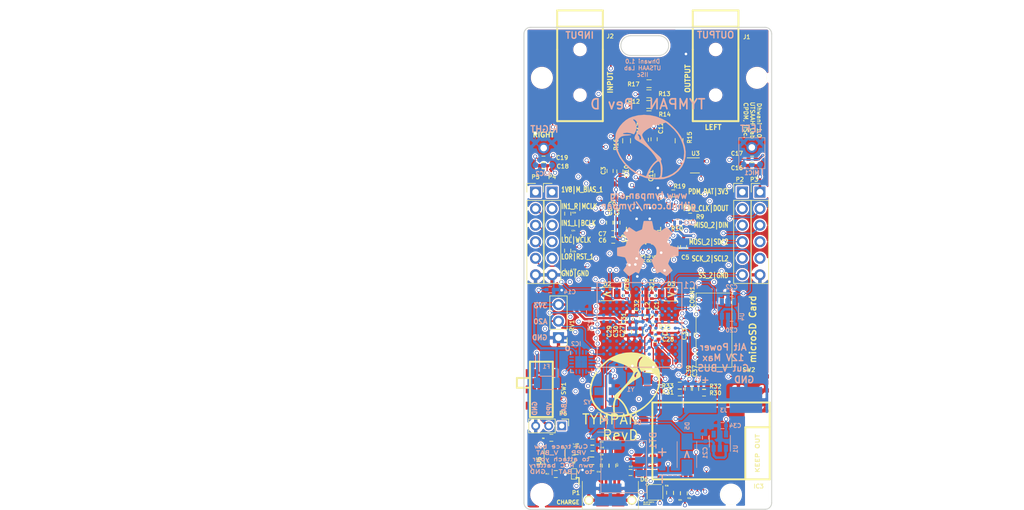
<source format=kicad_pcb>
(kicad_pcb (version 20171130) (host pcbnew "(5.1.9)-1")
  (title_block (title "Tympan Rev D") (date 3/19/18) (company "Solutiosn Design & Prototyping, LLC"))
  (layers (0 F.Cu signal) (1 In1.Cu signal) (2 In2.Cu mixed) (31 B.Cu signal) (34 B.Paste user) (35 F.Paste user hide) (36 B.SilkS user hide) (37 F.SilkS user hide) (38 B.Mask user hide) (39 F.Mask user hide) (44 Edge.Cuts user))
  (net 0 "")
  (net 1 GND)
  (net 2 +3V3)
  (net 3 "Net-(C2-Pad1)")
  (net 4 "Net-(C2-Pad2)")
  (net 5 VPP)
  (net 6 +1V8)
  (net 7 "Net-(C8-Pad1)")
  (net 8 "Net-(C11-Pad1)")
  (net 9 /POT)
  (net 10 /IN2_L)
  (net 11 "Net-(C17-Pad2)")
  (net 12 /IN2_R)
  (net 13 "Net-(C19-Pad2)")
  (net 14 +BATT)
  (net 15 "Net-(D2-Pad2)")
  (net 16 "Net-(D3-Pad2)")
  (net 17 "Net-(J1-Pad3)")
  (net 18 /MICDET)
  (net 19 /BT_TX)
  (net 20 /BT_RX)
  (net 21 /BT_nRESET)
  (net 22 /BCLK)
  (net 23 /MCLK)
  (net 24 /BT_RTS)
  (net 25 /BT_CTS)
  (net 26 /WCLK)
  (net 27 /DIN)
  (net 28 /nRESET)
  (net 29 /SCL/SS)
  (net 30 /SDA/MOSI)
  (net 31 /DOUT)
  (net 32 /IN1_L)
  (net 33 /IN1_R)
  (net 34 /LOL)
  (net 35 /LOR)
  (net 36 "Net-(R2-Pad2)")
  (net 37 "Net-(R3-Pad2)")
  (net 38 "Net-(R4-Pad2)")
  (net 39 "Net-(R5-Pad2)")
  (net 40 "Net-(R6-Pad2)")
  (net 41 "Net-(R7-Pad2)")
  (net 42 "Net-(R9-Pad2)")
  (net 43 "Net-(R10-Pad2)")
  (net 44 /HPL)
  (net 45 "Net-(J1-Pad2)")
  (net 46 /HPR)
  (net 47 /MICBIAS)
  (net 48 "Net-(SW1-Pad6)")
  (net 49 "Net-(SW1-Pad3)")
  (net 50 "Net-(U2-Pad4)")
  (net 51 "Net-(U4-Pad4)")
  (net 52 "Net-(C23-Pad2)")
  (net 53 "Net-(C24-Pad2)")
  (net 54 "Net-(C25-Pad2)")
  (net 55 "Net-(C26-Pad2)")
  (net 56 "Net-(C1-Pad1)")
  (net 57 "Net-(C1-Pad2)")
  (net 58 "Net-(C28-Pad2)")
  (net 59 "Net-(IC1-PadA6)")
  (net 60 "Net-(IC1-PadA7)")
  (net 61 "Net-(IC1-PadA9)")
  (net 62 "Net-(IC1-PadA10)")
  (net 63 "Net-(IC1-PadC1)")
  (net 64 /CLK)
  (net 65 "Net-(IC1-PadE1)")
  (net 66 /USB0_D+)
  (net 67 "Net-(IC1-PadJ1)")
  (net 68 "Net-(IC1-PadB10)")
  (net 69 "Net-(IC1-PadB9)")
  (net 70 "Net-(IC1-PadB8)")
  (net 71 "Net-(IC1-PadB6)")
  (net 72 "Net-(IC1-PadB5)")
  (net 73 "Net-(IC1-PadB2)")
  (net 74 "Net-(IC1-PadB3)")
  (net 75 "Net-(IC1-PadC5)")
  (net 76 "Net-(IC1-PadC6)")
  (net 77 "Net-(IC1-PadC9)")
  (net 78 /DAT0)
  (net 79 /DAT1)
  (net 80 "Net-(IC1-PadD4)")
  (net 81 "Net-(IC1-PadD5)")
  (net 82 "Net-(IC1-PadD6)")
  (net 83 "Net-(IC1-PadD7)")
  (net 84 "Net-(IC1-PadD9)")
  (net 85 /DAT2)
  (net 86 /DAT3)
  (net 87 /CMD)
  (net 88 "Net-(IC1-PadC10)")
  (net 89 "Net-(IC1-PadD10)")
  (net 90 "Net-(IC1-PadC11)")
  (net 91 "Net-(IC1-PadD11)")
  (net 92 "Net-(IC1-PadD12)")
  (net 93 "Net-(IC1-PadF2)")
  (net 94 "Net-(IC1-PadF3)")
  (net 95 "Net-(IC1-PadF4)")
  (net 96 "Net-(IC1-PadG4)")
  (net 97 "Net-(IC1-PadG3)")
  (net 98 "Net-(IC1-PadG2)")
  (net 99 /USB0_D-)
  (net 100 "Net-(IC1-PadH4)")
  (net 101 "Net-(IC1-PadJ4)")
  (net 102 "Net-(IC1-PadJ3)")
  (net 103 "Net-(IC1-PadJ2)")
  (net 104 "Net-(IC1-PadK1)")
  (net 105 "Net-(IC1-PadK3)")
  (net 106 "Net-(IC1-PadL4)")
  (net 107 "Net-(IC1-PadL3)")
  (net 108 "Net-(IC1-PadL2)")
  (net 109 "Net-(IC1-PadL1)")
  (net 110 "Net-(IC1-PadM2)")
  (net 111 "Net-(IC1-PadH5)")
  (net 112 /PTA0)
  (net 113 /PTA1)
  (net 114 "Net-(IC1-PadJ7)")
  (net 115 "Net-(IC1-PadJ8)")
  (net 116 /PTA2)
  (net 117 /PTA3)
  (net 118 "Net-(IC1-PadK8)")
  (net 119 "Net-(IC1-PadL5)")
  (net 120 "Net-(IC1-PadL7)")
  (net 121 "Net-(IC1-PadL8)")
  (net 122 "Net-(IC1-PadM5)")
  (net 123 "Net-(IC1-PadM6)")
  (net 124 "Net-(IC1-PadM7)")
  (net 125 "Net-(IC1-PadE11)")
  (net 126 "Net-(IC1-PadF9)")
  (net 127 "Net-(IC1-PadF10)")
  (net 128 "Net-(IC1-PadF11)")
  (net 129 "Net-(IC1-PadF12)")
  (net 130 "Net-(IC1-PadG10)")
  (net 131 "Net-(IC1-PadG9)")
  (net 132 "Net-(IC1-PadH9)")
  (net 133 "Net-(IC1-PadH10)")
  (net 134 "Net-(IC1-PadH12)")
  (net 135 "Net-(IC1-PadJ10)")
  (net 136 "Net-(IC1-PadJ12)")
  (net 137 "Net-(IC1-PadM9)")
  (net 138 "Net-(IC1-PadL9)")
  (net 139 "Net-(IC1-PadK10)")
  (net 140 "Net-(IC1-PadL10)")
  (net 141 "Net-(IC1-PadM11)")
  (net 142 "Net-(IC1-PadL11)")
  (net 143 "Net-(IC1-PadK12)")
  (net 144 /RESET_B)
  (net 145 "Net-(IC1-PadM12)")
  (net 146 /DE)
  (net 147 "Net-(IC2-Pad5)")
  (net 148 /PROG)
  (net 149 "Net-(IC2-Pad11)")
  (net 150 "Net-(IC2-Pad12)")
  (net 151 "Net-(IC2-Pad14)")
  (net 152 "Net-(IC2-Pad15)")
  (net 153 "Net-(IC2-Pad16)")
  (net 154 "Net-(IC3-Pad5)")
  (net 155 "Net-(IC3-Pad6)")
  (net 156 "Net-(IC3-Pad7)")
  (net 157 "Net-(IC3-Pad8)")
  (net 158 "Net-(IC3-Pad9)")
  (net 159 "Net-(IC3-Pad10)")
  (net 160 "Net-(IC3-Pad12)")
  (net 161 "Net-(IC3-Pad14)")
  (net 162 "Net-(IC3-Pad16)")
  (net 163 "Net-(IC3-Pad17)")
  (net 164 "Net-(IC3-Pad24)")
  (net 165 "Net-(IC3-Pad29)")
  (net 166 "Net-(IC3-Pad34)")
  (net 167 "Net-(IC3-Pad35)")
  (net 168 "Net-(IC3-Pad36)")
  (net 169 "Net-(IC3-Pad45)")
  (net 170 "Net-(IC3-Pad46)")
  (net 171 "Net-(IC3-Pad47)")
  (net 172 "Net-(IC3-Pad48)")
  (net 173 "Net-(IC3-Pad49)")
  (net 174 "Net-(IC3-Pad50)")
  (net 175 "Net-(IC3-Pad51)")
  (net 176 "Net-(P1-Pad2)")
  (net 177 "Net-(P1-Pad4)")
  (net 178 "Net-(P1-Pad3)")
  (net 179 /V_USB)
  (net 180 "Net-(C21-Pad1)")
  (net 181 "Net-(C37-Pad2)")
  (net 182 "Net-(C39-Pad2)")
  (net 183 "Net-(D6-Pad2)")
  (net 184 "Net-(D6-Pad3)")
  (net 185 "Net-(D6-Pad4)")
  (net 186 "Net-(F1-Pad1)")
  (net 187 /VREGEN)
  (net 188 /LED_0)
  (net 189 /LED_1)
  (net 190 /LED_2)
  (net 191 "Net-(U1-Pad4)")
  (net 192 Earth)
  (net 193 /M_BIAS)
  (net 194 "Net-(R16-Pad2)")
  (net 195 /SS_2)
  (net 196 /SCK_2)
  (net 197 /TX_3)
  (net 198 /MISO_2)
  (net 199 /MOSI_2)
  (net 200 /RX_3)
  (net 201 "Net-(IC1-PadA4)")
  (net 202 "Net-(IC1-PadA5)")
  (net 203 "Net-(IC1-PadA2)")
  (net 204 "Net-(D1-Pad1)")
  (net 205 /BT_PIO5)
  (net 206 /BT_PIO0)
  (net 207 "Net-(IC3-Pad26)")
  (net 208 "Net-(MIC1-Pad5)")
  (net 209 "Net-(MIC2-Pad5)")
  (net 210 "Net-(R1-Pad2)")
  (net 211 "Net-(R8-Pad1)")
  (net 212 "Net-(D1-Pad4)")
  (net 213 /USB)
  (net 214 "Net-(C12-Pad1)")
  (net 215 "Net-(C13-Pad1)")
  (net 216 "Net-(C12-Pad2)")
  (net 217 "Net-(C13-Pad2)")
  (net 218 /nRESET_1)
  (net 219 /DIN_1)
  (net 220 /DOUT_1)
  (net 221 "Net-(IC1-PadC7)")
  (net 222 /SDA2)
  (net 223 /SCL2)
  (net 224 /M_BIAS_1)
  (net 225 "Net-(IC1-PadM1)")
  (net 226 /PDM_CLK)
  (net 227 /PDM_DAT)
  (module SMD_Packages:BGA-144-1mm (layer B.Cu) (at 132.574 92.1666 180)
    (fp_text reference IC1 (at -7.876 6.0866 180) (layer B.SilkS) (effects (justify mirror)))
    (fp_text value MK66FX1M0VMD18)
    (pad A1 smd circle (at -5.50164 5.50164 180) (size 0.50038 0.50038) (layers B.Cu B.Paste B.Mask) (net 195 /SS_2))
    (pad A2 smd circle (at -4.50088 5.50164 180) (size 0.50038 0.50038) (layers B.Cu B.Paste B.Mask) (net 203 "Net-(IC1-PadA2)"))
    (pad A3 smd circle (at -3.50012 5.50164 180) (size 0.50038 0.50038) (layers B.Cu B.Paste B.Mask) (net 193 /M_BIAS))
    (pad A4 smd circle (at -2.5019 5.50164 180) (size 0.50038 0.50038) (layers B.Cu B.Paste B.Mask) (net 201 "Net-(IC1-PadA4)"))
    (pad A5 smd circle (at -1.50114 5.50164 180) (size 0.50038 0.50038) (layers B.Cu B.Paste B.Mask) (net 202 "Net-(IC1-PadA5)"))
    (pad A6 smd circle (at -0.50038 5.50164 180) (size 0.50038 0.50038) (layers B.Cu B.Paste B.Mask) (net 59 "Net-(IC1-PadA6)"))
    (pad A7 smd circle (at 0.49784 5.50164 180) (size 0.50038 0.50038) (layers B.Cu B.Paste B.Mask) (net 60 "Net-(IC1-PadA7)"))
    (pad A8 smd circle (at 1.4986 5.50164 180) (size 0.50038 0.50038) (layers B.Cu B.Paste B.Mask) (net 28 /nRESET))
    (pad A9 smd circle (at 2.49936 5.50164 180) (size 0.50038 0.50038) (layers B.Cu B.Paste B.Mask) (net 61 "Net-(IC1-PadA9)"))
    (pad A10 smd circle (at 3.50012 5.50164 180) (size 0.50038 0.50038) (layers B.Cu B.Paste B.Mask) (net 62 "Net-(IC1-PadA10)"))
    (pad A11 smd circle (at 4.49834 5.50164 180) (size 0.50038 0.50038) (layers B.Cu B.Paste B.Mask) (net 22 /BCLK))
    (pad A12 smd circle (at 5.4991 5.50164 180) (size 0.50038 0.50038) (layers B.Cu B.Paste B.Mask) (net 26 /WCLK))
    (pad B1 smd circle (at -5.50164 4.50088 180) (size 0.50038 0.50038) (layers B.Cu B.Paste B.Mask) (net 196 /SCK_2))
    (pad C1 smd circle (at -5.50164 3.50012 180) (size 0.50038 0.50038) (layers B.Cu B.Paste B.Mask) (net 63 "Net-(IC1-PadC1)"))
    (pad D1 smd circle (at -5.50164 2.5019 180) (size 0.50038 0.50038) (layers B.Cu B.Paste B.Mask) (net 64 /CLK))
    (pad E1 smd circle (at -5.50164 1.50114 180) (size 0.50038 0.50038) (layers B.Cu B.Paste B.Mask) (net 65 "Net-(IC1-PadE1)"))
    (pad F1 smd circle (at -5.50164 0.50038 180) (size 0.50038 0.50038) (layers B.Cu B.Paste B.Mask) (net 206 /BT_PIO0))
    (pad G1 smd circle (at -5.50164 -0.49784 180) (size 0.50038 0.50038) (layers B.Cu B.Paste B.Mask) (net 2 +3V3))
    (pad H1 smd circle (at -5.50164 -1.4986 180) (size 0.50038 0.50038) (layers B.Cu B.Paste B.Mask) (net 66 /USB0_D+))
    (pad J1 smd circle (at -5.50164 -2.49936 180) (size 0.50038 0.50038) (layers B.Cu B.Paste B.Mask) (net 67 "Net-(IC1-PadJ1)"))
    (pad B12 smd circle (at 5.4991 4.50088 180) (size 0.50038 0.50038) (layers B.Cu B.Paste B.Mask) (net 219 /DIN_1))
    (pad B11 smd circle (at 4.49834 4.50088 180) (size 0.50038 0.50038) (layers B.Cu B.Paste B.Mask) (net 27 /DIN))
    (pad B10 smd circle (at 3.50012 4.50088 180) (size 0.50038 0.50038) (layers B.Cu B.Paste B.Mask) (net 68 "Net-(IC1-PadB10)"))
    (pad B9 smd circle (at 2.49936 4.50088 180) (size 0.50038 0.50038) (layers B.Cu B.Paste B.Mask) (net 69 "Net-(IC1-PadB9)"))
    (pad B8 smd circle (at 1.4986 4.50088 180) (size 0.50038 0.50038) (layers B.Cu B.Paste B.Mask) (net 70 "Net-(IC1-PadB8)"))
    (pad B7 smd circle (at 0.49784 4.50088 180) (size 0.50038 0.50038) (layers B.Cu B.Paste B.Mask) (net 220 /DOUT_1))
    (pad B6 smd circle (at -0.50038 4.50088 180) (size 0.50038 0.50038) (layers B.Cu B.Paste B.Mask) (net 71 "Net-(IC1-PadB6)"))
    (pad B5 smd circle (at -1.50114 4.50088 180) (size 0.50038 0.50038) (layers B.Cu B.Paste B.Mask) (net 72 "Net-(IC1-PadB5)"))
    (pad B2 smd circle (at -4.50088 4.50088 180) (size 0.50038 0.50038) (layers B.Cu B.Paste B.Mask) (net 73 "Net-(IC1-PadB2)"))
    (pad B3 smd circle (at -3.50012 4.50088 180) (size 0.50038 0.50038) (layers B.Cu B.Paste B.Mask) (net 74 "Net-(IC1-PadB3)"))
    (pad B4 smd circle (at -2.5019 4.50088 180) (size 0.50038 0.50038) (layers B.Cu B.Paste B.Mask) (net 197 /TX_3))
    (pad C2 smd circle (at -4.50088 3.50012 180) (size 0.50038 0.50038) (layers B.Cu B.Paste B.Mask) (net 198 /MISO_2))
    (pad C3 smd circle (at -3.50012 3.50012 180) (size 0.50038 0.50038) (layers B.Cu B.Paste B.Mask) (net 199 /MOSI_2))
    (pad C4 smd circle (at -2.5019 3.50012 180) (size 0.50038 0.50038) (layers B.Cu B.Paste B.Mask) (net 200 /RX_3))
    (pad C5 smd circle (at -1.50114 3.50012 180) (size 0.50038 0.50038) (layers B.Cu B.Paste B.Mask) (net 75 "Net-(IC1-PadC5)"))
    (pad C6 smd circle (at -0.50038 3.50012 180) (size 0.50038 0.50038) (layers B.Cu B.Paste B.Mask) (net 76 "Net-(IC1-PadC6)"))
    (pad C7 smd circle (at 0.49784 3.50012 180) (size 0.50038 0.50038) (layers B.Cu B.Paste B.Mask) (net 221 "Net-(IC1-PadC7)"))
    (pad C8 smd circle (at 1.4986 3.50012 180) (size 0.50038 0.50038) (layers B.Cu B.Paste B.Mask) (net 23 /MCLK))
    (pad C9 smd circle (at 2.49936 3.50012 180) (size 0.50038 0.50038) (layers B.Cu B.Paste B.Mask) (net 77 "Net-(IC1-PadC9)"))
    (pad D2 smd circle (at -4.50088 2.5019 180) (size 0.50038 0.50038) (layers B.Cu B.Paste B.Mask) (net 78 /DAT0))
    (pad D3 smd circle (at -3.50012 2.5019 180) (size 0.50038 0.50038) (layers B.Cu B.Paste B.Mask) (net 79 /DAT1))
    (pad D4 smd circle (at -2.5019 2.5019 180) (size 0.50038 0.50038) (layers B.Cu B.Paste B.Mask) (net 80 "Net-(IC1-PadD4)"))
    (pad D5 smd circle (at -1.50114 2.5019 180) (size 0.50038 0.50038) (layers B.Cu B.Paste B.Mask) (net 81 "Net-(IC1-PadD5)"))
    (pad D6 smd circle (at -0.50038 2.5019 180) (size 0.50038 0.50038) (layers B.Cu B.Paste B.Mask) (net 82 "Net-(IC1-PadD6)"))
    (pad D7 smd circle (at 0.49784 2.5019 180) (size 0.50038 0.50038) (layers B.Cu B.Paste B.Mask) (net 83 "Net-(IC1-PadD7)"))
    (pad D8 smd circle (at 1.4986 2.5019 180) (size 0.50038 0.50038) (layers B.Cu B.Paste B.Mask) (net 31 /DOUT))
    (pad D9 smd circle (at 2.49936 2.5019 180) (size 0.50038 0.50038) (layers B.Cu B.Paste B.Mask) (net 84 "Net-(IC1-PadD9)"))
    (pad E2 smd circle (at -4.50088 1.50114 180) (size 0.50038 0.50038) (layers B.Cu B.Paste B.Mask) (net 85 /DAT2))
    (pad E3 smd circle (at -3.50012 1.50114 180) (size 0.50038 0.50038) (layers B.Cu B.Paste B.Mask) (net 86 /DAT3))
    (pad E4 smd circle (at -2.5019 1.50114 180) (size 0.50038 0.50038) (layers B.Cu B.Paste B.Mask) (net 87 /CMD))
    (pad C10 smd circle (at 3.50012 3.50012 180) (size 0.50038 0.50038) (layers B.Cu B.Paste B.Mask) (net 88 "Net-(IC1-PadC10)"))
    (pad D10 smd circle (at 3.50012 2.5019 180) (size 0.50038 0.50038) (layers B.Cu B.Paste B.Mask) (net 89 "Net-(IC1-PadD10)"))
    (pad C11 smd circle (at 4.49834 3.50012 180) (size 0.50038 0.50038) (layers B.Cu B.Paste B.Mask) (net 90 "Net-(IC1-PadC11)"))
    (pad D11 smd circle (at 4.49834 2.5019 180) (size 0.50038 0.50038) (layers B.Cu B.Paste B.Mask) (net 91 "Net-(IC1-PadD11)"))
    (pad D12 smd circle (at 5.4991 2.5019 180) (size 0.50038 0.50038) (layers B.Cu B.Paste B.Mask) (net 92 "Net-(IC1-PadD12)"))
    (pad C12 smd circle (at 5.4991 3.50012 180) (size 0.50038 0.50038) (layers B.Cu B.Paste B.Mask) (net 1 GND))
    (pad F2 smd circle (at -4.50088 0.50038 180) (size 0.50038 0.50038) (layers B.Cu B.Paste B.Mask) (net 93 "Net-(IC1-PadF2)"))
    (pad F3 smd circle (at -3.50012 0.50038 180) (size 0.50038 0.50038) (layers B.Cu B.Paste B.Mask) (net 94 "Net-(IC1-PadF3)"))
    (pad F4 smd circle (at -2.5019 0.50038 180) (size 0.50038 0.50038) (layers B.Cu B.Paste B.Mask) (net 95 "Net-(IC1-PadF4)"))
    (pad G4 smd circle (at -2.5019 -0.49784 180) (size 0.50038 0.50038) (layers B.Cu B.Paste B.Mask) (net 96 "Net-(IC1-PadG4)"))
    (pad G3 smd circle (at -3.50012 -0.49784 180) (size 0.50038 0.50038) (layers B.Cu B.Paste B.Mask) (net 97 "Net-(IC1-PadG3)"))
    (pad G2 smd circle (at -4.50088 -0.49784 180) (size 0.50038 0.50038) (layers B.Cu B.Paste B.Mask) (net 98 "Net-(IC1-PadG2)"))
    (pad H2 smd circle (at -4.50088 -1.4986 180) (size 0.50038 0.50038) (layers B.Cu B.Paste B.Mask) (net 99 /USB0_D-))
    (pad H3 smd circle (at -3.50012 -1.4986 180) (size 0.50038 0.50038) (layers B.Cu B.Paste B.Mask) (net 1 GND))
    (pad H4 smd circle (at -2.5019 -1.4986 180) (size 0.50038 0.50038) (layers B.Cu B.Paste B.Mask) (net 100 "Net-(IC1-PadH4)"))
    (pad J4 smd circle (at -2.5019 -2.49936 180) (size 0.50038 0.50038) (layers B.Cu B.Paste B.Mask) (net 101 "Net-(IC1-PadJ4)"))
    (pad J3 smd circle (at -3.50012 -2.49936 180) (size 0.50038 0.50038) (layers B.Cu B.Paste B.Mask) (net 102 "Net-(IC1-PadJ3)"))
    (pad J2 smd circle (at -4.50088 -2.49936 180) (size 0.50038 0.50038) (layers B.Cu B.Paste B.Mask) (net 103 "Net-(IC1-PadJ2)"))
    (pad K1 smd circle (at -5.50164 -3.50012 180) (size 0.50038 0.50038) (layers B.Cu B.Paste B.Mask) (net 104 "Net-(IC1-PadK1)"))
    (pad K2 smd circle (at -4.50088 -3.50012 180) (size 0.50038 0.50038) (layers B.Cu B.Paste B.Mask) (net 1 GND))
    (pad K3 smd circle (at -3.50012 -3.50012 180) (size 0.50038 0.50038) (layers B.Cu B.Paste B.Mask) (net 105 "Net-(IC1-PadK3)"))
    (pad K4 smd circle (at -2.5019 -3.50012 180) (size 0.50038 0.50038) (layers B.Cu B.Paste B.Mask) (net 24 /BT_RTS))
    (pad L4 smd circle (at -2.5019 -4.49834 180) (size 0.50038 0.50038) (layers B.Cu B.Paste B.Mask) (net 106 "Net-(IC1-PadL4)"))
    (pad L3 smd circle (at -3.50012 -4.49834 180) (size 0.50038 0.50038) (layers B.Cu B.Paste B.Mask) (net 107 "Net-(IC1-PadL3)"))
    (pad L2 smd circle (at -4.50088 -4.49834 180) (size 0.50038 0.50038) (layers B.Cu B.Paste B.Mask) (net 108 "Net-(IC1-PadL2)"))
    (pad L1 smd circle (at -5.50164 -4.49834 180) (size 0.50038 0.50038) (layers B.Cu B.Paste B.Mask) (net 109 "Net-(IC1-PadL1)"))
    (pad M1 smd circle (at -5.50164 -5.4991 180) (size 0.50038 0.50038) (layers B.Cu B.Paste B.Mask) (net 225 "Net-(IC1-PadM1)"))
    (pad M2 smd circle (at -4.50088 -5.4991 180) (size 0.50038 0.50038) (layers B.Cu B.Paste B.Mask) (net 110 "Net-(IC1-PadM2)"))
    (pad M3 smd circle (at -3.50012 -5.4991 180) (size 0.50038 0.50038) (layers B.Cu B.Paste B.Mask) (net 58 "Net-(C28-Pad2)"))
    (pad M4 smd circle (at -2.5019 -5.4991 180) (size 0.50038 0.50038) (layers B.Cu B.Paste B.Mask) (net 205 /BT_PIO5))
    (pad E8 smd circle (at 1.4986 1.50114 180) (size 0.50038 0.50038) (layers B.Cu B.Paste B.Mask) (net 2 +3V3))
    (pad E7 smd circle (at 0.49784 1.50114 180) (size 0.50038 0.50038) (layers B.Cu B.Paste B.Mask) (net 2 +3V3))
    (pad E6 smd circle (at -0.50038 1.50114 180) (size 0.50038 0.50038) (layers B.Cu B.Paste B.Mask) (net 2 +3V3))
    (pad E5 smd circle (at -1.50114 1.50114 180) (size 0.50038 0.50038) (layers B.Cu B.Paste B.Mask) (net 2 +3V3))
    (pad F5 smd circle (at -1.50114 0.50038 180) (size 0.50038 0.50038) (layers B.Cu B.Paste B.Mask) (net 2 +3V3))
    (pad F6 smd circle (at -0.50038 0.50038 180) (size 0.50038 0.50038) (layers B.Cu B.Paste B.Mask) (net 1 GND))
    (pad F7 smd circle (at 0.49784 0.50038 180) (size 0.50038 0.50038) (layers B.Cu B.Paste B.Mask) (net 1 GND))
    (pad F8 smd circle (at 1.4986 0.50038 180) (size 0.50038 0.50038) (layers B.Cu B.Paste B.Mask) (net 2 +3V3))
    (pad G5 smd circle (at -1.50114 -0.49784 180) (size 0.50038 0.50038) (layers B.Cu B.Paste B.Mask) (net 57 "Net-(C1-Pad2)"))
    (pad G6 smd circle (at -0.50038 -0.49784 180) (size 0.50038 0.50038) (layers B.Cu B.Paste B.Mask) (net 56 "Net-(C1-Pad1)"))
    (pad G7 smd circle (at 0.49784 -0.49784 180) (size 0.50038 0.50038) (layers B.Cu B.Paste B.Mask) (net 1 GND))
    (pad G8 smd circle (at 1.4986 -0.49784 180) (size 0.50038 0.50038) (layers B.Cu B.Paste B.Mask) (net 1 GND))
    (pad H5 smd circle (at -1.50114 -1.4986 180) (size 0.50038 0.50038) (layers B.Cu B.Paste B.Mask) (net 111 "Net-(IC1-PadH5)"))
    (pad H6 smd circle (at -0.50038 -1.4986 180) (size 0.50038 0.50038) (layers B.Cu B.Paste B.Mask) (net 56 "Net-(C1-Pad1)"))
    (pad H7 smd circle (at 0.49784 -1.4986 180) (size 0.50038 0.50038) (layers B.Cu B.Paste B.Mask) (net 1 GND))
    (pad H8 smd circle (at 1.4986 -1.4986 180) (size 0.50038 0.50038) (layers B.Cu B.Paste B.Mask) (net 1 GND))
    (pad J5 smd circle (at -1.50114 -2.49936 180) (size 0.50038 0.50038) (layers B.Cu B.Paste B.Mask) (net 112 /PTA0))
    (pad J6 smd circle (at -0.50038 -2.49936 180) (size 0.50038 0.50038) (layers B.Cu B.Paste B.Mask) (net 113 /PTA1))
    (pad J7 smd circle (at 0.49784 -2.49936 180) (size 0.50038 0.50038) (layers B.Cu B.Paste B.Mask) (net 114 "Net-(IC1-PadJ7)"))
    (pad J8 smd circle (at 1.4986 -2.49936 180) (size 0.50038 0.50038) (layers B.Cu B.Paste B.Mask) (net 115 "Net-(IC1-PadJ8)"))
    (pad K5 smd circle (at -1.50114 -3.50012 180) (size 0.50038 0.50038) (layers B.Cu B.Paste B.Mask) (net 21 /BT_nRESET))
    (pad K6 smd circle (at -0.50038 -3.50012 180) (size 0.50038 0.50038) (layers B.Cu B.Paste B.Mask) (net 116 /PTA2))
    (pad K7 smd circle (at 0.49784 -3.50012 180) (size 0.50038 0.50038) (layers B.Cu B.Paste B.Mask) (net 117 /PTA3))
    (pad K8 smd circle (at 1.4986 -3.50012 180) (size 0.50038 0.50038) (layers B.Cu B.Paste B.Mask) (net 118 "Net-(IC1-PadK8)"))
    (pad L5 smd circle (at -1.50114 -4.49834 180) (size 0.50038 0.50038) (layers B.Cu B.Paste B.Mask) (net 119 "Net-(IC1-PadL5)"))
    (pad L6 smd circle (at -0.50038 -4.49834 180) (size 0.50038 0.50038) (layers B.Cu B.Paste B.Mask) (net 5 VPP))
    (pad L7 smd circle (at 0.49784 -4.49834 180) (size 0.50038 0.50038) (layers B.Cu B.Paste B.Mask) (net 120 "Net-(IC1-PadL7)"))
    (pad L8 smd circle (at 1.4986 -4.49834 180) (size 0.50038 0.50038) (layers B.Cu B.Paste B.Mask) (net 121 "Net-(IC1-PadL8)"))
    (pad M5 smd circle (at -1.50114 -5.4991 180) (size 0.50038 0.50038) (layers B.Cu B.Paste B.Mask) (net 122 "Net-(IC1-PadM5)"))
    (pad M6 smd circle (at -0.50038 -5.4991 180) (size 0.50038 0.50038) (layers B.Cu B.Paste B.Mask) (net 123 "Net-(IC1-PadM6)"))
    (pad M7 smd circle (at 0.49784 -5.4991 180) (size 0.50038 0.50038) (layers B.Cu B.Paste B.Mask) (net 124 "Net-(IC1-PadM7)"))
    (pad M8 smd circle (at 1.4986 -5.4991 180) (size 0.50038 0.50038) (layers B.Cu B.Paste B.Mask) (net 25 /BT_CTS))
    (pad E9 smd circle (at 2.49936 1.50114 180) (size 0.50038 0.50038) (layers B.Cu B.Paste B.Mask) (net 20 /BT_RX))
    (pad E10 smd circle (at 3.50012 1.50114 180) (size 0.50038 0.50038) (layers B.Cu B.Paste B.Mask) (net 19 /BT_TX))
    (pad E11 smd circle (at 4.49834 1.50114 180) (size 0.50038 0.50038) (layers B.Cu B.Paste B.Mask) (net 125 "Net-(IC1-PadE11)"))
    (pad E12 smd circle (at 5.4991 1.50114 180) (size 0.50038 0.50038) (layers B.Cu B.Paste B.Mask) (net 187 /VREGEN))
    (pad F9 smd circle (at 2.49936 0.50038 180) (size 0.50038 0.50038) (layers B.Cu B.Paste B.Mask) (net 126 "Net-(IC1-PadF9)"))
    (pad F10 smd circle (at 3.50012 0.50038 180) (size 0.50038 0.50038) (layers B.Cu B.Paste B.Mask) (net 127 "Net-(IC1-PadF10)"))
    (pad F11 smd circle (at 4.49834 0.50038 180) (size 0.50038 0.50038) (layers B.Cu B.Paste B.Mask) (net 128 "Net-(IC1-PadF11)"))
    (pad F12 smd circle (at 5.4991 0.50038 180) (size 0.50038 0.50038) (layers B.Cu B.Paste B.Mask) (net 129 "Net-(IC1-PadF12)"))
    (pad J9 smd circle (at 2.49936 -2.49936 180) (size 0.50038 0.50038) (layers B.Cu B.Paste B.Mask) (net 222 /SDA2))
    (pad G12 smd circle (at 5.4991 -0.49784 180) (size 0.50038 0.50038) (layers B.Cu B.Paste B.Mask) (net 29 /SCL/SS))
    (pad G11 smd circle (at 4.49834 -0.49784 180) (size 0.50038 0.50038) (layers B.Cu B.Paste B.Mask) (net 30 /SDA/MOSI))
    (pad G10 smd circle (at 3.50012 -0.49784 180) (size 0.50038 0.50038) (layers B.Cu B.Paste B.Mask) (net 130 "Net-(IC1-PadG10)"))
    (pad G9 smd circle (at 2.49936 -0.49784 180) (size 0.50038 0.50038) (layers B.Cu B.Paste B.Mask) (net 131 "Net-(IC1-PadG9)"))
    (pad H9 smd circle (at 2.49936 -1.4986 180) (size 0.50038 0.50038) (layers B.Cu B.Paste B.Mask) (net 132 "Net-(IC1-PadH9)"))
    (pad H10 smd circle (at 3.50012 -1.4986 180) (size 0.50038 0.50038) (layers B.Cu B.Paste B.Mask) (net 133 "Net-(IC1-PadH10)"))
    (pad H11 smd circle (at 4.49834 -1.4986 180) (size 0.50038 0.50038) (layers B.Cu B.Paste B.Mask) (net 224 /M_BIAS_1))
    (pad H12 smd circle (at 5.4991 -1.4986 180) (size 0.50038 0.50038) (layers B.Cu B.Paste B.Mask) (net 134 "Net-(IC1-PadH12)"))
    (pad J10 smd circle (at 3.50012 -2.49936 180) (size 0.50038 0.50038) (layers B.Cu B.Paste B.Mask) (net 135 "Net-(IC1-PadJ10)"))
    (pad J11 smd circle (at 4.49834 -2.49936 180) (size 0.50038 0.50038) (layers B.Cu B.Paste B.Mask) (net 218 /nRESET_1))
    (pad J12 smd circle (at 5.4991 -2.49936 180) (size 0.50038 0.50038) (layers B.Cu B.Paste B.Mask) (net 136 "Net-(IC1-PadJ12)"))
    (pad M9 smd circle (at 2.49936 -5.4991 180) (size 0.50038 0.50038) (layers B.Cu B.Paste B.Mask) (net 137 "Net-(IC1-PadM9)"))
    (pad L9 smd circle (at 2.49936 -4.49834 180) (size 0.50038 0.50038) (layers B.Cu B.Paste B.Mask) (net 138 "Net-(IC1-PadL9)"))
    (pad K9 smd circle (at 2.49936 -3.50012 180) (size 0.50038 0.50038) (layers B.Cu B.Paste B.Mask) (net 223 /SCL2))
    (pad K10 smd circle (at 3.50012 -3.50012 180) (size 0.50038 0.50038) (layers B.Cu B.Paste B.Mask) (net 139 "Net-(IC1-PadK10)"))
    (pad L10 smd circle (at 3.50012 -4.49834 180) (size 0.50038 0.50038) (layers B.Cu B.Paste B.Mask) (net 140 "Net-(IC1-PadL10)"))
    (pad M10 smd circle (at 3.50012 -5.4991 180) (size 0.50038 0.50038) (layers B.Cu B.Paste B.Mask) (net 1 GND))
    (pad M11 smd circle (at 4.49834 -5.4991 180) (size 0.50038 0.50038) (layers B.Cu B.Paste B.Mask) (net 141 "Net-(IC1-PadM11)"))
    (pad L11 smd circle (at 4.49834 -4.49834 180) (size 0.50038 0.50038) (layers B.Cu B.Paste B.Mask) (net 142 "Net-(IC1-PadL11)"))
    (pad K11 smd circle (at 4.49834 -3.50012 180) (size 0.50038 0.50038) (layers B.Cu B.Paste B.Mask) (net 9 /POT))
    (pad K12 smd circle (at 5.4991 -3.50012 180) (size 0.50038 0.50038) (layers B.Cu B.Paste B.Mask) (net 143 "Net-(IC1-PadK12)"))
    (pad L12 smd circle (at 5.4991 -4.49834 180) (size 0.50038 0.50038) (layers B.Cu B.Paste B.Mask) (net 144 /RESET_B))
    (pad M12 smd circle (at 5.4991 -5.4991 180) (size 0.50038 0.50038) (layers B.Cu B.Paste B.Mask) (net 145 "Net-(IC1-PadM12)"))
  )
  (module Tympan:SJ-3523-SMT-TR (layer F.Cu) (at 144.25 49.88 270)
    (fp_text reference J1 (at -1.925 -4.775) (layer F.SilkS) (effects (font (size 0.635 0.635) (thickness 0.127))))
    (fp_text value SJ-3523-SMT-TR)
    (pad 2 smd rect (at 8.3 4.2 270) (size 2.8 2.8) (layers F.Cu F.Paste F.Mask) (net 45 "Net-(J1-Pad2)"))
    (pad 3 smd rect (at 0.9 -4.2 270) (size 2.2 2.8) (layers F.Cu F.Paste F.Mask) (net 17 "Net-(J1-Pad3)"))
    (pad "" np_thru_hole circle (at 7 0 270) (size 1.7 1.7) (drill 1.7) (layers *.Cu *.Mask))
    (pad "" np_thru_hole circle (at 0 0 270) (size 1.7 1.7) (drill 1.7) (layers *.Cu *.Mask))
    (pad 1 smd rect (at -1.1 4.2 270) (size 2.2 2.8) (layers F.Cu F.Paste F.Mask) (net 1 GND))
  )
  (module Resistors_SMD:R_0402 (layer F.Cu) (at 119.73442 115.06218)
    (fp_text reference R11 (at -1.29442 -0.01218 -180) (layer F.SilkS) (effects (font (size 0.2 0.2) (thickness 0.05))))
    (fp_text value 1K)
    (pad 1 smd rect (at -0.45 0) (size 0.4 0.6) (layers F.Cu F.Paste F.Mask) (net 204 "Net-(D1-Pad1)"))
    (pad 2 smd rect (at 0.45 0) (size 0.4 0.6) (layers F.Cu F.Paste F.Mask) (net 210 "Net-(R1-Pad2)"))
  )
  (module Tympan:ABHB1608S (layer F.Cu) (at 122.52842 115.04948 90)
    (fp_text reference D1 (at 0.07948 -0.99842) (layer F.SilkS) (effects (font (size 0.2 0.2) (thickness 0.05))))
    (fp_text value APHB1608SGNC)
    (pad 1 smd rect (at -0.6 -0.35 90) (size 0.5 0.4) (layers F.Cu F.Paste F.Mask) (net 204 "Net-(D1-Pad1)"))
    (pad 2 smd rect (at 0.6 -0.35 90) (size 0.5 0.4) (layers F.Cu F.Paste F.Mask) (net 1 GND))
    (pad 3 smd rect (at -0.6 0.35 90) (size 0.5 0.4) (layers F.Cu F.Paste F.Mask) (net 213 /USB))
    (pad 4 smd rect (at 0.6 0.35 90) (size 0.5 0.4) (layers F.Cu F.Paste F.Mask) (net 212 "Net-(D1-Pad4)"))
  )
  (module Resistors_SMD:R_0402 (layer F.Cu) (at 119.05 109.505)
    (fp_text reference R8 (at -1.25 0.085) (layer F.SilkS) (effects (font (size 0.2 0.2) (thickness 0.05))))
    (fp_text value 2.2K)
    (pad 1 smd rect (at -0.45 0) (size 0.4 0.6) (layers F.Cu F.Paste F.Mask) (net 211 "Net-(R8-Pad1)"))
    (pad 2 smd rect (at 0.45 0) (size 0.4 0.6) (layers F.Cu F.Paste F.Mask) (net 1 GND))
  )
  (module Tympan:CL-SB-22A (layer F.Cu) (at 117.52 102.07 270)
    (fp_text reference SW1 (at -0.132 -3.426 90) (layer F.SilkS) (effects (font (size 0.635 0.635) (thickness 0.127))))
    (fp_text value CL-SB-22A)
    (pad 5 smd rect (at 0 -1.6 270) (size 1.2 1.6) (layers F.Cu F.Paste F.Mask) (net 5 VPP))
    (pad 2 smd rect (at 0 1.6 270) (size 1.2 1.6) (layers F.Cu F.Paste F.Mask) (net 5 VPP))
    (pad 6 smd rect (at 2.5 -1.6 270) (size 1.2 1.6) (layers F.Cu F.Paste F.Mask) (net 48 "Net-(SW1-Pad6)"))
    (pad 3 smd rect (at 2.5 1.6 270) (size 1.2 1.6) (layers F.Cu F.Paste F.Mask) (net 49 "Net-(SW1-Pad3)"))
    (pad 1 smd rect (at -2.5 1.6 270) (size 1.2 1.6) (layers F.Cu F.Paste F.Mask) (net 186 "Net-(F1-Pad1)"))
    (pad 4 smd rect (at -2.5 -1.6 270) (size 1.2 1.6) (layers F.Cu F.Paste F.Mask) (net 186 "Net-(F1-Pad1)"))
  )
  (module Capacitors_SMD:C_0402 (layer F.Cu) (at 133.47 63.73 90)
    (fp_text reference C13 (at 1.75 -0.93 270) (layer F.SilkS) (effects (font (size 0.635 0.635) (thickness 0.127))))
    (fp_text value 2.2uF)
    (pad 1 smd rect (at -0.55 0 90) (size 0.6 0.5) (layers F.Cu F.Paste F.Mask) (net 215 "Net-(C13-Pad1)"))
    (pad 2 smd rect (at 0.55 0 90) (size 0.6 0.5) (layers F.Cu F.Paste F.Mask) (net 217 "Net-(C13-Pad2)"))
  )
  (module Capacitors_SMD:C_0603 (layer F.Cu) (at 134.01 58.32)
    (fp_text reference R12 (at -2.29 -0.46) (layer F.SilkS) (effects (font (size 0.635 0.635) (thickness 0.127))))
    (fp_text value 0R)
    (pad 1 smd rect (at -0.75 0) (size 0.8 0.75) (layers F.Cu F.Paste F.Mask) (net 44 /HPL))
    (pad 2 smd rect (at 0.75 0) (size 0.8 0.75) (layers F.Cu F.Paste F.Mask) (net 45 "Net-(J1-Pad2)"))
  )
  (module Resistors_SMD:R_0402 (layer F.Cu) (at 137.27 117.94 270)
    (fp_text reference R36 (at -1.08 0.52 180) (layer F.SilkS) (effects (font (size 0.2 0.2) (thickness 0.05))))
    (fp_text value 240R)
    (pad 1 smd rect (at -0.45 0 270) (size 0.4 0.6) (layers F.Cu F.Paste F.Mask) (net 188 /LED_0))
    (pad 2 smd rect (at 0.45 0 270) (size 0.4 0.6) (layers F.Cu F.Paste F.Mask) (net 185 "Net-(D6-Pad4)"))
  )
  (module Tympan:NPTH_3.2mm (layer F.Cu) (at 117.6 118.23)
    (fp_text reference P8)
    (fp_text value CONN_01X01)
    (pad "" np_thru_hole circle (at 0 0) (size 3.2 3.2) (drill 3.2) (layers *.Cu))
  )
  (module Tympan:NPTH_3.2mm (layer F.Cu) (at 150.6 54.23)
    (fp_text reference P9)
    (fp_text value CONN_01X01)
    (pad "" np_thru_hole circle (at 0 0) (size 3 3) (drill 3) (layers *.Cu F.SilkS))
  )
  (module Tympan:NPTH_3.2mm (layer F.Cu) (at 117.6 54.23)
    (fp_text reference P10)
    (fp_text value CONN_01X01)
    (pad "" np_thru_hole circle (at 0 0) (size 3 3) (drill 3) (layers *.Cu F.SilkS))
  )
  (module Resistors_SMD:R_0402 (layer F.Cu) (at 135.9 79.53 90)
    (fp_text reference R6 (at -2.47 -0.01 90) (layer F.SilkS) (effects (font (size 0.635 0.635) (thickness 0.127))))
    (fp_text value 33R)
    (pad 2 smd rect (at 0.45 0 90) (size 0.4 0.6) (layers F.Cu F.Paste F.Mask) (net 40 "Net-(R6-Pad2)"))
    (pad 1 smd rect (at -0.45 0 90) (size 0.4 0.6) (layers F.Cu F.Paste F.Mask) (net 31 /DOUT))
  )
  (module Tympan:BC127 (layer F.Cu) (at 142.85 109.78 270)
    (fp_text reference IC3 (at 7.175 -8) (layer F.SilkS) (effects (font (size 0.635 0.635) (thickness 0.127))))
    (fp_text value BC127)
    (fp_text user "KEEP OUT" (at 2.1 -7.825 270) (layer F.SilkS) (effects (font (size 0.6 0.8))))
    (pad 1 smd rect (at -5.6 -8.8 270) (size 1 0.6) (layers F.Cu F.Paste F.Mask) (net 1 GND))
    (pad 2 smd rect (at -5.6 -8 270) (size 1 0.6) (layers F.Cu F.Paste F.Mask) (net 1 GND))
    (pad 3 smd rect (at -5.6 -7.2 270) (size 1 0.6) (layers F.Cu F.Paste F.Mask) (net 1 GND))
    (pad 4 smd rect (at -5.6 -6.4 270) (size 1 0.6) (layers F.Cu F.Paste F.Mask) (net 1 GND))
    (pad 5 smd rect (at -5.6 -5.6 270) (size 1 0.6) (layers F.Cu F.Paste F.Mask) (net 154 "Net-(IC3-Pad5)"))
    (pad 6 smd rect (at -5.6 -4.8 270) (size 1 0.6) (layers F.Cu F.Paste F.Mask) (net 155 "Net-(IC3-Pad6)"))
    (pad 7 smd rect (at -5.6 -4 270) (size 1 0.6) (layers F.Cu F.Paste F.Mask) (net 156 "Net-(IC3-Pad7)"))
    (pad 8 smd rect (at -5.6 -3.2 270) (size 1 0.6) (layers F.Cu F.Paste F.Mask) (net 157 "Net-(IC3-Pad8)"))
    (pad 9 smd rect (at -5.6 -2.4 270) (size 1 0.6) (layers F.Cu F.Paste F.Mask) (net 158 "Net-(IC3-Pad9)"))
    (pad 10 smd rect (at -5.6 -1.6 270) (size 1 0.6) (layers F.Cu F.Paste F.Mask) (net 159 "Net-(IC3-Pad10)"))
    (pad 11 smd rect (at -5.6 -0.8 270) (size 1 0.6) (layers F.Cu F.Paste F.Mask) (net 1 GND))
    (pad 12 smd rect (at -5.6 0 270) (size 1 0.6) (layers F.Cu F.Paste F.Mask) (net 160 "Net-(IC3-Pad12)"))
    (pad 13 smd rect (at -5.6 0.8 270) (size 1 0.6) (layers F.Cu F.Paste F.Mask) (net 1 GND))
    (pad 14 smd rect (at -5.6 1.6 270) (size 1 0.6) (layers F.Cu F.Paste F.Mask) (net 161 "Net-(IC3-Pad14)"))
    (pad 15 smd rect (at -5.6 2.4 270) (size 1 0.6) (layers F.Cu F.Paste F.Mask) (net 1 GND))
    (pad 16 smd rect (at -5.6 3.2 270) (size 1 0.6) (layers F.Cu F.Paste F.Mask) (net 162 "Net-(IC3-Pad16)"))
    (pad 17 smd rect (at -5.6 4 270) (size 1 0.6) (layers F.Cu F.Paste F.Mask) (net 163 "Net-(IC3-Pad17)"))
    (pad 18 smd rect (at -5.6 4.8 270) (size 1 0.6) (layers F.Cu F.Paste F.Mask) (net 1 GND))
    (pad 19 smd rect (at -5.6 5.6 270) (size 1 0.6) (layers F.Cu F.Paste F.Mask) (net 35 /LOR))
    (pad 20 smd rect (at -5.6 6.4 270) (size 1 0.6) (layers F.Cu F.Paste F.Mask) (net 1 GND))
    (pad 21 smd rect (at -5.6 7.2 270) (size 1 0.6) (layers F.Cu F.Paste F.Mask) (net 34 /LOL))
    (pad 22 smd rect (at -4.6 8.2 270) (size 0.6 1) (layers F.Cu F.Paste F.Mask) (net 1 GND))
    (pad 23 smd rect (at -3.8 8.2 270) (size 0.6 1) (layers F.Cu F.Paste F.Mask) (net 206 /BT_PIO0))
    (pad 24 smd rect (at -3 8.2 270) (size 0.6 1) (layers F.Cu F.Paste F.Mask) (net 164 "Net-(IC3-Pad24)"))
    (pad 25 smd rect (at -2.2 8.2 270) (size 0.6 1) (layers F.Cu F.Paste F.Mask) (net 205 /BT_PIO5))
    (pad 26 smd rect (at -1.4 8.2 270) (size 0.6 1) (layers F.Cu F.Paste F.Mask) (net 207 "Net-(IC3-Pad26)"))
    (pad 27 smd rect (at -0.6 8.2 270) (size 0.6 1) (layers F.Cu F.Paste F.Mask) (net 1 GND))
    (pad 28 smd rect (at 0.2 8.2 270) (size 0.6 1) (layers F.Cu F.Paste F.Mask) (net 187 /VREGEN))
    (pad 29 smd rect (at 1 8.2 270) (size 0.6 1) (layers F.Cu F.Paste F.Mask) (net 165 "Net-(IC3-Pad29)"))
    (pad 30 smd rect (at 1.8 8.2 270) (size 0.6 1) (layers F.Cu F.Paste F.Mask) (net 2 +3V3))
    (pad 31 smd rect (at 2.6 8.2 270) (size 0.6 1) (layers F.Cu F.Paste F.Mask) (net 2 +3V3))
    (pad 32 smd rect (at 3.4 8.2 270) (size 0.6 1) (layers F.Cu F.Paste F.Mask) (net 2 +3V3))
    (pad 33 smd rect (at 4.2 8.2 270) (size 0.6 1) (layers F.Cu F.Paste F.Mask) (net 2 +3V3))
    (pad 34 smd rect (at 5 8.2 270) (size 0.6 1) (layers F.Cu F.Paste F.Mask) (net 166 "Net-(IC3-Pad34)"))
    (pad 35 smd rect (at 6 7.2 270) (size 1 0.6) (layers F.Cu F.Paste F.Mask) (net 167 "Net-(IC3-Pad35)"))
    (pad 36 smd rect (at 6 6.4 270) (size 1 0.6) (layers F.Cu F.Paste F.Mask) (net 168 "Net-(IC3-Pad36)"))
    (pad 37 smd rect (at 6 5.6 270) (size 1 0.6) (layers F.Cu F.Paste F.Mask) (net 188 /LED_0))
    (pad 38 smd rect (at 6 4.8 270) (size 1 0.6) (layers F.Cu F.Paste F.Mask) (net 189 /LED_1))
    (pad 39 smd rect (at 6 4 270) (size 1 0.6) (layers F.Cu F.Paste F.Mask) (net 190 /LED_2))
    (pad 40 smd rect (at 6 3.2 270) (size 1 0.6) (layers F.Cu F.Paste F.Mask) (net 25 /BT_CTS))
    (pad 41 smd rect (at 6 2.4 270) (size 1 0.6) (layers F.Cu F.Paste F.Mask) (net 19 /BT_TX))
    (pad 42 smd rect (at 6 1.6 270) (size 1 0.6) (layers F.Cu F.Paste F.Mask) (net 20 /BT_RX))
    (pad 43 smd rect (at 6 0.8 270) (size 1 0.6) (layers F.Cu F.Paste F.Mask) (net 24 /BT_RTS))
    (pad 44 smd rect (at 6 0 270) (size 1 0.6) (layers F.Cu F.Paste F.Mask) (net 21 /BT_nRESET))
    (pad 45 smd rect (at 6 -0.8 270) (size 1 0.6) (layers F.Cu F.Paste F.Mask) (net 169 "Net-(IC3-Pad45)"))
    (pad 46 smd rect (at 6 -1.6 270) (size 1 0.6) (layers F.Cu F.Paste F.Mask) (net 170 "Net-(IC3-Pad46)"))
    (pad 47 smd rect (at 6 -2.4 270) (size 1 0.6) (layers F.Cu F.Paste F.Mask) (net 171 "Net-(IC3-Pad47)"))
    (pad 48 smd rect (at 6 -3.2 270) (size 1 0.6) (layers F.Cu F.Paste F.Mask) (net 172 "Net-(IC3-Pad48)"))
    (pad 49 smd rect (at 6 -4 270) (size 1 0.6) (layers F.Cu F.Paste F.Mask) (net 173 "Net-(IC3-Pad49)"))
    (pad 50 smd rect (at 6 -4.8 270) (size 1 0.6) (layers F.Cu F.Paste F.Mask) (net 174 "Net-(IC3-Pad50)"))
    (pad 51 smd rect (at 6 -5.6 270) (size 1 0.6) (layers F.Cu F.Paste F.Mask) (net 175 "Net-(IC3-Pad51)"))
  )
  (module Capacitors_SMD:C_1206 (layer F.Cu) (at 127.65 87.43)
    (fp_text reference D2 (at 0 -1.55) (layer F.SilkS) (effects (font (size 0.635 0.635) (thickness 0.127))))
    (fp_text value LED)
    (pad 1 smd rect (at -1.5 0) (size 1 1.6) (layers F.Cu F.Paste F.Mask) (net 1 GND))
    (pad 2 smd rect (at 1.5 0) (size 1 1.6) (layers F.Cu F.Paste F.Mask) (net 15 "Net-(D2-Pad2)"))
  )
  (module Capacitors_SMD:C_1206 (layer F.Cu) (at 137.4 87.48 180)
    (fp_text reference D3 (at -0.05 1.6 180) (layer F.SilkS) (effects (font (size 0.635 0.635) (thickness 0.127))))
    (fp_text value LED)
    (pad 1 smd rect (at -1.5 0 180) (size 1 1.6) (layers F.Cu F.Paste F.Mask) (net 1 GND))
    (pad 2 smd rect (at 1.5 0 180) (size 1 1.6) (layers F.Cu F.Paste F.Mask) (net 16 "Net-(D3-Pad2)"))
  )
  (module Capacitors_SMD:C_1206 (layer B.Cu) (at 118.36 101.07)
    (fp_text reference F1 (at -0.08 -2.51) (layer B.SilkS) (effects (font (size 0.635 0.635) (thickness 0.127)) (justify mirror)))
    (fp_text value FUSE)
    (pad 1 smd rect (at -1.5 0) (size 1 1.6) (layers B.Cu B.Paste B.Mask) (net 186 "Net-(F1-Pad1)"))
    (pad 2 smd rect (at 1.5 0) (size 1 1.6) (layers B.Cu B.Paste B.Mask) (net 2 +3V3))
  )
  (module Capacitors_SMD:C_0603 (layer F.Cu) (at 134.02 56.68)
    (fp_text reference R13 (at 2.38 0.01) (layer F.SilkS) (effects (font (size 0.635 0.635) (thickness 0.127))))
    (fp_text value 0R)
    (pad 1 smd rect (at -0.75 0) (size 0.8 0.75) (layers F.Cu F.Paste F.Mask) (net 46 /HPR))
    (pad 2 smd rect (at 0.75 0) (size 0.8 0.75) (layers F.Cu F.Paste F.Mask) (net 17 "Net-(J1-Pad3)"))
  )
  (module Capacitors_SMD:C_0603 (layer F.Cu) (at 134.03 59.9 180)
    (fp_text reference R14 (at -2.42 0.06) (layer F.SilkS) (effects (font (size 0.635 0.635) (thickness 0.127))))
    (fp_text value DNP)
    (pad 1 smd rect (at -0.75 0 180) (size 0.8 0.75) (layers F.Cu F.Paste F.Mask) (net 45 "Net-(J1-Pad2)"))
    (pad 2 smd rect (at 0.75 0 180) (size 0.8 0.75) (layers F.Cu F.Paste F.Mask) (net 1 GND))
  )
  (module Capacitors_SMD:C_0603 (layer F.Cu) (at 138.65 63.89 90)
    (fp_text reference R15 (at 0.49 1.61 90) (layer F.SilkS) (effects (font (size 0.635 0.635) (thickness 0.127))))
    (fp_text value 2.2K)
    (pad 1 smd rect (at -0.75 0 90) (size 0.8 0.75) (layers F.Cu F.Paste F.Mask) (net 47 /MICBIAS))
    (pad 2 smd rect (at 0.75 0 90) (size 0.8 0.75) (layers F.Cu F.Paste F.Mask) (net 216 "Net-(C12-Pad2)"))
  )
  (module Capacitors_SMD:C_0603 (layer F.Cu) (at 130.6 63.89 270)
    (fp_text reference R16 (at 0.58 1.62 90) (layer F.SilkS) (effects (font (size 0.635 0.635) (thickness 0.127))))
    (fp_text value 2.2K)
    (pad 1 smd rect (at -0.75 0 270) (size 0.8 0.75) (layers F.Cu F.Paste F.Mask) (net 217 "Net-(C13-Pad2)"))
    (pad 2 smd rect (at 0.75 0 270) (size 0.8 0.75) (layers F.Cu F.Paste F.Mask) (net 194 "Net-(R16-Pad2)"))
  )
  (module Capacitors_SMD:C_0603 (layer F.Cu) (at 134.04 55.13 180)
    (fp_text reference R17 (at 2.39 -0.08) (layer F.SilkS) (effects (font (size 0.635 0.635) (thickness 0.127))))
    (fp_text value DNP)
    (pad 1 smd rect (at -0.75 0 180) (size 0.8 0.75) (layers F.Cu F.Paste F.Mask) (net 17 "Net-(J1-Pad3)"))
    (pad 2 smd rect (at 0.75 0 180) (size 0.8 0.75) (layers F.Cu F.Paste F.Mask) (net 1 GND))
  )
  (module Housings_DFN_QFN:UQFN-40-1EP_5x5mm_Pitch0.4mm (layer F.Cu) (at 133.1946 75.047 90)
    (fp_text reference U2 (at -3.833 -2.9946 90) (layer F.SilkS) (effects (font (size 0.635 0.635) (thickness 0.127))))
    (fp_text value TLV320AIC3206IRSBT)
    (pad 1 smd rect (at -2.5 -1.8 90) (size 0.75 0.2) (layers F.Cu F.Paste F.Mask) (net 1 GND))
    (pad 2 smd rect (at -2.5 -1.4 90) (size 0.75 0.2) (layers F.Cu F.Paste F.Mask) (net 1 GND))
    (pad 3 smd rect (at -2.5 -1 90) (size 0.75 0.2) (layers F.Cu F.Paste F.Mask) (net 36 "Net-(R2-Pad2)"))
    (pad 4 smd rect (at -2.5 -0.6 90) (size 0.75 0.2) (layers F.Cu F.Paste F.Mask) (net 50 "Net-(U2-Pad4)"))
    (pad 5 smd rect (at -2.5 -0.2 90) (size 0.75 0.2) (layers F.Cu F.Paste F.Mask) (net 41 "Net-(R7-Pad2)"))
    (pad 6 smd rect (at -2.5 0.2 90) (size 0.75 0.2) (layers F.Cu F.Paste F.Mask) (net 37 "Net-(R3-Pad2)"))
    (pad 7 smd rect (at -2.5 0.6 90) (size 0.75 0.2) (layers F.Cu F.Paste F.Mask) (net 38 "Net-(R4-Pad2)"))
    (pad 8 smd rect (at -2.5 1 90) (size 0.75 0.2) (layers F.Cu F.Paste F.Mask) (net 39 "Net-(R5-Pad2)"))
    (pad 9 smd rect (at -2.5 1.4 90) (size 0.75 0.2) (layers F.Cu F.Paste F.Mask) (net 40 "Net-(R6-Pad2)"))
    (pad 10 smd rect (at -2.5 1.8 90) (size 0.75 0.2) (layers F.Cu F.Paste F.Mask) (net 2 +3V3))
    (pad 11 smd rect (at -1.8 2.5 180) (size 0.75 0.2) (layers F.Cu F.Paste F.Mask) (net 1 GND))
    (pad 12 smd rect (at -1.4 2.5 180) (size 0.75 0.2) (layers F.Cu F.Paste F.Mask) (net 226 /PDM_CLK))
    (pad 13 smd rect (at -1 2.5 180) (size 0.75 0.2) (layers F.Cu F.Paste F.Mask) (net 43 "Net-(R10-Pad2)"))
    (pad 14 smd rect (at -0.6 2.5 180) (size 0.75 0.2) (layers F.Cu F.Paste F.Mask) (net 42 "Net-(R9-Pad2)"))
    (pad 15 smd rect (at -0.2 2.5 180) (size 0.75 0.2) (layers F.Cu F.Paste F.Mask) (net 227 /PDM_DAT))
    (pad 16 smd rect (at 0.2 2.5 180) (size 0.75 0.2) (layers F.Cu F.Paste F.Mask) (net 1 GND))
    (pad 17 smd rect (at 0.6 2.5 180) (size 0.75 0.2) (layers F.Cu F.Paste F.Mask) (net 32 /IN1_L))
    (pad 18 smd rect (at 1 2.5 180) (size 0.75 0.2) (layers F.Cu F.Paste F.Mask) (net 33 /IN1_R))
    (pad 19 smd rect (at 1.4 2.5 180) (size 0.75 0.2) (layers F.Cu F.Paste F.Mask) (net 10 /IN2_L))
    (pad 20 smd rect (at 1.8 2.5 180) (size 0.75 0.2) (layers F.Cu F.Paste F.Mask) (net 12 /IN2_R))
    (pad 21 smd rect (at 2.5 1.8 90) (size 0.75 0.2) (layers F.Cu F.Paste F.Mask) (net 1 GND))
    (pad 22 smd rect (at 2.5 1.4 90) (size 0.75 0.2) (layers F.Cu F.Paste F.Mask) (net 8 "Net-(C11-Pad1)"))
    (pad 23 smd rect (at 2.5 1 90) (size 0.75 0.2) (layers F.Cu F.Paste F.Mask) (net 47 /MICBIAS))
    (pad 24 smd rect (at 2.5 0.6 90) (size 0.75 0.2) (layers F.Cu F.Paste F.Mask) (net 214 "Net-(C12-Pad1)"))
    (pad 25 smd rect (at 2.5 0.2 90) (size 0.75 0.2) (layers F.Cu F.Paste F.Mask) (net 215 "Net-(C13-Pad1)"))
    (pad 26 smd rect (at 2.5 -0.2 90) (size 0.75 0.2) (layers F.Cu F.Paste F.Mask) (net 34 /LOL))
    (pad 27 smd rect (at 2.5 -0.6 90) (size 0.75 0.2) (layers F.Cu F.Paste F.Mask) (net 35 /LOR))
    (pad 28 smd rect (at 2.5 -1 90) (size 0.75 0.2) (layers F.Cu F.Paste F.Mask) (net 1 GND))
    (pad 29 smd rect (at 2.5 -1.4 90) (size 0.75 0.2) (layers F.Cu F.Paste F.Mask) (net 6 +1V8))
    (pad 30 smd rect (at 2.5 -1.8 90) (size 0.75 0.2) (layers F.Cu F.Paste F.Mask) (net 2 +3V3))
    (pad 31 smd rect (at 1.8 -2.5 180) (size 0.75 0.2) (layers F.Cu F.Paste F.Mask) (net 44 /HPL))
    (pad 32 smd rect (at 1.4 -2.5 180) (size 0.75 0.2) (layers F.Cu F.Paste F.Mask) (net 6 +1V8))
    (pad 33 smd rect (at 1 -2.5 180) (size 0.75 0.2) (layers F.Cu F.Paste F.Mask) (net 46 /HPR))
    (pad 34 smd rect (at 0.6 -2.5 180) (size 0.75 0.2) (layers F.Cu F.Paste F.Mask) (net 18 /MICDET))
    (pad 35 smd rect (at 0.2 -2.5 180) (size 0.75 0.2) (layers F.Cu F.Paste F.Mask) (net 7 "Net-(C8-Pad1)"))
    (pad 36 smd rect (at -0.2 -2.5 180) (size 0.75 0.2) (layers F.Cu F.Paste F.Mask) (net 3 "Net-(C2-Pad1)"))
    (pad 37 smd rect (at -0.6 -2.5 180) (size 0.75 0.2) (layers F.Cu F.Paste F.Mask) (net 1 GND))
    (pad 38 smd rect (at -1 -2.5 180) (size 0.75 0.2) (layers F.Cu F.Paste F.Mask) (net 4 "Net-(C2-Pad2)"))
    (pad 39 smd rect (at -1.4 -2.5 180) (size 0.75 0.2) (layers F.Cu F.Paste F.Mask) (net 6 +1V8))
    (pad 40 smd rect (at -1.8 -2.5 180) (size 0.75 0.2) (layers F.Cu F.Paste F.Mask) (net 6 +1V8))
    (pad 41 smd rect (at 0.95 0.95 90) (size 1.9 1.9) (layers F.Cu F.Paste F.Mask) (net 1 GND))
    (pad 41 smd rect (at 0.95 -0.95 90) (size 1.9 1.9) (layers F.Cu F.Paste F.Mask) (net 1 GND))
    (pad 41 smd rect (at -0.95 0.95 90) (size 1.9 1.9) (layers F.Cu F.Paste F.Mask) (net 1 GND))
    (pad 41 smd rect (at -0.95 -0.95 90) (size 1.9 1.9) (layers F.Cu F.Paste F.Mask) (net 1 GND))
  )
  (module TO_SOT_Packages_SMD:SOT-23-5 (layer B.Cu) (at 146.15 89.73 90)
    (fp_text reference U4 (at -1.1938 2.1463 90) (layer B.SilkS) (effects (font (size 0.635 0.635) (thickness 0.127)) (justify mirror)))
    (fp_text value LP5907MFX-1.8)
    (pad 1 smd rect (at -1.1 0.95 90) (size 1.06 0.65) (layers B.Cu B.Paste B.Mask) (net 2 +3V3))
    (pad 2 smd rect (at -1.1 0 90) (size 1.06 0.65) (layers B.Cu B.Paste B.Mask) (net 1 GND))
    (pad 3 smd rect (at -1.1 -0.95 90) (size 1.06 0.65) (layers B.Cu B.Paste B.Mask) (net 2 +3V3))
    (pad 4 smd rect (at 1.1 -0.95 90) (size 1.06 0.65) (layers B.Cu B.Paste B.Mask) (net 51 "Net-(U4-Pad4)"))
    (pad 5 smd rect (at 1.1 0.95 90) (size 1.06 0.65) (layers B.Cu B.Paste B.Mask) (net 6 +1V8))
  )
  (module Tympan:SJ-3524-SMT-TR (layer F.Cu) (at 123.45 49.88 270)
    (fp_text reference J2 (at -2.032 -4.6228) (layer F.SilkS) (effects (font (size 0.635 0.635) (thickness 0.127))))
    (fp_text value SJ-3524-SMT-TR-PI)
    (pad 4 smd rect (at 12.2 -0.75 270) (size 2.8 2.8) (layers F.Cu F.Paste F.Mask) (net 18 /MICDET))
    (pad 2 smd rect (at 8.3 4.2 270) (size 2.8 2.8) (layers F.Cu F.Paste F.Mask) (net 216 "Net-(C12-Pad2)"))
    (pad 3 smd rect (at 0.9 -4.2 270) (size 2.2 2.8) (layers F.Cu F.Paste F.Mask) (net 217 "Net-(C13-Pad2)"))
    (pad "" np_thru_hole circle (at 7 0 270) (size 1.7 1.7) (drill 1.7) (layers *.Cu *.Mask))
    (pad "" np_thru_hole circle (at 0 0 270) (size 1.7 1.7) (drill 1.7) (layers *.Cu *.Mask))
    (pad 1 smd rect (at -1.1 4.2 270) (size 2.2 2.8) (layers F.Cu F.Paste F.Mask) (net 1 GND))
  )
  (module Capacitors_SMD:C_0402 (layer F.Cu) (at 135.2 90.83 270)
    (fp_text reference C1 (at -1.7 0 270) (layer F.SilkS) (effects (font (size 0.635 0.635) (thickness 0.127))))
    (fp_text value 0.1uF)
    (pad 1 smd rect (at -0.55 0 270) (size 0.6 0.5) (layers F.Cu F.Paste F.Mask) (net 56 "Net-(C1-Pad1)"))
    (pad 2 smd rect (at 0.55 0 270) (size 0.6 0.5) (layers F.Cu F.Paste F.Mask) (net 57 "Net-(C1-Pad2)"))
  )
  (module Capacitors_SMD:C_0402 (layer F.Cu) (at 129.1179 76.4694 270)
    (fp_text reference C2 (at -1.7145 -0.0127 270) (layer F.SilkS) (effects (font (size 0.635 0.635) (thickness 0.127))))
    (fp_text value 2.2uF)
    (pad 1 smd rect (at -0.55 0 270) (size 0.6 0.5) (layers F.Cu F.Paste F.Mask) (net 3 "Net-(C2-Pad1)"))
    (pad 2 smd rect (at 0.55 0 270) (size 0.6 0.5) (layers F.Cu F.Paste F.Mask) (net 4 "Net-(C2-Pad2)"))
  )
  (module Capacitors_SMD:C_0402 (layer F.Cu) (at 128.06 68.53 270)
    (fp_text reference C3 (at -0.0381 1.0287 270) (layer F.SilkS) (effects (font (size 0.635 0.635) (thickness 0.127))))
    (fp_text value 0.1uF)
    (pad 1 smd rect (at -0.55 0 270) (size 0.6 0.5) (layers F.Cu F.Paste F.Mask) (net 1 GND))
    (pad 2 smd rect (at 0.55 0 270) (size 0.6 0.5) (layers F.Cu F.Paste F.Mask) (net 2 +3V3))
  )
  (module Capacitors_SMD:C_0402 (layer F.Cu) (at 138.01 80.29 90)
    (fp_text reference C4 (at -1.34 -0.97 180) (layer F.SilkS) (effects (font (size 0.635 0.635) (thickness 0.127))))
    (fp_text value 10uF)
    (pad 1 smd rect (at -0.55 0 90) (size 0.6 0.5) (layers F.Cu F.Paste F.Mask) (net 1 GND))
    (pad 2 smd rect (at 0.55 0 90) (size 0.6 0.5) (layers F.Cu F.Paste F.Mask) (net 2 +3V3))
  )
  (module Capacitors_SMD:C_0402 (layer F.Cu) (at 139.33 80.21 90)
    (fp_text reference C5 (at -1.58 0.27 180) (layer F.SilkS) (effects (font (size 0.635 0.635) (thickness 0.127))))
    (fp_text value 0.1uF)
    (pad 1 smd rect (at -0.55 0 90) (size 0.6 0.5) (layers F.Cu F.Paste F.Mask) (net 1 GND))
    (pad 2 smd rect (at 0.55 0 90) (size 0.6 0.5) (layers F.Cu F.Paste F.Mask) (net 2 +3V3))
  )
  (module Capacitors_SMD:C_0402 (layer F.Cu) (at 128.5464 79.1491 180)
    (fp_text reference C6 (at 1.6464 -0.0309 180) (layer F.SilkS) (effects (font (size 0.635 0.635) (thickness 0.127))))
    (fp_text value 10uF)
    (pad 1 smd rect (at -0.55 0 180) (size 0.6 0.5) (layers F.Cu F.Paste F.Mask) (net 6 +1V8))
    (pad 2 smd rect (at 0.55 0 180) (size 0.6 0.5) (layers F.Cu F.Paste F.Mask) (net 1 GND))
  )
  (module Capacitors_SMD:C_0402 (layer F.Cu) (at 128.5464 78.1712 180)
    (fp_text reference C7 (at 1.6664 -0.0188 180) (layer F.SilkS) (effects (font (size 0.635 0.635) (thickness 0.127))))
    (fp_text value 0.1uF)
    (pad 1 smd rect (at -0.55 0 180) (size 0.6 0.5) (layers F.Cu F.Paste F.Mask) (net 6 +1V8))
    (pad 2 smd rect (at 0.55 0 180) (size 0.6 0.5) (layers F.Cu F.Paste F.Mask) (net 1 GND))
  )
  (module Capacitors_SMD:C_0402 (layer F.Cu) (at 128.0003 76.4694 270)
    (fp_text reference C8 (at -1.6764 -0.0381 270) (layer F.SilkS) (effects (font (size 0.635 0.635) (thickness 0.127))))
    (fp_text value 2.2uF)
    (pad 1 smd rect (at -0.55 0 270) (size 0.6 0.5) (layers F.Cu F.Paste F.Mask) (net 7 "Net-(C8-Pad1)"))
    (pad 2 smd rect (at 0.55 0 270) (size 0.6 0.5) (layers F.Cu F.Paste F.Mask) (net 1 GND))
  )
  (module Capacitors_SMD:C_0402 (layer F.Cu) (at 128.45 72.68 180)
    (fp_text reference C9 (at 0.1 -1 180) (layer F.SilkS) (effects (font (size 0.635 0.635) (thickness 0.127))))
    (fp_text value 1uF)
    (pad 1 smd rect (at -0.55 0 180) (size 0.6 0.5) (layers F.Cu F.Paste F.Mask) (net 6 +1V8))
    (pad 2 smd rect (at 0.55 0 180) (size 0.6 0.5) (layers F.Cu F.Paste F.Mask) (net 1 GND))
  )
  (module Capacitors_SMD:C_0402 (layer F.Cu) (at 129.57 68.6 90)
    (fp_text reference C10 (at 0.06 1.02 90) (layer F.SilkS) (effects (font (size 0.635 0.635) (thickness 0.127))))
    (fp_text value 0.1uF)
    (pad 1 smd rect (at -0.55 0 90) (size 0.6 0.5) (layers F.Cu F.Paste F.Mask) (net 6 +1V8))
    (pad 2 smd rect (at 0.55 0 90) (size 0.6 0.5) (layers F.Cu F.Paste F.Mask) (net 1 GND))
  )
  (module Capacitors_SMD:C_0402 (layer F.Cu) (at 135.39 69.2 270)
    (fp_text reference C11 (at 0.05 1.05 270) (layer F.SilkS) (effects (font (size 0.635 0.635) (thickness 0.127))))
    (fp_text value 10uF)
    (pad 1 smd rect (at -0.55 0 270) (size 0.6 0.5) (layers F.Cu F.Paste F.Mask) (net 8 "Net-(C11-Pad1)"))
    (pad 2 smd rect (at 0.55 0 270) (size 0.6 0.5) (layers F.Cu F.Paste F.Mask) (net 1 GND))
  )
  (module Capacitors_SMD:C_0402 (layer F.Cu) (at 134.82 63.66 90)
    (fp_text reference C12 (at 1.73 1.02 270) (layer F.SilkS) (effects (font (size 0.635 0.635) (thickness 0.127))))
    (fp_text value 2.2uF)
    (pad 1 smd rect (at -0.55 0 90) (size 0.6 0.5) (layers F.Cu F.Paste F.Mask) (net 214 "Net-(C12-Pad1)"))
    (pad 2 smd rect (at 0.55 0 90) (size 0.6 0.5) (layers F.Cu F.Paste F.Mask) (net 216 "Net-(C12-Pad2)"))
  )
  (module Capacitors_SMD:C_0402 (layer B.Cu) (at 118.87 86.75)
    (fp_text reference C14 (at 3.01 0.36 180) (layer B.SilkS) (effects (font (size 0.635 0.635) (thickness 0.127)) (justify mirror)))
    (fp_text value 0.1uF)
    (pad 1 smd rect (at -0.55 0) (size 0.6 0.5) (layers B.Cu B.Paste B.Mask) (net 9 /POT))
    (pad 2 smd rect (at 0.55 0) (size 0.6 0.5) (layers B.Cu B.Paste B.Mask) (net 1 GND))
  )
  (module Capacitors_SMD:C_0402 (layer F.Cu) (at 125.35 114.08 180)
    (fp_text reference C15 (at -0.96 -0.64 180) (layer F.SilkS) (effects (font (size 0.2 0.2) (thickness 0.05))))
    (fp_text value 10uF)
    (pad 1 smd rect (at -0.55 0 180) (size 0.6 0.5) (layers F.Cu F.Paste F.Mask) (net 213 /USB))
    (pad 2 smd rect (at 0.55 0 180) (size 0.6 0.5) (layers F.Cu F.Paste F.Mask) (net 1 GND))
  )
  (module Capacitors_SMD:C_0402 (layer F.Cu) (at 149.85 67.73)
    (fp_text reference C16 (at -2.33 0.34) (layer F.SilkS) (effects (font (size 0.635 0.635) (thickness 0.127))))
    (fp_text value 0.1uF)
    (pad 1 smd rect (at -0.55 0) (size 0.6 0.5) (layers F.Cu F.Paste F.Mask) (net 1 GND))
    (pad 2 smd rect (at 0.55 0) (size 0.6 0.5) (layers F.Cu F.Paste F.Mask) (net 2 +3V3))
  )
  (module Capacitors_SMD:C_0402 (layer F.Cu) (at 149.85 66.73)
    (fp_text reference C17 (at -2.33 -0.89) (layer F.SilkS) (effects (font (size 0.635 0.635) (thickness 0.127))))
    (fp_text value 1uF)
    (pad 1 smd rect (at -0.55 0) (size 0.6 0.5) (layers F.Cu F.Paste F.Mask) (net 10 /IN2_L))
    (pad 2 smd rect (at 0.55 0) (size 0.6 0.5) (layers F.Cu F.Paste F.Mask) (net 11 "Net-(C17-Pad2)"))
  )
  (module Capacitors_SMD:C_0402 (layer F.Cu) (at 117.85 67.73)
    (fp_text reference C18 (at 2.95 0.09) (layer F.SilkS) (effects (font (size 0.635 0.635) (thickness 0.127))))
    (fp_text value 0.1uF)
    (pad 1 smd rect (at -0.55 0) (size 0.6 0.5) (layers F.Cu F.Paste F.Mask) (net 1 GND))
    (pad 2 smd rect (at 0.55 0) (size 0.6 0.5) (layers F.Cu F.Paste F.Mask) (net 2 +3V3))
  )
  (module Capacitors_SMD:C_0402 (layer F.Cu) (at 117.85 66.73 180)
    (fp_text reference C19 (at -2.85 0.23 180) (layer F.SilkS) (effects (font (size 0.635 0.635) (thickness 0.127))))
    (fp_text value 1uF)
    (pad 1 smd rect (at -0.55 0 180) (size 0.6 0.5) (layers F.Cu F.Paste F.Mask) (net 12 /IN2_R))
    (pad 2 smd rect (at 0.55 0 180) (size 0.6 0.5) (layers F.Cu F.Paste F.Mask) (net 13 "Net-(C19-Pad2)"))
  )
  (module Capacitors_SMD:C_0402 (layer B.Cu) (at 146.7 92.08 180)
    (fp_text reference C20 (at 0 -0.9 180) (layer B.SilkS) (effects (font (size 0.635 0.635) (thickness 0.127)) (justify mirror)))
    (fp_text value 1uF)
    (pad 1 smd rect (at -0.55 0 180) (size 0.6 0.5) (layers B.Cu B.Paste B.Mask) (net 2 +3V3))
    (pad 2 smd rect (at 0.55 0 180) (size 0.6 0.5) (layers B.Cu B.Paste B.Mask) (net 1 GND))
  )
  (module Capacitors_SMD:C_0402 (layer B.Cu) (at 142.7 109.48 90)
    (fp_text reference C21 (at -2.3495 -0.0508 90) (layer B.SilkS) (effects (font (size 0.635 0.635) (thickness 0.127)) (justify mirror)))
    (fp_text value 1uF)
    (pad 1 smd rect (at -0.55 0 90) (size 0.6 0.5) (layers B.Cu B.Paste B.Mask) (net 180 "Net-(C21-Pad1)"))
    (pad 2 smd rect (at 0.55 0 90) (size 0.6 0.5) (layers B.Cu B.Paste B.Mask) (net 1 GND))
  )
  (module Capacitors_SMD:C_0402 (layer B.Cu) (at 146.7 87.355 180)
    (fp_text reference C22 (at 0 1 180) (layer B.SilkS) (effects (font (size 0.635 0.635) (thickness 0.127)) (justify mirror)))
    (fp_text value 1uF)
    (pad 1 smd rect (at -0.55 0 180) (size 0.6 0.5) (layers B.Cu B.Paste B.Mask) (net 6 +1V8))
    (pad 2 smd rect (at 0.55 0 180) (size 0.6 0.5) (layers B.Cu B.Paste B.Mask) (net 1 GND))
  )
  (module Capacitors_SMD:C_0402 (layer F.Cu) (at 121.57338 75.0902 90)
    (fp_text reference C23 (at 0.1502 0.95662) (layer F.SilkS) (effects (font (size 0.2 0.2) (thickness 0.05))))
    (fp_text value 2.2uF)
    (pad 1 smd rect (at -0.55 0 90) (size 0.6 0.5) (layers F.Cu F.Paste F.Mask) (net 33 /IN1_R))
    (pad 2 smd rect (at 0.55 0 90) (size 0.6 0.5) (layers F.Cu F.Paste F.Mask) (net 52 "Net-(C23-Pad2)"))
  )
  (module Capacitors_SMD:C_0402 (layer F.Cu) (at 121.59624 78.55222 270)
    (fp_text reference C24 (at -0.85222 -0.84376) (layer F.SilkS) (effects (font (size 0.2 0.2) (thickness 0.05))))
    (fp_text value 2.2uF)
    (pad 1 smd rect (at -0.55 0 270) (size 0.6 0.5) (layers F.Cu F.Paste F.Mask) (net 32 /IN1_L))
    (pad 2 smd rect (at 0.55 0 270) (size 0.6 0.5) (layers F.Cu F.Paste F.Mask) (net 53 "Net-(C24-Pad2)"))
  )
  (module Capacitors_SMD:C_0402 (layer F.Cu) (at 121.56322 80.75948 270)
    (fp_text reference C25 (at 0.14052 -0.97678) (layer F.SilkS) (effects (font (size 0.2 0.2) (thickness 0.05))))
    (fp_text value 2.2uF)
    (pad 1 smd rect (at -0.55 0 270) (size 0.6 0.5) (layers F.Cu F.Paste F.Mask) (net 34 /LOL))
    (pad 2 smd rect (at 0.55 0 270) (size 0.6 0.5) (layers F.Cu F.Paste F.Mask) (net 54 "Net-(C25-Pad2)"))
  )
  (module Capacitors_SMD:C_0402 (layer F.Cu) (at 121.63942 83.80748 270)
    (fp_text reference C26 (at -0.15748 -0.99058) (layer F.SilkS) (effects (font (size 0.2 0.2) (thickness 0.05))))
    (fp_text value 2.2uF)
    (pad 1 smd rect (at -0.55 0 270) (size 0.6 0.5) (layers F.Cu F.Paste F.Mask) (net 35 /LOR))
    (pad 2 smd rect (at 0.55 0 270) (size 0.6 0.5) (layers F.Cu F.Paste F.Mask) (net 55 "Net-(C26-Pad2)"))
  )
  (module Resistors_SMD:R_0402 (layer F.Cu) (at 130.65 87.68 270)
    (fp_text reference R18 (at -1.75 0 270) (layer F.SilkS) (effects (font (size 0.635 0.635) (thickness 0.127))))
    (fp_text value 240R)
    (pad 1 smd rect (at -0.45 0 270) (size 0.4 0.6) (layers F.Cu F.Paste F.Mask) (net 61 "Net-(IC1-PadA9)"))
    (pad 2 smd rect (at 0.45 0 270) (size 0.4 0.6) (layers F.Cu F.Paste F.Mask) (net 15 "Net-(D2-Pad2)"))
  )
  (module Resistors_SMD:R_0402 (layer F.Cu) (at 137.75 71.98)
    (fp_text reference R19 (at 0.97 -1.1) (layer F.SilkS) (effects (font (size 0.635 0.635) (thickness 0.127))))
    (fp_text value 1K)
    (pad 1 smd rect (at -0.45 0) (size 0.4 0.6) (layers F.Cu F.Paste F.Mask) (net 2 +3V3))
    (pad 2 smd rect (at 0.45 0) (size 0.4 0.6) (layers F.Cu F.Paste F.Mask) (net 30 /SDA/MOSI))
  )
  (module Resistors_SMD:R_0402 (layer B.Cu) (at 138.41 76.45)
    (fp_text reference R20 (at 1.8923 0.0381) (layer B.SilkS) (effects (font (size 0.635 0.635) (thickness 0.127)) (justify mirror)))
    (fp_text value 1K)
    (pad 1 smd rect (at -0.45 0) (size 0.4 0.6) (layers B.Cu B.Paste B.Mask) (net 2 +3V3))
    (pad 2 smd rect (at 0.45 0) (size 0.4 0.6) (layers B.Cu B.Paste B.Mask) (net 29 /SCL/SS))
  )
  (module Resistors_SMD:R_0402 (layer F.Cu) (at 134.45 87.68 270)
    (fp_text reference R21 (at -1.8 -0.05 270) (layer F.SilkS) (effects (font (size 0.635 0.635) (thickness 0.127))))
    (fp_text value 240R)
    (pad 1 smd rect (at -0.45 0 270) (size 0.4 0.6) (layers F.Cu F.Paste F.Mask) (net 83 "Net-(IC1-PadD7)"))
    (pad 2 smd rect (at 0.45 0 270) (size 0.4 0.6) (layers F.Cu F.Paste F.Mask) (net 16 "Net-(D3-Pad2)"))
  )
  (module Resistors_SMD:R_0402 (layer B.Cu) (at 124.975 90.205 90)
    (fp_text reference R23 (at -2 0.05 90) (layer B.SilkS) (effects (font (size 0.635 0.635) (thickness 0.127)) (justify mirror)))
    (fp_text value 100K)
    (pad 1 smd rect (at -0.45 0 90) (size 0.4 0.6) (layers B.Cu B.Paste B.Mask) (net 187 /VREGEN))
    (pad 2 smd rect (at 0.45 0 90) (size 0.4 0.6) (layers B.Cu B.Paste B.Mask) (net 1 GND))
  )
  (module Capacitors_SMD:C_0402 (layer F.Cu) (at 132.75 93.28 270)
    (fp_text reference C27 (at -0.1 2.8 270) (layer F.SilkS) (effects (font (size 0.635 0.635) (thickness 0.127))))
    (fp_text value 2.2uF)
    (pad 1 smd rect (at -0.55 0 270) (size 0.6 0.5) (layers F.Cu F.Paste F.Mask) (net 2 +3V3))
    (pad 2 smd rect (at 0.55 0 270) (size 0.6 0.5) (layers F.Cu F.Paste F.Mask) (net 1 GND))
  )
  (module Capacitors_SMD:C_0402 (layer F.Cu) (at 134.95 94.38)
    (fp_text reference C28 (at 2 0) (layer F.SilkS) (effects (font (size 0.635 0.635) (thickness 0.127))))
    (fp_text value 0.1uF)
    (pad 1 smd rect (at -0.55 0) (size 0.6 0.5) (layers F.Cu F.Paste F.Mask) (net 56 "Net-(C1-Pad1)"))
    (pad 2 smd rect (at 0.55 0) (size 0.6 0.5) (layers F.Cu F.Paste F.Mask) (net 58 "Net-(C28-Pad2)"))
  )
  (module Capacitors_SMD:C_0402 (layer F.Cu) (at 130.9 93.28 270)
    (fp_text reference C29 (at -0.1 2.95 270) (layer F.SilkS) (effects (font (size 0.635 0.635) (thickness 0.127))))
    (fp_text value 0.1uF)
    (pad 1 smd rect (at -0.55 0 270) (size 0.6 0.5) (layers F.Cu F.Paste F.Mask) (net 2 +3V3))
    (pad 2 smd rect (at 0.55 0 270) (size 0.6 0.5) (layers F.Cu F.Paste F.Mask) (net 1 GND))
  )
  (module Capacitors_SMD:C_0402 (layer F.Cu) (at 131.8 93.28 270)
    (fp_text reference C30 (at -0.1 2.85 270) (layer F.SilkS) (effects (font (size 0.635 0.635) (thickness 0.127))))
    (fp_text value 10nF)
    (pad 1 smd rect (at -0.55 0 270) (size 0.6 0.5) (layers F.Cu F.Paste F.Mask) (net 2 +3V3))
    (pad 2 smd rect (at 0.55 0 270) (size 0.6 0.5) (layers F.Cu F.Paste F.Mask) (net 1 GND))
  )
  (module Capacitors_SMD:C_0402 (layer F.Cu) (at 131.125 91.205 90)
    (fp_text reference C31 (at 0.025 -0.975 90) (layer F.SilkS) (effects (font (size 0.635 0.635) (thickness 0.127))))
    (fp_text value 10nF)
    (pad 1 smd rect (at -0.55 0 90) (size 0.6 0.5) (layers F.Cu F.Paste F.Mask) (net 2 +3V3))
    (pad 2 smd rect (at 0.55 0 90) (size 0.6 0.5) (layers F.Cu F.Paste F.Mask) (net 1 GND))
  )
  (module Capacitors_SMD:C_0402 (layer F.Cu) (at 132.125 91.205 90)
    (fp_text reference C32 (at 2.025 0.025 90) (layer F.SilkS) (effects (font (size 0.635 0.635) (thickness 0.127))))
    (fp_text value 2.2uF)
    (pad 1 smd rect (at -0.55 0 90) (size 0.6 0.5) (layers F.Cu F.Paste F.Mask) (net 2 +3V3))
    (pad 2 smd rect (at 0.55 0 90) (size 0.6 0.5) (layers F.Cu F.Paste F.Mask) (net 1 GND))
  )
  (module Solutions:10118193_microUSB (layer F.Cu) (at 128.1 119.08)
    (fp_text reference P1 (at -5.27 -1.13 180) (layer F.SilkS) (effects (font (size 0.635 0.635) (thickness 0.127))))
    (fp_text value USB_OTG)
    (pad 10 thru_hole oval (at -3.3 0) (size 1.4 1.4) (drill 1) (layers *.Cu *.Mask F.SilkS) (net 192 Earth))
    (pad 9 smd rect (at 1.2 0) (size 1.9 1.9) (layers F.Cu F.Paste F.Mask) (net 192 Earth))
    (pad 7 smd rect (at 3.2 -2.45) (size 1.6 1.4) (layers F.Cu F.Paste F.Mask) (net 192 Earth))
    (pad 1 smd rect (at -1.3 -2.675) (size 0.4 1.35) (layers F.Cu F.Paste F.Mask) (net 213 /USB))
    (pad 2 smd rect (at -0.65 -2.675) (size 0.4 1.35) (layers F.Cu F.Paste F.Mask) (net 176 "Net-(P1-Pad2)"))
    (pad 5 smd rect (at 1.3 -2.675) (size 0.4 1.35) (layers F.Cu F.Paste F.Mask) (net 1 GND))
    (pad 4 smd rect (at 0.65 -2.675) (size 0.4 1.35) (layers F.Cu F.Paste F.Mask) (net 177 "Net-(P1-Pad4)"))
    (pad 3 smd rect (at 0 -2.675) (size 0.4 1.35) (layers F.Cu F.Paste F.Mask) (net 178 "Net-(P1-Pad3)"))
    (pad 6 smd rect (at -3.2 -2.45) (size 1.6 1.4) (layers F.Cu F.Paste F.Mask) (net 192 Earth))
    (pad 8 smd rect (at -1.2 0) (size 1.9 1.9) (layers F.Cu F.Paste F.Mask) (net 192 Earth))
    (pad 11 thru_hole oval (at 3.3 0) (size 1.4 1.4) (drill 1) (layers *.Cu *.Mask F.SilkS) (net 192 Earth))
  )
  (module Resistors_SMD:R_0402 (layer F.Cu) (at 134.7 92.48 180)
    (fp_text reference R25 (at -1.75 0 180) (layer F.SilkS) (effects (font (size 0.635 0.635) (thickness 0.127))))
    (fp_text value 470R)
    (pad 1 smd rect (at -0.45 0 180) (size 0.4 0.6) (layers F.Cu F.Paste F.Mask) (net 57 "Net-(C1-Pad2)"))
    (pad 2 smd rect (at 0.45 0 180) (size 0.4 0.6) (layers F.Cu F.Paste F.Mask) (net 111 "Net-(IC1-PadH5)"))
  )
  (module Resistors_SMD:R_0402 (layer F.Cu) (at 127.4 113.78 90)
    (fp_text reference R26 (at 0.05 -0.77 270) (layer F.SilkS) (effects (font (size 0.2 0.2) (thickness 0.05))))
    (fp_text value 33R)
    (pad 1 smd rect (at -0.45 0 90) (size 0.4 0.6) (layers F.Cu F.Paste F.Mask) (net 176 "Net-(P1-Pad2)"))
    (pad 2 smd rect (at 0.45 0 90) (size 0.4 0.6) (layers F.Cu F.Paste F.Mask) (net 99 /USB0_D-))
  )
  (module Resistors_SMD:R_0402 (layer F.Cu) (at 128.4 113.78 90)
    (fp_text reference R27 (at 0.13 0.81 90) (layer F.SilkS) (effects (font (size 0.2 0.2) (thickness 0.05))))
    (fp_text value 33R)
    (pad 1 smd rect (at -0.45 0 90) (size 0.4 0.6) (layers F.Cu F.Paste F.Mask) (net 178 "Net-(P1-Pad3)"))
    (pad 2 smd rect (at 0.45 0 90) (size 0.4 0.6) (layers F.Cu F.Paste F.Mask) (net 66 /USB0_D+))
  )
  (module OpenBCI:PTS810 (layer F.Cu) (at 148.95 100.78)
    (fp_text reference SW2 (at 0.4 -1.72 180) (layer F.SilkS) (effects (font (size 0.635 0.635) (thickness 0.127))))
    (fp_text value TACT_SWITCH)
    (pad 1 smd rect (at -1.2 -0.7) (size 1.05 0.65) (layers F.Cu F.Paste F.Mask) (net 148 /PROG))
    (pad 2 smd rect (at 2.95 -0.7) (size 1.05 0.65) (layers F.Cu F.Paste F.Mask) (net 148 /PROG))
    (pad 3 smd rect (at -1.2 1.45) (size 1.05 0.65) (layers F.Cu F.Paste F.Mask) (net 1 GND))
    (pad 4 smd rect (at 2.95 1.45) (size 1.05 0.65) (layers F.Cu F.Paste F.Mask) (net 1 GND))
  )
  (module Tympan:LFXTAL009678 (layer B.Cu) (at 132.49 100.42 180)
    (fp_text reference Y1 (at 1.285 -1.67 180) (layer B.SilkS) (effects (font (size 0.635 0.635) (thickness 0.127)) (justify mirror)))
    (fp_text value 32.768kHz)
    (pad 1 smd rect (at -1.25 0 180) (size 1.1 1.9) (layers B.Cu B.Paste B.Mask) (net 123 "Net-(IC1-PadM6)"))
    (pad 2 smd rect (at 1.25 0 180) (size 1.1 1.9) (layers B.Cu B.Paste B.Mask) (net 124 "Net-(IC1-PadM7)"))
  )
  (module Tympan:FA_238_16.0000MB_K3 (layer B.Cu) (at 127.45 103.155 180)
    (fp_text reference Y2 (at 2.9 -0.875 180) (layer B.SilkS) (effects (font (size 0.635 0.635) (thickness 0.127)) (justify mirror)))
    (fp_text value 16MHz)
    (pad 1 smd rect (at -1.1 -0.8 180) (size 1.4 1.2) (layers B.Cu B.Paste B.Mask) (net 141 "Net-(IC1-PadM11)"))
    (pad 2 smd rect (at 1.1 -0.8 180) (size 1.4 1.2) (layers B.Cu B.Paste B.Mask) (net 1 GND))
    (pad 3 smd rect (at 1.1 0.8 180) (size 1.4 1.2) (layers B.Cu B.Paste B.Mask) (net 145 "Net-(IC1-PadM12)"))
    (pad 4 smd rect (at -1.1 0.8 180) (size 1.4 1.2) (layers B.Cu B.Paste B.Mask) (net 1 GND))
  )
  (module Pin_Headers:Pin_Header_Straight_1x03_Pitch2.54mm (layer F.Cu) (at 120.15 94.13 180)
    (fp_text reference RV1 (at -2.066 1.844 270) (layer F.SilkS) (effects (font (size 0.635 0.635) (thickness 0.127))))
    (fp_text value POT)
    (pad 1 thru_hole rect (at 0 0 180) (size 1.7 1.7) (drill 1) (layers *.Cu *.Mask) (net 1 GND))
    (pad 2 thru_hole oval (at 0 2.54 180) (size 1.7 1.7) (drill 1) (layers *.Cu *.Mask) (net 9 /POT))
    (pad 3 thru_hole oval (at 0 5.08 180) (size 1.7 1.7) (drill 1) (layers *.Cu *.Mask) (net 2 +3V3))
  )
  (module Capacitors_SMD:C_0402 (layer F.Cu) (at 140.5 93.63 270)
    (fp_text reference C33 (at -0.05 1.05 270) (layer F.SilkS) (effects (font (size 0.635 0.635) (thickness 0.127))))
    (fp_text value 2.2uF)
    (pad 1 smd rect (at -0.55 0 270) (size 0.6 0.5) (layers F.Cu F.Paste F.Mask) (net 2 +3V3))
    (pad 2 smd rect (at 0.55 0 270) (size 0.6 0.5) (layers F.Cu F.Paste F.Mask) (net 1 GND))
  )
  (module Capacitors_SMD:C_0402 (layer B.Cu) (at 145.3 107.63 180)
    (fp_text reference C34 (at -1.95 -0.01 180) (layer B.SilkS) (effects (font (size 0.635 0.635) (thickness 0.127)) (justify mirror)))
    (fp_text value 1uF)
    (pad 1 smd rect (at -0.55 0 180) (size 0.6 0.5) (layers B.Cu B.Paste B.Mask) (net 5 VPP))
    (pad 2 smd rect (at 0.55 0 180) (size 0.6 0.5) (layers B.Cu B.Paste B.Mask) (net 1 GND))
  )
  (module Capacitors_SMD:C_0402 (layer F.Cu) (at 141.175 102.005 270)
    (fp_text reference C37 (at -2.745 0.105 270) (layer F.SilkS) (effects (font (size 0.635 0.635) (thickness 0.127))))
    (fp_text value 2.2uF)
    (pad 1 smd rect (at -0.55 0 270) (size 0.6 0.5) (layers F.Cu F.Paste F.Mask) (net 32 /IN1_L))
    (pad 2 smd rect (at 0.55 0 270) (size 0.6 0.5) (layers F.Cu F.Paste F.Mask) (net 181 "Net-(C37-Pad2)"))
  )
  (module Capacitors_SMD:C_0402 (layer F.Cu) (at 140.05 101.98 270)
    (fp_text reference C39 (at -2.7 -0.1 270) (layer F.SilkS) (effects (font (size 0.635 0.635) (thickness 0.127))))
    (fp_text value 2.2uF)
    (pad 1 smd rect (at -0.55 0 270) (size 0.6 0.5) (layers F.Cu F.Paste F.Mask) (net 33 /IN1_R))
    (pad 2 smd rect (at 0.55 0 270) (size 0.6 0.5) (layers F.Cu F.Paste F.Mask) (net 182 "Net-(C39-Pad2)"))
  )
  (module Tympan:ACDBA340-HF (layer B.Cu) (at 128.1 107.13 180)
    (fp_text reference D4 (at -4.15 -0.05 180) (layer B.SilkS) (effects (font (size 0.635 0.635) (thickness 0.127)) (justify mirror)))
    (fp_text value Shottkey)
    (pad 1 smd rect (at -2 0 180) (size 2.5 1.7) (layers B.Cu B.Paste B.Mask) (net 180 "Net-(C21-Pad1)"))
    (pad 2 smd rect (at 2 0 180) (size 2.5 1.7) (layers B.Cu B.Paste B.Mask) (net 179 /V_USB))
  )
  (module Tympan:ACDBA340-HF (layer B.Cu) (at 139.85 112.08 270)
    (fp_text reference D5 (at -4.4 -0.05 270) (layer B.SilkS) (effects (font (size 0.635 0.635) (thickness 0.127)) (justify mirror)))
    (fp_text value Shottkey)
    (pad 1 smd rect (at -2 0 270) (size 2.5 1.7) (layers B.Cu B.Paste B.Mask) (net 180 "Net-(C21-Pad1)"))
    (pad 2 smd rect (at 2 0 270) (size 2.5 1.7) (layers B.Cu B.Paste B.Mask) (net 14 +BATT))
  )
  (module Solutions:CLMVB-FKA-CFHEHLCBB7a363 (layer F.Cu) (at 134.95 117.88 90)
    (fp_text reference D6 (at 2 -1.65) (layer F.SilkS) (effects (font (size 0.635 0.635) (thickness 0.127))))
    (fp_text value Led_RGB_CA)
    (pad 1 smd rect (at 0.55 -0.75 90) (size 0.8 1) (layers F.Cu F.Paste F.Mask) (net 2 +3V3))
    (pad 2 smd rect (at 0.55 0.75 90) (size 0.8 1) (layers F.Cu F.Paste F.Mask) (net 183 "Net-(D6-Pad2)"))
    (pad 3 smd rect (at -0.55 0.75 90) (size 0.8 1) (layers F.Cu F.Paste F.Mask) (net 184 "Net-(D6-Pad3)"))
    (pad 4 smd rect (at -0.55 -0.75 90) (size 0.8 1) (layers F.Cu F.Paste F.Mask) (net 185 "Net-(D6-Pad4)"))
  )
  (module Pin_Headers:Pin_Header_Straight_1x06_Pitch2.54mm (layer F.Cu) (at 151.05 71.78)
    (fp_text reference P3 (at -0.88 -1.94) (layer F.SilkS) (effects (font (size 0.635 0.635) (thickness 0.127))))
    (fp_text value CONN_01X06)
    (pad 1 thru_hole rect (at 0 0) (size 1.7 1.7) (drill 1) (layers *.Cu *.Mask) (net 2 +3V3))
    (pad 2 thru_hole oval (at 0 2.54) (size 1.7 1.7) (drill 1) (layers *.Cu *.Mask) (net 220 /DOUT_1))
    (pad 3 thru_hole oval (at 0 5.08) (size 1.7 1.7) (drill 1) (layers *.Cu *.Mask) (net 219 /DIN_1))
    (pad 4 thru_hole oval (at 0 7.62) (size 1.7 1.7) (drill 1) (layers *.Cu *.Mask) (net 222 /SDA2))
    (pad 5 thru_hole oval (at 0 10.16) (size 1.7 1.7) (drill 1) (layers *.Cu *.Mask) (net 223 /SCL2))
    (pad 6 thru_hole oval (at 0 12.7) (size 1.7 1.7) (drill 1) (layers *.Cu *.Mask) (net 1 GND))
  )
  (module Pin_Headers:Pin_Header_Straight_1x06_Pitch2.54mm (layer F.Cu) (at 119.168 71.78)
    (fp_text reference P4 (at 0 -2.33) (layer F.SilkS) (effects (font (size 0.635 0.635) (thickness 0.127))))
    (fp_text value CONN_01X06)
    (pad 1 thru_hole rect (at 0 0) (size 1.7 1.7) (drill 1) (layers *.Cu *.Mask) (net 224 /M_BIAS_1))
    (pad 2 thru_hole oval (at 0 2.54) (size 1.7 1.7) (drill 1) (layers *.Cu *.Mask) (net 23 /MCLK))
    (pad 3 thru_hole oval (at 0 5.08) (size 1.7 1.7) (drill 1) (layers *.Cu *.Mask) (net 22 /BCLK))
    (pad 4 thru_hole oval (at 0 7.62) (size 1.7 1.7) (drill 1) (layers *.Cu *.Mask) (net 26 /WCLK))
    (pad 5 thru_hole oval (at 0 10.16) (size 1.7 1.7) (drill 1) (layers *.Cu *.Mask) (net 218 /nRESET_1))
    (pad 6 thru_hole oval (at 0 12.7) (size 1.7 1.7) (drill 1) (layers *.Cu *.Mask) (net 1 GND))
  )
  (module Resistors_SMD:R_0402 (layer F.Cu) (at 142.475 102.555 180)
    (fp_text reference R30 (at -1.75 -0.075 180) (layer F.SilkS) (effects (font (size 0.635 0.635) (thickness 0.127))))
    (fp_text value 10K)
    (pad 1 smd rect (at -0.45 0 180) (size 0.4 0.6) (layers F.Cu F.Paste F.Mask) (net 161 "Net-(IC3-Pad14)"))
    (pad 2 smd rect (at 0.45 0 180) (size 0.4 0.6) (layers F.Cu F.Paste F.Mask) (net 181 "Net-(C37-Pad2)"))
  )
  (module Resistors_SMD:R_0402 (layer F.Cu) (at 138.75 102.53)
    (fp_text reference R31 (at -1.8 0) (layer F.SilkS) (effects (font (size 0.635 0.635) (thickness 0.127))))
    (fp_text value 10K)
    (pad 1 smd rect (at -0.45 0) (size 0.4 0.6) (layers F.Cu F.Paste F.Mask) (net 162 "Net-(IC3-Pad16)"))
    (pad 2 smd rect (at 0.45 0) (size 0.4 0.6) (layers F.Cu F.Paste F.Mask) (net 182 "Net-(C39-Pad2)"))
  )
  (module Resistors_SMD:R_0402 (layer F.Cu) (at 142.475 101.555)
    (fp_text reference R32 (at 1.75 0.05) (layer F.SilkS) (effects (font (size 0.635 0.635) (thickness 0.127))))
    (fp_text value 1K)
    (pad 1 smd rect (at -0.45 0) (size 0.4 0.6) (layers F.Cu F.Paste F.Mask) (net 181 "Net-(C37-Pad2)"))
    (pad 2 smd rect (at 0.45 0) (size 0.4 0.6) (layers F.Cu F.Paste F.Mask) (net 1 GND))
  )
  (module Resistors_SMD:R_0402 (layer F.Cu) (at 138.75 101.505 180)
    (fp_text reference R33 (at 1.85 -0.025 180) (layer F.SilkS) (effects (font (size 0.635 0.635) (thickness 0.127))))
    (fp_text value 1K)
    (pad 1 smd rect (at -0.45 0 180) (size 0.4 0.6) (layers F.Cu F.Paste F.Mask) (net 182 "Net-(C39-Pad2)"))
    (pad 2 smd rect (at 0.45 0 180) (size 0.4 0.6) (layers F.Cu F.Paste F.Mask) (net 1 GND))
  )
  (module Resistors_SMD:R_0402 (layer F.Cu) (at 138.33 118 270)
    (fp_text reference R34 (at 1.06 -0.49) (layer F.SilkS) (effects (font (size 0.2 0.2) (thickness 0.05))))
    (fp_text value 240R)
    (pad 1 smd rect (at -0.45 0 270) (size 0.4 0.6) (layers F.Cu F.Paste F.Mask) (net 189 /LED_1))
    (pad 2 smd rect (at 0.45 0 270) (size 0.4 0.6) (layers F.Cu F.Paste F.Mask) (net 183 "Net-(D6-Pad2)"))
  )
  (module Resistors_SMD:R_0402 (layer F.Cu) (at 139.37 118.03 270)
    (fp_text reference R35 (at 0.75 -0.82 180) (layer F.SilkS) (effects (font (size 0.2 0.2) (thickness 0.05))))
    (fp_text value 240R)
    (pad 1 smd rect (at -0.45 0 270) (size 0.4 0.6) (layers F.Cu F.Paste F.Mask) (net 190 /LED_2))
    (pad 2 smd rect (at 0.45 0 270) (size 0.4 0.6) (layers F.Cu F.Paste F.Mask) (net 184 "Net-(D6-Pad3)"))
  )
  (module TO_SOT_Packages_SMD:SOT-23-5 (layer B.Cu) (at 144.9 110.03 90)
    (fp_text reference U1 (at -1.2 2.4 90) (layer B.SilkS) (effects (font (size 0.635 0.635) (thickness 0.127)) (justify mirror)))
    (fp_text value AP2210K-3.3TRG1)
    (pad 1 smd rect (at -1.1 0.95 90) (size 1.06 0.65) (layers B.Cu B.Paste B.Mask) (net 180 "Net-(C21-Pad1)"))
    (pad 2 smd rect (at -1.1 0 90) (size 1.06 0.65) (layers B.Cu B.Paste B.Mask) (net 1 GND))
    (pad 3 smd rect (at -1.1 -0.95 90) (size 1.06 0.65) (layers B.Cu B.Paste B.Mask) (net 180 "Net-(C21-Pad1)"))
    (pad 4 smd rect (at 1.1 -0.95 90) (size 1.06 0.65) (layers B.Cu B.Paste B.Mask) (net 191 "Net-(U1-Pad4)"))
    (pad 5 smd rect (at 1.1 0.95 90) (size 1.06 0.65) (layers B.Cu B.Paste B.Mask) (net 5 VPP))
  )
  (module Capacitors_SMD:C_0402 (layer F.Cu) (at 134.95 93.43)
    (fp_text reference L1 (at 1.6 -0.05) (layer F.SilkS) (effects (font (size 0.635 0.635) (thickness 0.127))))
    (fp_text value 600R)
    (pad 1 smd rect (at -0.55 0) (size 0.6 0.5) (layers F.Cu F.Paste F.Mask) (net 111 "Net-(IC1-PadH5)"))
    (pad 2 smd rect (at 0.55 0) (size 0.6 0.5) (layers F.Cu F.Paste F.Mask) (net 2 +3V3))
  )
  (module Capacitors_SMD:C_0402 (layer F.Cu) (at 133.85 90.83 90)
    (fp_text reference L2 (at 1.65 -0.05 90) (layer F.SilkS) (effects (font (size 0.635 0.635) (thickness 0.127))))
    (fp_text value 600R)
    (pad 1 smd rect (at -0.55 0 90) (size 0.6 0.5) (layers F.Cu F.Paste F.Mask) (net 56 "Net-(C1-Pad1)"))
    (pad 2 smd rect (at 0.55 0 90) (size 0.6 0.5) (layers F.Cu F.Paste F.Mask) (net 1 GND))
  )
  (module Capacitors_SMD:C_0402 (layer F.Cu) (at 125.35 111.98)
    (fp_text reference C35 (at 1.43 0.11) (layer F.SilkS) (effects (font (size 0.2 0.2) (thickness 0.05))))
    (fp_text value 4.7uF)
    (pad 1 smd rect (at -0.55 0) (size 0.6 0.5) (layers F.Cu F.Paste F.Mask) (net 179 /V_USB))
    (pad 2 smd rect (at 0.55 0) (size 0.6 0.5) (layers F.Cu F.Paste F.Mask) (net 1 GND))
  )
  (module Capacitors_SMD:C_0402 (layer F.Cu) (at 125.35 111.08)
    (fp_text reference C40 (at 1.49 -0.07) (layer F.SilkS) (effects (font (size 0.2 0.2) (thickness 0.05))))
    (fp_text value 15pF)
    (pad 1 smd rect (at -0.55 0) (size 0.6 0.5) (layers F.Cu F.Paste F.Mask) (net 179 /V_USB))
    (pad 2 smd rect (at 0.55 0) (size 0.6 0.5) (layers F.Cu F.Paste F.Mask) (net 1 GND))
  )
  (module Capacitors_SMD:C_0402 (layer F.Cu) (at 125.35 110.18)
    (fp_text reference C41 (at 1.43 -0.03) (layer F.SilkS) (effects (font (size 0.2 0.2) (thickness 0.05))))
    (fp_text value 22nF)
    (pad 1 smd rect (at -0.55 0) (size 0.6 0.5) (layers F.Cu F.Paste F.Mask) (net 179 /V_USB))
    (pad 2 smd rect (at 0.55 0) (size 0.6 0.5) (layers F.Cu F.Paste F.Mask) (net 1 GND))
  )
  (module Capacitors_SMD:C_0402 (layer F.Cu) (at 131.2 114.83)
    (fp_text reference C42 (at 0.03 -0.92) (layer F.SilkS) (effects (font (size 0.2 0.2) (thickness 0.05))))
    (fp_text value 0.1uF)
    (pad 1 smd rect (at -0.55 0) (size 0.6 0.5) (layers F.Cu F.Paste F.Mask) (net 1 GND))
    (pad 2 smd rect (at 0.55 0) (size 0.6 0.5) (layers F.Cu F.Paste F.Mask) (net 192 Earth))
  )
  (module Capacitors_SMD:C_0603 (layer F.Cu) (at 125.15 113.03 180)
    (fp_text reference L3 (at -1.57 0.23 180) (layer F.SilkS) (effects (font (size 0.2 0.2) (thickness 0.05))))
    (fp_text value 1K)
    (pad 2 smd rect (at 0.75 0 180) (size 0.8 0.75) (layers F.Cu F.Paste F.Mask) (net 179 /V_USB))
    (pad 1 smd rect (at -0.75 0 180) (size 0.8 0.75) (layers F.Cu F.Paste F.Mask) (net 213 /USB))
  )
  (module Pin_Headers:Pin_Header_Straight_1x06_Pitch2.54mm (layer F.Cu) (at 116.628 71.78)
    (fp_text reference P5 (at 0 -2.33) (layer F.SilkS) (effects (font (size 0.635 0.635) (thickness 0.127))))
    (fp_text value CONN_01X06)
    (pad 1 thru_hole rect (at 0 0) (size 1.7 1.7) (drill 1) (layers *.Cu *.Mask) (net 6 +1V8))
    (pad 2 thru_hole oval (at 0 2.54) (size 1.7 1.7) (drill 1) (layers *.Cu *.Mask) (net 52 "Net-(C23-Pad2)"))
    (pad 3 thru_hole oval (at 0 5.08) (size 1.7 1.7) (drill 1) (layers *.Cu *.Mask) (net 53 "Net-(C24-Pad2)"))
    (pad 4 thru_hole oval (at 0 7.62) (size 1.7 1.7) (drill 1) (layers *.Cu *.Mask) (net 54 "Net-(C25-Pad2)"))
    (pad 5 thru_hole oval (at 0 10.16) (size 1.7 1.7) (drill 1) (layers *.Cu *.Mask) (net 55 "Net-(C26-Pad2)"))
    (pad 6 thru_hole oval (at 0 12.7) (size 1.7 1.7) (drill 1) (layers *.Cu *.Mask) (net 1 GND))
  )
  (module TO_SOT_Packages_SMD:SOT-353_SC-70-5 (layer F.Cu) (at 141.07296 67.68102)
    (fp_text reference U3 (at 0.09704 -1.84102) (layer F.SilkS) (effects (font (size 0.635 0.635) (thickness 0.127))))
    (fp_text value 74LVC1G66)
    (pad 1 smd rect (at -0.95 -0.65) (size 0.65 0.4) (layers F.Cu F.Paste F.Mask) (net 47 /MICBIAS))
    (pad 3 smd rect (at -0.95 0.65) (size 0.65 0.4) (layers F.Cu F.Paste F.Mask) (net 1 GND))
    (pad 2 smd rect (at -0.95 0) (size 0.65 0.4) (layers F.Cu F.Paste F.Mask) (net 194 "Net-(R16-Pad2)"))
    (pad 4 smd rect (at 0.95 0.65) (size 0.65 0.4) (layers F.Cu F.Paste F.Mask) (net 193 /M_BIAS))
    (pad 5 smd rect (at 0.95 -0.65) (size 0.65 0.4) (layers F.Cu F.Paste F.Mask) (net 2 +3V3))
  )
  (module Housings_DFN_QFN:QFN-16-1EP_3x3mm_Pitch0.5mm (layer B.Cu) (at 123.625 97.855 270)
    (fp_text reference IC2 (at -2.775 0.775) (layer B.SilkS) (effects (font (size 0.635 0.635) (thickness 0.127)) (justify mirror)))
    (fp_text value MKL02Z32VFG4)
    (pad 1 smd oval (at -1.475 0.75 270) (size 0.75 0.3) (layers B.Cu B.Paste B.Mask) (net 2 +3V3))
    (pad 2 smd oval (at -1.475 0.25 270) (size 0.75 0.3) (layers B.Cu B.Paste B.Mask) (net 1 GND))
    (pad 3 smd oval (at -1.475 -0.25 270) (size 0.75 0.3) (layers B.Cu B.Paste B.Mask) (net 146 /DE))
    (pad 4 smd oval (at -1.475 -0.75 270) (size 0.75 0.3) (layers B.Cu B.Paste B.Mask) (net 144 /RESET_B))
    (pad 5 smd oval (at -0.75 -1.475 180) (size 0.75 0.3) (layers B.Cu B.Paste B.Mask) (net 147 "Net-(IC2-Pad5)"))
    (pad 6 smd oval (at -0.25 -1.475 180) (size 0.75 0.3) (layers B.Cu B.Paste B.Mask) (net 113 /PTA1))
    (pad 7 smd oval (at 0.25 -1.475 180) (size 0.75 0.3) (layers B.Cu B.Paste B.Mask) (net 117 /PTA3))
    (pad 8 smd oval (at 0.75 -1.475 180) (size 0.75 0.3) (layers B.Cu B.Paste B.Mask) (net 112 /PTA0))
    (pad 9 smd oval (at 1.475 -0.75 270) (size 0.75 0.3) (layers B.Cu B.Paste B.Mask) (net 116 /PTA2))
    (pad 10 smd oval (at 1.475 -0.25 270) (size 0.75 0.3) (layers B.Cu B.Paste B.Mask) (net 148 /PROG))
    (pad 11 smd oval (at 1.475 0.25 270) (size 0.75 0.3) (layers B.Cu B.Paste B.Mask) (net 149 "Net-(IC2-Pad11)"))
    (pad 12 smd oval (at 1.475 0.75 270) (size 0.75 0.3) (layers B.Cu B.Paste B.Mask) (net 150 "Net-(IC2-Pad12)"))
    (pad 13 smd oval (at 0.75 1.475 180) (size 0.75 0.3) (layers B.Cu B.Paste B.Mask) (net 144 /RESET_B))
    (pad 14 smd oval (at 0.25 1.475 180) (size 0.75 0.3) (layers B.Cu B.Paste B.Mask) (net 151 "Net-(IC2-Pad14)"))
    (pad 15 smd oval (at -0.25 1.475 180) (size 0.75 0.3) (layers B.Cu B.Paste B.Mask) (net 152 "Net-(IC2-Pad15)"))
    (pad 16 smd oval (at -0.75 1.475 180) (size 0.75 0.3) (layers B.Cu B.Paste B.Mask) (net 153 "Net-(IC2-Pad16)"))
    (pad 17 smd rect (at 0.45 -0.45 270) (size 0.9 0.9) (layers B.Cu B.Paste B.Mask) (net 1 GND))
    (pad 17 smd rect (at 0.45 0.45 270) (size 0.9 0.9) (layers B.Cu B.Paste B.Mask) (net 1 GND))
    (pad 17 smd rect (at -0.45 -0.45 270) (size 0.9 0.9) (layers B.Cu B.Paste B.Mask) (net 1 GND))
    (pad 17 smd rect (at -0.45 0.45 270) (size 0.9 0.9) (layers B.Cu B.Paste B.Mask) (net 1 GND))
  )
  (module Pin_Headers:Pin_Header_Straight_1x06_Pitch2.54mm (layer F.Cu) (at 148.35 71.773)
    (fp_text reference P2 (at -0.39 -1.933) (layer F.SilkS) (effects (font (size 0.635 0.635) (thickness 0.127))))
    (fp_text value CONN_01X06)
    (pad 1 thru_hole rect (at 0 0) (size 1.7 1.7) (drill 1) (layers *.Cu *.Mask) (net 227 /PDM_DAT))
    (pad 2 thru_hole oval (at 0 2.54) (size 1.7 1.7) (drill 1) (layers *.Cu *.Mask) (net 226 /PDM_CLK))
    (pad 3 thru_hole oval (at 0 5.08) (size 1.7 1.7) (drill 1) (layers *.Cu *.Mask) (net 198 /MISO_2))
    (pad 4 thru_hole oval (at 0 7.62) (size 1.7 1.7) (drill 1) (layers *.Cu *.Mask) (net 199 /MOSI_2))
    (pad 5 thru_hole oval (at 0 10.16) (size 1.7 1.7) (drill 1) (layers *.Cu *.Mask) (net 196 /SCK_2))
    (pad 6 thru_hole oval (at 0 12.7) (size 1.7 1.7) (drill 1) (layers *.Cu *.Mask) (net 195 /SS_2))
  )
  (module Tympan:MOLEX_47571-0001 (layer F.Cu) (at 142.55 93.28 90)
    (fp_text reference CONN1 (at 5.4 -1.87 270) (layer F.SilkS) (effects (font (size 0.635 0.635) (thickness 0.127))))
    (fp_text value 8_PIN_microSD)
    (pad 1 smd rect (at 3.85 0.01 90) (size 0.7 1) (layers F.Cu F.Paste F.Mask) (net 85 /DAT2))
    (pad 2 smd rect (at 2.75 0.01 90) (size 0.7 1) (layers F.Cu F.Paste F.Mask) (net 86 /DAT3))
    (pad 3 smd rect (at 1.65 0.01 90) (size 0.7 1) (layers F.Cu F.Paste F.Mask) (net 87 /CMD))
    (pad 4 smd rect (at 0.55 0.01 90) (size 0.7 1) (layers F.Cu F.Paste F.Mask) (net 2 +3V3))
    (pad 5 smd rect (at -0.55 0.01 90) (size 0.7 1) (layers F.Cu F.Paste F.Mask) (net 64 /CLK))
    (pad 6 smd rect (at -1.65 0.01 90) (size 0.7 1) (layers F.Cu F.Paste F.Mask) (net 1 GND))
    (pad 7 smd rect (at -2.75 0.01 90) (size 0.7 1) (layers F.Cu F.Paste F.Mask) (net 78 /DAT0))
    (pad 8 smd rect (at -3.85 0.01 90) (size 0.7 1) (layers F.Cu F.Paste F.Mask) (net 79 /DAT1))
    (pad 9 smd rect (at -4.925 1.06 90) (size 1 1.2) (drill (offset -0.2 0)) (layers F.Cu F.Paste F.Mask) (net 1 GND))
    (pad 10 smd rect (at -4.925 3.65 90) (size 1.15 1.2) (layers F.Cu F.Paste F.Mask) (net 1 GND))
    (pad 11 smd rect (at 5.475 1.5 90) (size 1.45 1.2) (layers F.Cu F.Paste F.Mask) (net 1 GND))
    (pad 12 smd rect (at 5.7 2.65 90) (size 1 0.7) (layers F.Cu F.Paste F.Mask) (net 1 GND))
    (pad 13 smd rect (at 5.5 3.8 90) (size 1.4 0.9) (layers F.Cu F.Paste F.Mask) (net 1 GND))
  )
  (module Tympan:SPM0687LR5H-1 (layer B.Cu) (at 117.88 65.01)
    (fp_text reference MIC2 (at -0.1 3.95) (layer B.SilkS) (effects (font (size 0.635 0.635)) (justify mirror)))
    (fp_text value SPM0687LR5H-1)
    (fp_circle (center 0 0) (end 0.67525 0) (layer B.Cu) (width 0.325))
    (pad 1 smd circle (at -1.265 2.616) (size 0.9 0.9) (layers B.Cu B.Paste B.Mask) (net 13 "Net-(C19-Pad2)"))
    (pad 5 smd circle (at 0 2.616) (size 0.9 0.9) (layers B.Cu B.Paste B.Mask) (net 209 "Net-(MIC2-Pad5)"))
    (pad 4 smd circle (at 1.265 2.616) (size 0.9 0.9) (layers B.Cu B.Paste B.Mask) (net 2 +3V3))
    (pad "" np_thru_hole circle (at 0 0) (size 0.8 0.8) (drill 0.8) (layers *.Cu))
    (pad 2 smd circle (at -1.265 -0.79) (size 0.7 0.7) (layers B.Cu B.Paste B.Mask) (net 1 GND))
    (pad 3 smd circle (at 1.265 -0.79) (size 0.7 0.7) (layers B.Cu B.Paste B.Mask) (net 1 GND))
  )
  (module Pin_Headers:Pin_Header_Straight_1x03_Pitch2.00mm (layer F.Cu) (at 120.65 107.68 270)
    (fp_text reference P6 (at -1.91 -0.22) (layer F.SilkS) (effects (font (size 0.625 0.625) (thickness 0.127))))
    (fp_text value CONN_01X03)
    (pad 1 thru_hole rect (at 0 0 270) (size 1.35 1.35) (drill 0.8) (layers *.Cu *.Mask) (net 5 VPP))
    (pad 2 thru_hole oval (at 0 2 270) (size 1.35 1.35) (drill 0.8) (layers *.Cu *.Mask) (net 5 VPP))
    (pad 3 thru_hole oval (at 0 4 270) (size 1.35 1.35) (drill 0.8) (layers *.Cu *.Mask) (net 1 GND))
  )
  (module Resistors_SMD:R_0402 (layer F.Cu) (at 122.48778 112.6949 180)
    (fp_text reference R1 (at -0.04222 -0.7351) (layer F.SilkS) (effects (font (size 0.2 0.2) (thickness 0.05))))
    (fp_text value 1K)
    (pad 1 smd rect (at -0.45 0 180) (size 0.4 0.6) (layers F.Cu F.Paste F.Mask) (net 212 "Net-(D1-Pad4)"))
    (pad 2 smd rect (at 0.45 0 180) (size 0.4 0.6) (layers F.Cu F.Paste F.Mask) (net 210 "Net-(R1-Pad2)"))
  )
  (module TO_SOT_Packages_SMD:SOT-23-5 (layer F.Cu) (at 119.5625 111.9675 90)
    (fp_text reference U5 (at -1.075 -2.4 90) (layer F.SilkS) (effects (font (size 0.635 0.635))))
    (fp_text value MCP73831)
    (pad 1 smd rect (at -1.1 -0.95 90) (size 1.06 0.65) (layers F.Cu F.Paste F.Mask) (net 210 "Net-(R1-Pad2)"))
    (pad 2 smd rect (at -1.1 0 90) (size 1.06 0.65) (layers F.Cu F.Paste F.Mask) (net 1 GND))
    (pad 3 smd rect (at -1.1 0.95 90) (size 1.06 0.65) (layers F.Cu F.Paste F.Mask) (net 14 +BATT))
    (pad 4 smd rect (at 1.1 0.95 90) (size 1.06 0.65) (layers F.Cu F.Paste F.Mask) (net 179 /V_USB))
    (pad 5 smd rect (at 1.1 -0.95 90) (size 1.06 0.65) (layers F.Cu F.Paste F.Mask) (net 211 "Net-(R8-Pad1)"))
  )
  (module Solutions:4UCON-0217-20519 (layer B.Cu) (at 133.65 113.93 90)
    (fp_text reference BT1 (at 4 1 90) (layer B.SilkS) (effects (justify mirror)))
    (fp_text value 4UCON-20519)
    (fp_text user "+  -" (at 0.15 2.3 90) (layer B.SilkS) (effects (font (size 1.5 1.5) (thickness 0.2)) (justify mirror)))
    (pad 1 smd rect (at -1 0 90) (size 1 3.5) (layers B.Cu B.Paste B.Mask) (net 14 +BATT))
    (pad 2 smd rect (at 1 0 90) (size 1 3.5) (layers B.Cu B.Paste B.Mask) (net 1 GND))
    (pad 3 smd rect (at -3.35 -5.55 90) (size 1.5 3.4) (layers B.Cu B.Paste B.Mask) (net 1 GND))
    (pad 4 smd rect (at 3.35 -5.55 90) (size 1.5 3.4) (layers B.Cu B.Paste B.Mask) (net 1 GND))
  )
  (module Tympan:NPTH_2.4mm (layer F.Cu) (at 146.6 118.23)
    (fp_text reference P7)
    (fp_text value CONN_01X01)
    (pad "" np_thru_hole circle (at 0 0) (size 3 3) (drill 3) (layers *.Cu F.SilkS))
  )
  (module Tympan:SPM0687LR5H-1 (layer B.Cu) (at 149.805 64.92)
    (fp_text reference MIC1 (at 0 3.9) (layer B.SilkS) (effects (font (size 0.635 0.635)) (justify mirror)))
    (fp_text value SPM0687LR5H-1)
    (fp_circle (center 0 0) (end 0.67525 0) (layer B.Cu) (width 0.325))
    (pad 1 smd circle (at -1.265 2.616) (size 0.9 0.9) (layers B.Cu B.Paste B.Mask) (net 11 "Net-(C17-Pad2)"))
    (pad 5 smd circle (at 0 2.616) (size 0.9 0.9) (layers B.Cu B.Paste B.Mask) (net 208 "Net-(MIC1-Pad5)"))
    (pad 4 smd circle (at 1.265 2.616) (size 0.9 0.9) (layers B.Cu B.Paste B.Mask) (net 2 +3V3))
    (pad "" np_thru_hole circle (at 0 0) (size 0.8 0.8) (drill 0.8) (layers *.Cu))
    (pad 2 smd circle (at -1.265 -0.79) (size 0.7 0.7) (layers B.Cu B.Paste B.Mask) (net 1 GND))
    (pad 3 smd circle (at 1.265 -0.79) (size 0.7 0.7) (layers B.Cu B.Paste B.Mask) (net 1 GND))
  )
  (module Graphics:Tympan_LOGO (layer F.Cu) (at 130.35 101.32)
    (fp_text reference G*** hide)
    (fp_text value LOGO hide)
  )
  (module Graphics:Tympan_LOGO (layer B.Cu) (at 134.26 64.85 180)
    (fp_text reference G*** hide)
    (fp_text value LOGO hide)
  )
  (module Resistors_SMD:R_0402 (layer F.Cu) (at 131.15 79.53 90)
    (fp_text reference R2 (at -2.28 -0.09 90) (layer F.SilkS) (effects (font (size 0.635 0.635) (thickness 0.127))))
    (fp_text value 33R)
    (pad 1 smd rect (at -0.45 0 90) (size 0.4 0.6) (layers F.Cu F.Paste F.Mask) (net 28 /nRESET))
    (pad 2 smd rect (at 0.45 0 90) (size 0.4 0.6) (layers F.Cu F.Paste F.Mask) (net 36 "Net-(R2-Pad2)"))
  )
  (module Resistors_SMD:R_0402 (layer F.Cu) (at 133.05 79.53 90)
    (fp_text reference R3 (at -2.46 0.1 90) (layer F.SilkS) (effects (font (size 0.635 0.635) (thickness 0.127))))
    (fp_text value 33R)
    (pad 2 smd rect (at 0.45 0 90) (size 0.4 0.6) (layers F.Cu F.Paste F.Mask) (net 37 "Net-(R3-Pad2)"))
    (pad 1 smd rect (at -0.45 0 90) (size 0.4 0.6) (layers F.Cu F.Paste F.Mask) (net 22 /BCLK))
  )
  (module Resistors_SMD:R_0402 (layer F.Cu) (at 134 79.53 90)
    (fp_text reference R4 (at -2.49 0.07 90) (layer F.SilkS) (effects (font (size 0.635 0.635) (thickness 0.127))))
    (fp_text value 33R)
    (pad 2 smd rect (at 0.45 0 90) (size 0.4 0.6) (layers F.Cu F.Paste F.Mask) (net 38 "Net-(R4-Pad2)"))
    (pad 1 smd rect (at -0.45 0 90) (size 0.4 0.6) (layers F.Cu F.Paste F.Mask) (net 26 /WCLK))
  )
  (module Resistors_SMD:R_0402 (layer F.Cu) (at 134.95 79.53 90)
    (fp_text reference R5 (at -2.5 0.01 90) (layer F.SilkS) (effects (font (size 0.635 0.635) (thickness 0.127))))
    (fp_text value 33R)
    (pad 1 smd rect (at -0.45 0 90) (size 0.4 0.6) (layers F.Cu F.Paste F.Mask) (net 27 /DIN))
    (pad 2 smd rect (at 0.45 0 90) (size 0.4 0.6) (layers F.Cu F.Paste F.Mask) (net 39 "Net-(R5-Pad2)"))
  )
  (module Resistors_SMD:R_0402 (layer F.Cu) (at 132.1 79.53 90)
    (fp_text reference R7 (at -2.42 0.02 90) (layer F.SilkS) (effects (font (size 0.635 0.635) (thickness 0.127))))
    (fp_text value 33R)
    (pad 1 smd rect (at -0.45 0 90) (size 0.4 0.6) (layers F.Cu F.Paste F.Mask) (net 23 /MCLK))
    (pad 2 smd rect (at 0.45 0 90) (size 0.4 0.6) (layers F.Cu F.Paste F.Mask) (net 41 "Net-(R7-Pad2)"))
  )
  (module Resistors_SMD:R_0402 (layer F.Cu) (at 140.34652 75.53978 180)
    (fp_text reference R9 (at -1.52348 -0.03022 180) (layer F.SilkS) (effects (font (size 0.635 0.635) (thickness 0.127))))
    (fp_text value 33R)
    (pad 2 smd rect (at 0.45 0 180) (size 0.4 0.6) (layers F.Cu F.Paste F.Mask) (net 42 "Net-(R9-Pad2)"))
    (pad 1 smd rect (at -0.45 0 180) (size 0.4 0.6) (layers F.Cu F.Paste F.Mask) (net 30 /SDA/MOSI))
  )
  (module Resistors_SMD:R_0402 (layer F.Cu) (at 138.42 76.45 180)
    (fp_text reference R10 (at 0.0793 -0.9221 180) (layer F.SilkS) (effects (font (size 0.635 0.635) (thickness 0.127))))
    (fp_text value 33R)
    (pad 1 smd rect (at -0.45 0 180) (size 0.4 0.6) (layers F.Cu F.Paste F.Mask) (net 29 /SCL/SS))
    (pad 2 smd rect (at 0.45 0 180) (size 0.4 0.6) (layers F.Cu F.Paste F.Mask) (net 43 "Net-(R10-Pad2)"))
  )
  (module Graphics:oshwa-logo-gear (layer B.Cu) (at 133.85 80.48 180)
    (fp_text reference G*** hide)
    (fp_text value LOGO hide)
  )
  (module "Tympan:alt Power Pads" (layer B.Cu) (at 141.9 103.68)
    (fp_text reference J3 (at 3.58 1.6) (layer B.SilkS) (effects (font (size 0.635 0.635) (thickness 0.127)) (justify mirror)))
    (fp_text value "alt Power Pads")
    (pad 1 smd rect (at 0 0) (size 5 4) (layers B.Cu B.Mask) (net 14 +BATT))
    (pad 2 smd rect (at 7 0) (size 5 4) (layers B.Cu B.Mask) (net 1 GND))
  )
  (module Capacitors_SMD:C_0603 (layer F.Cu) (at 122.85 111.48)
    (fp_text reference V_USB (at -0.04 -1.02) (layer F.SilkS) (effects (font (size 0.2 0.2) (thickness 0.05))))
    (fp_text value DNP)
    (pad 1 smd rect (at -0.75 0) (size 0.8 0.75) (layers F.Cu F.Paste F.Mask) (net 179 /V_USB))
    (pad 2 smd rect (at 0.75 0) (size 0.8 0.75) (layers F.Cu F.Paste F.Mask) (net 179 /V_USB))
  )
  (gr_text "Dhwani 1.0\nUTSAAH Lab\nIISc" (at 133.05 52.73) (layer B.SilkS) (effects (font (size 0.635 0.635) (thickness 0.127)) (justify mirror)))
  (gr_text "Dhwani 1.0\nUTSAAH Lab\nCPDM, IISc.\n" (at 149.91 60.76 -90) (layer F.SilkS) (effects (font (size 0.635 0.635) (thickness 0.127))))
  (gr_text "Cut trace btw\nVPP | V_BAT\nto attach your\nown RTC battery\nto V_BAT | GND" (at 120.55 112.78) (layer B.SilkS) (effects (font (size 0.6 0.8)) (justify mirror)))
  (gr_text "GND     +V" (at 145.68 100.58) (layer B.SilkS) (effects (font (size 1 1) (thickness 0.2)) (justify mirror)))
  (gr_text "Alt Power\n12V Max\nCut V_BUS" (at 145.42 97.2) (layer B.SilkS) (effects (font (size 1 1) (thickness 0.2)) (justify mirror)))
  (gr_arc (start 151.85 47.48) (end 152.85 47.48) (angle -90) (layer Edge.Cuts) (width 0.15))
  (gr_arc (start 115.85 47.48) (end 115.85 46.48) (angle -90) (layer Edge.Cuts) (width 0.15))
  (gr_arc (start 151.85 119.48) (end 151.85 120.48) (angle -90) (layer Edge.Cuts) (width 0.15))
  (gr_arc (start 115.85 119.48) (end 114.85 119.48) (angle -90) (layer Edge.Cuts) (width 0.15))
  (gr_text L (at 123.13 116.08 180) (layer F.SilkS) (effects (font (size 1 1) (thickness 0.2))))
  (gr_line (start 131.225 50.805) (end 135.55 50.805) (layer Edge.Cuts) (width 0.15))
  (gr_line (start 131.225 47.755) (end 135.55 47.755) (layer Edge.Cuts) (width 0.15))
  (gr_arc (start 131.225 49.28) (end 131.225 47.755) (angle -180) (layer Edge.Cuts) (width 0.15))
  (gr_arc (start 135.55 49.28) (end 135.55 50.805) (angle -180) (layer Edge.Cuts) (width 0.15))
  (gr_text V (at 127.575 87.455 270) (layer F.SilkS) (effects (font (size 1 1) (thickness 0.2))))
  (gr_text V (at 137.5 87.505 90) (layer F.SilkS) (effects (font (size 1 1) (thickness 0.2))))
  (gr_text INPUT (at 123.4 47.705) (layer B.SilkS) (effects (font (size 1 1) (thickness 0.2)) (justify mirror)))
  (gr_text OUTPUT (at 144.25 47.655) (layer B.SilkS) (effects (font (size 1 1) (thickness 0.2)) (justify mirror)))
  (gr_text V (at 127.25 106.73 90) (layer B.SilkS) (effects (font (size 1 1) (thickness 0.2)) (justify mirror)))
  (gr_text V (at 139.85 112.005 180) (layer B.SilkS) (effects (font (size 1 1) (thickness 0.2)) (justify mirror)))
  (gr_text o (at 121.55 95.655) (layer B.SilkS) (effects (font (size 1 1) (thickness 0.2)) (justify mirror)))
  (gr_text RIGHT (at 117.975 62.13) (layer B.SilkS) (effects (font (size 1 1) (thickness 0.2)) (justify mirror)))
  (gr_text LEFT (at 149.675 62.055) (layer B.SilkS) (effects (font (size 1 1) (thickness 0.2)) (justify mirror)))
  (gr_text "www.tympan.org\ngithub.com/tympan" (at 133.95 73.08) (layer B.SilkS) (effects (font (size 1 1) (thickness 0.2)) (justify mirror)))
  (gr_text "BLUETOOTH\nSTATUS" (at 133.12 119.56) (layer F.SilkS) (effects (font (size 0.2 0.2) (thickness 0.05)) (justify left)))
  (gr_text CHARGE (at 121.61 119.4) (layer F.SilkS) (effects (font (size 0.6 0.6))))
  (gr_text "GND\n\nVPP\n\nV_BAT" (at 118.75 106.18 90) (layer B.SilkS) (effects (font (size 0.7 0.7) (thickness 0.175)) (justify right mirror)))
  (gr_text "PDM_DAT|3V3\n\nPDM_CLK|DOUT\n\nMISO_2|DIN\n\nMOSI_2|SDA2\n\nSCK_2|SCL2\n\nSS_2|GND\n" (at 146.3 78.13) (layer F.SilkS) (effects (font (size 0.8 0.6)) (justify right)))
  (gr_text "1V8|M_BIAS_1\n\nIN1_R|MCLK\n\nIN1_L|BCLK\n\nLOL|WCLK\n\nLOR|RST_1\n\nGND|GND\n" (at 120.49 77.83) (layer F.SilkS) (effects (font (size 0.8 0.6)) (justify left)))
  (gr_text "microSD Card" (at 149.95 92.83 90) (layer F.SilkS) (effects (font (size 1 1) (thickness 0.2))))
  (gr_line (start 114.85 47.48) (end 114.85 119.48) (angle 90) (layer Edge.Cuts) (width 0.15))
  (gr_line (start 151.85 46.48) (end 115.85 46.48) (angle 90) (layer Edge.Cuts) (width 0.15))
  (gr_line (start 152.85 119.48) (end 152.85 47.48) (angle 90) (layer Edge.Cuts) (width 0.15))
  (gr_line (start 115.85 120.48) (end 151.85 120.48) (angle 90) (layer Edge.Cuts) (width 0.15))
  (gr_text "TYMPAN\nRevD" (at 132.54 107.89) (layer F.SilkS) (effects (font (size 1.524 1.524) (thickness 0.2)) (justify right)))
  (gr_text "TYMPAN  Rev D" (at 133.85 58.28) (layer B.SilkS) (effects (font (size 1.524 1.524) (thickness 0.25)) (justify mirror)))
  (gr_text "3V3\n\nA20\n\nGND" (at 118.55 91.655) (layer B.SilkS) (effects (font (size 0.762 0.762) (thickness 0.1778)) (justify left mirror)))
  (gr_text INPUT (at 128.09 54.95 90) (layer F.SilkS) (effects (font (size 0.762 0.762) (thickness 0.1778))))
  (gr_text OUTPUT (at 139.97 54.35 90) (layer F.SilkS) (effects (font (size 0.762 0.762) (thickness 0.1778))))
  (gr_text RIGHT (at 117.85 62.98) (layer F.SilkS) (effects (font (size 0.762 0.762) (thickness 0.1778))))
  (gr_text LEFT (at 143.87 61.82) (layer F.SilkS) (effects (font (size 0.762 0.762) (thickness 0.1778))))
  (segment (start 150.45 64.78) (end 150.87 64.36) (width 0.2032) (layer B.Cu) (net 1))
  (segment (start 150.87 64.36) (end 151.06 64.17) (width 0.2032) (layer B.Cu) (net 1))
  (segment (start 148.45 64.09) (end 148.46 64.09) (width 0.2032) (layer B.Cu) (net 1))
  (segment (start 148.46 64.09) (end 149.13 64.76) (width 0.2032) (layer B.Cu) (net 1))
  (segment (start 118.45 64.79) (end 118.46 64.79) (width 0.2032) (layer B.Cu) (net 1))
  (segment (start 118.46 64.79) (end 119.02 64.23) (width 0.2032) (layer B.Cu) (net 1))
  (segment (start 132.07616 93.6652) (end 132.07616 92.66444) (width 0.381) (layer B.Cu) (net 1))
  (segment (start 131.3946 77.547) (end 131.7946 77.547) (width 0.1778) (layer F.Cu) (net 1))
  (segment (start 131.7946 77.547) (end 131.7946 76.447) (width 0.1778) (layer F.Cu) (net 1))
  (segment (start 131.7946 76.447) (end 132.2446 75.997) (width 0.1778) (layer F.Cu) (net 1))
  (segment (start 135.6946 76.847) (end 134.9946 76.847) (width 0.1778) (layer F.Cu) (net 1))
  (segment (start 134.9946 76.847) (end 134.1446 75.997) (width 0.1778) (layer F.Cu) (net 1))
  (segment (start 130.6946 75.647) (end 131.8946 75.647) (width 0.1778) (layer F.Cu) (net 1))
  (segment (start 131.8946 75.647) (end 132.2446 75.997) (width 0.1778) (layer F.Cu) (net 1))
  (segment (start 128.0003 77.0194) (end 128.0003 78.1673) (width 0.1778) (layer F.Cu) (net 1))
  (segment (start 128.0003 78.1673) (end 127.9964 78.1712) (width 0.1778) (layer F.Cu) (net 1))
  (segment (start 127.9964 78.1712) (end 127.9964 79.1491) (width 0.1778) (layer F.Cu) (net 1))
  (segment (start 132.1946 74.047) (end 132.2446 74.097) (width 0.1778) (layer F.Cu) (net 1))
  (segment (start 134.9946 72.547) (end 134.9946 73.247) (width 0.1778) (layer F.Cu) (net 1))
  (segment (start 134.9946 73.247) (end 134.1446 74.097) (width 0.1778) (layer F.Cu) (net 1))
  (segment (start 135.6946 74.847) (end 134.8946 74.847) (width 0.1778) (layer F.Cu) (net 1))
  (segment (start 134.8946 74.847) (end 134.1446 74.097) (width 0.1778) (layer F.Cu) (net 1))
  (segment (start 123.375 96.38) (end 123.375 97.205) (width 0.1778) (layer B.Cu) (net 1))
  (segment (start 123.375 97.205) (end 123.175 97.405) (width 0.1778) (layer B.Cu) (net 1))
  (segment (start 131.0754 92.66444) (end 132.07616 92.66444) (width 0.381) (layer B.Cu) (net 1))
  (segment (start 131.0754 93.6652) (end 132.07616 93.6652) (width 0.381) (layer B.Cu) (net 1))
  (segment (start 116.585 64.19) (end 116.585 62.735) (width 0.2032) (layer B.Cu) (net 1))
  (via (at 116.58 62.73) (size 0.6) (drill 0.4) (layers F.Cu B.Cu) (net 1))
  (segment (start 116.585 62.735) (end 116.58 62.73) (width 0.2032) (layer B.Cu) (net 1))
  (segment (start 134.1446 74.097) (end 132.2446 74.097) (width 0.1778) (layer F.Cu) (net 1))
  (segment (start 123.175 97.405) (end 123.175 98.305) (width 0.25) (layer B.Cu) (net 1))
  (segment (start 123.175 97.405) (end 124.075 97.405) (width 0.25) (layer B.Cu) (net 1))
  (segment (start 124.075 97.405) (end 124.075 98.305) (width 0.25) (layer B.Cu) (net 1))
  (segment (start 131.3946 77.547) (end 130.773 77.547) (width 0.1778) (layer F.Cu) (net 1))
  (via (at 130.63 77.69) (size 0.6) (drill 0.4) (layers F.Cu B.Cu) (net 1))
  (segment (start 130.773 77.547) (end 130.63 77.69) (width 0.1778) (layer F.Cu) (net 1))
  (segment (start 137.07488 95.66672) (end 137.07488 95.59512) (width 0.2032) (layer B.Cu) (net 1))
  (segment (start 136.0952 93.6652) (end 136.57 94.14) (width 0.2032) (layer B.Cu) (net 1))
  (via blind (at 136.57 94.14) (size 0.45) (drill 0.15) (layers In2.Cu B.Cu) (net 1))
  (segment (start 136.0952 93.6652) (end 136.07412 93.6652) (width 0.2032) (layer B.Cu) (net 1))
  (segment (start 137.07488 95.59512) (end 137.53 95.14) (width 0.2032) (layer B.Cu) (net 1))
  (via blind (at 137.53 95.14) (size 0.45) (drill 0.15) (layers In2.Cu B.Cu) (net 1))
  (segment (start 132.07616 91.66622) (end 132.03622 91.66622) (width 0.2032) (layer B.Cu) (net 1))
  (segment (start 132.03622 91.66622) (end 131.67 91.3) (width 0.2032) (layer B.Cu) (net 1))
  (via blind (at 131.67 91.3) (size 0.45) (drill 0.15) (layers In2.Cu B.Cu) (net 1))
  (segment (start 132.125 90.655) (end 132.125 84.845) (width 0.2032) (layer F.Cu) (net 1))
  (segment (start 132.125 84.845) (end 132.24 84.73) (width 0.2032) (layer F.Cu) (net 1))
  (via (at 132.24 84.73) (size 0.6) (drill 0.4) (layers F.Cu B.Cu) (net 1))
  (segment (start 124.19 114.08) (end 123.83 114.44) (width 0.381) (layer F.Cu) (net 1))
  (via (at 123.83 114.44) (size 0.6) (drill 0.4) (layers F.Cu B.Cu) (net 1))
  (segment (start 124.8 114.08) (end 124.19 114.08) (width 0.381) (layer F.Cu) (net 1))
  (segment (start 146.35 87.78) (end 146.35 85.56116) (width 0.381) (layer F.Cu) (net 1))
  (segment (start 146.35 85.56116) (end 146.36378 85.54738) (width 0.381) (layer F.Cu) (net 1))
  (via (at 146.36378 85.54738) (size 0.6) (drill 0.4) (layers F.Cu B.Cu) (net 1))
  (segment (start 146.36378 85.54738) (end 146.15 85.76116) (width 0.381) (layer B.Cu) (net 1))
  (segment (start 146.15 85.76116) (end 146.15 87.355) (width 0.381) (layer B.Cu) (net 1))
  (via (at 137.34 101.9) (size 0.6) (drill 0.4) (layers F.Cu B.Cu) (net 1))
  (segment (start 120.89 94.87) (end 120.15 94.13) (width 0.2032) (layer B.Cu) (net 1))
  (segment (start 122.8 94.87) (end 120.89 94.87) (width 0.2032) (layer B.Cu) (net 1))
  (segment (start 123.375 95.445) (end 122.8 94.87) (width 0.2032) (layer B.Cu) (net 1))
  (segment (start 123.375 96.38) (end 123.375 95.445) (width 0.2032) (layer B.Cu) (net 1))
  (segment (start 129.4 116.405) (end 129.4 116.08) (width 0.381) (layer F.Cu) (net 1))
  (segment (start 129.4 116.08) (end 130.65 114.83) (width 0.381) (layer F.Cu) (net 1))
  (segment (start 132.07616 92.66444) (end 132.07616 91.66622) (width 0.381) (layer B.Cu) (net 1))
  (segment (start 132.07616 91.66622) (end 133.07438 91.66622) (width 0.381) (layer B.Cu) (net 1))
  (segment (start 146.15 90.83) (end 146.15 92.08) (width 0.381) (layer B.Cu) (net 1))
  (segment (start 144.9 111.13) (end 144.9 107.78) (width 0.381) (layer B.Cu) (net 1))
  (segment (start 144.9 107.78) (end 144.75 107.63) (width 0.381) (layer B.Cu) (net 1))
  (segment (start 125.07352 88.66648) (end 124.975 88.765) (width 0.2032) (layer B.Cu) (net 1))
  (segment (start 124.975 88.765) (end 124.975 89.755) (width 0.2032) (layer B.Cu) (net 1))
  (segment (start 127.0749 88.66648) (end 125.07352 88.66648) (width 0.2032) (layer B.Cu) (net 1))
  (segment (start 128.905 102.355) (end 129.89 101.37) (width 0.25) (layer B.Cu) (net 1))
  (segment (start 128.55 102.355) (end 128.905 102.355) (width 0.25) (layer B.Cu) (net 1))
  (segment (start 129.89 98.48182) (end 129.07388 97.6657) (width 0.25) (layer B.Cu) (net 1))
  (segment (start 129.89 101.37) (end 129.89 98.48182) (width 0.25) (layer B.Cu) (net 1))
  (segment (start 119.42 86.75) (end 119.42 84.732) (width 0.25) (layer B.Cu) (net 1))
  (segment (start 119.42 84.732) (end 119.168 84.48) (width 0.25) (layer B.Cu) (net 1))
  (segment (start 119.42 86.75) (end 120.56 86.75) (width 0.25) (layer B.Cu) (net 1))
  (via (at 120.64 86.83) (size 0.6) (drill 0.4) (layers F.Cu B.Cu) (net 1))
  (segment (start 120.56 86.75) (end 120.64 86.83) (width 0.25) (layer B.Cu) (net 1))
  (via (at 131.42 70.7) (size 0.6) (drill 0.4) (layers F.Cu B.Cu) (net 1))
  (segment (start 132.1946 72.547) (end 132.1946 71.4746) (width 0.1778) (layer F.Cu) (net 1))
  (segment (start 132.1946 71.4746) (end 131.42 70.7) (width 0.1778) (layer F.Cu) (net 1))
  (via (at 139.7 50.57) (size 0.6) (drill 0.4) (layers F.Cu B.Cu) (net 1))
  (segment (start 128.5132 67.98) (end 128.5232 67.97) (width 0.2032) (layer F.Cu) (net 1))
  (segment (start 128.06 67.98) (end 128.5132 67.98) (width 0.2032) (layer F.Cu) (net 1))
  (segment (start 128.5232 67.97) (end 129.49 67.97) (width 0.2032) (layer F.Cu) (net 1))
  (segment (start 116.585 64.19) (end 116.585 64.195) (width 0.2032) (layer B.Cu) (net 1))
  (segment (start 116.585 64.195) (end 117.09 64.7) (width 0.2032) (layer B.Cu) (net 1))
  (segment (start 117.09 64.7) (end 117.19 64.8) (width 0.2032) (layer B.Cu) (net 1))
  (segment (start 135.992 105.18) (end 134.65 105.18) (width 0.25) (layer F.Cu) (net 1))
  (segment (start 136.45 104.722) (end 135.992 105.18) (width 0.25) (layer F.Cu) (net 1))
  (segment (start 136.45 104.18) (end 136.45 104.722) (width 0.25) (layer F.Cu) (net 1))
  (segment (start 146.15 87.58) (end 146.35 87.78) (width 0.25) (layer F.Cu) (net 1))
  (segment (start 145.2 87.58) (end 146.15 87.58) (width 0.25) (layer F.Cu) (net 1))
  (segment (start 123.83 114.44) (end 123.83 114.496902) (width 0.25) (layer F.Cu) (net 1))
  (segment (start 123.83 114.44) (end 123.83 114.548) (width 0.1778) (layer F.Cu) (net 1))
  (segment (start 122.17842 114.44948) (end 122.17842 114.60042) (width 0.1778) (layer F.Cu) (net 1))
  (segment (start 122.17842 114.44948) (end 120.75748 114.44948) (width 0.1778) (layer F.Cu) (net 1))
  (segment (start 119.74227 113.95507) (end 120.111229 113.95507) (width 0.1778) (layer F.Cu) (net 1))
  (segment (start 119.5625 113.7753) (end 119.74227 113.95507) (width 0.1778) (layer F.Cu) (net 1))
  (segment (start 119.5625 113.0675) (end 119.5625 113.7753) (width 0.1778) (layer F.Cu) (net 1))
  (segment (start 120.605639 114.44948) (end 120.75748 114.44948) (width 0.1778) (layer F.Cu) (net 1))
  (segment (start 120.111229 113.95507) (end 120.605639 114.44948) (width 0.1778) (layer F.Cu) (net 1))
  (via (at 121.2 115.146) (size 0.6) (drill 0.4) (layers F.Cu B.Cu) (net 1))
  (segment (start 121.906 114.44) (end 121.2 115.146) (width 0.1778) (layer B.Cu) (net 1))
  (segment (start 123.83 114.44) (end 121.906 114.44) (width 0.1778) (layer B.Cu) (net 1))
  (segment (start 121.4819 115.146) (end 122.17842 114.44948) (width 0.1778) (layer F.Cu) (net 1))
  (segment (start 121.2 115.146) (end 121.4819 115.146) (width 0.1778) (layer F.Cu) (net 1))
  (segment (start 149.95 104.18) (end 151.9 102.23) (width 0.1778) (layer F.Cu) (net 1))
  (segment (start 149.25 104.18) (end 149.95 104.18) (width 0.1778) (layer F.Cu) (net 1))
  (via (at 132.13 75.88) (size 0.6) (drill 0.4) (layers F.Cu B.Cu) (net 1))
  (via (at 134.14 75.88) (size 0.6) (drill 0.4) (layers F.Cu B.Cu) (net 1))
  (segment (start 134.1446 75.283) (end 134.13 75.2684) (width 0.25) (layer F.Cu) (net 1))
  (segment (start 134.1446 75.997) (end 134.1446 75.283) (width 0.25) (layer F.Cu) (net 1))
  (via (at 134.18 74.22) (size 0.6) (drill 0.4) (layers F.Cu B.Cu) (net 1))
  (segment (start 134.1446 73.6138) (end 134.18 73.5784) (width 0.25) (layer F.Cu) (net 1))
  (segment (start 134.1446 74.097) (end 134.1446 73.6138) (width 0.25) (layer F.Cu) (net 1))
  (via (at 132.26 74.17) (size 0.6) (drill 0.4) (layers F.Cu B.Cu) (net 1))
  (segment (start 132.2446 73.5838) (end 132.25 73.5784) (width 0.25) (layer F.Cu) (net 1))
  (segment (start 132.2446 74.097) (end 132.2446 73.5838) (width 0.25) (layer F.Cu) (net 1))
  (segment (start 139.7 49.13) (end 140.05 48.78) (width 0.25) (layer F.Cu) (net 1))
  (segment (start 139.7 50.57) (end 139.7 49.13) (width 0.25) (layer F.Cu) (net 1))
  (via (at 135.39 71.15) (size 0.6) (drill 0.4) (layers F.Cu B.Cu) (net 1))
  (segment (start 134.9946 71.5454) (end 135.39 71.15) (width 0.2032) (layer F.Cu) (net 1))
  (segment (start 134.9946 72.547) (end 134.9946 71.5454) (width 0.2032) (layer F.Cu) (net 1))
  (segment (start 135.39 69.83) (end 135.35 69.79) (width 0.2032) (layer F.Cu) (net 1))
  (segment (start 135.39 71.15) (end 135.39 69.83) (width 0.2032) (layer F.Cu) (net 1))
  (segment (start 131.0754 91.66622) (end 130.98406 91.66622) (width 0.25) (layer B.Cu) (net 2))
  (segment (start 134.65 111.58) (end 134.65 113.98) (width 0.381) (layer F.Cu) (net 2))
  (segment (start 134.2 117.33) (end 134.2 117.08176) (width 0.381) (layer F.Cu) (net 2))
  (segment (start 134.2 117.08176) (end 133.46312 116.34488) (width 0.381) (layer F.Cu) (net 2))
  (segment (start 133.46312 116.34488) (end 133.46312 114.05888) (width 0.381) (layer F.Cu) (net 2))
  (segment (start 133.46312 114.05888) (end 133.542 113.98) (width 0.381) (layer F.Cu) (net 2))
  (segment (start 133.542 113.98) (end 134.65 113.98) (width 0.381) (layer F.Cu) (net 2))
  (segment (start 147.1 90.83) (end 147.1 91.93) (width 0.381) (layer B.Cu) (net 2))
  (segment (start 147.1 91.93) (end 147.25 92.08) (width 0.381) (layer B.Cu) (net 2))
  (segment (start 137.3 71.98) (end 137.3 70.471) (width 0.1778) (layer F.Cu) (net 2))
  (segment (start 137.3 70.471) (end 137.32138 70.44962) (width 0.1778) (layer F.Cu) (net 2))
  (via (at 137.32138 70.44962) (size 0.6) (drill 0.4) (layers F.Cu B.Cu) (net 2))
  (segment (start 118.4 67.73) (end 118.4 68.77484) (width 0.1778) (layer F.Cu) (net 2))
  (segment (start 118.4 68.77484) (end 118.42378 68.79862) (width 0.1778) (layer F.Cu) (net 2))
  (via (at 118.42378 68.79862) (size 0.6) (drill 0.4) (layers F.Cu B.Cu) (net 2))
  (segment (start 145.2 90.83) (end 145.2 90.1427) (width 0.381) (layer B.Cu) (net 2))
  (segment (start 145.2 90.1427) (end 145.59162 89.75108) (width 0.381) (layer B.Cu) (net 2))
  (segment (start 145.59162 89.75108) (end 146.77272 89.75108) (width 0.381) (layer B.Cu) (net 2))
  (segment (start 146.77272 89.75108) (end 147.1 90.07836) (width 0.381) (layer B.Cu) (net 2))
  (segment (start 147.1 90.07836) (end 147.1 90.83) (width 0.381) (layer B.Cu) (net 2))
  (segment (start 119.115 67.596) (end 119.115 68.29858) (width 0.1778) (layer B.Cu) (net 2))
  (via (at 119.63028 68.81386) (size 0.6) (drill 0.4) (layers F.Cu B.Cu) (net 2))
  (segment (start 119.115 68.29858) (end 119.63028 68.81386) (width 0.1778) (layer B.Cu) (net 2))
  (segment (start 131.0754 90.66546) (end 131.0754 91.66622) (width 0.2032) (layer B.Cu) (net 2))
  (segment (start 132.07616 90.66546) (end 131.0754 90.66546) (width 0.2032) (layer B.Cu) (net 2))
  (segment (start 132.07616 90.66546) (end 133.07438 90.66546) (width 0.2032) (layer B.Cu) (net 2))
  (segment (start 132.75 92.73) (end 130.9 92.73) (width 0.381) (layer F.Cu) (net 2))
  (segment (start 132.125 91.755) (end 131.125 91.755) (width 0.381) (layer F.Cu) (net 2))
  (segment (start 133.07438 90.66546) (end 134.07514 90.66546) (width 0.2032) (layer B.Cu) (net 2))
  (segment (start 134.07514 90.66546) (end 134.07514 91.66622) (width 0.2032) (layer B.Cu) (net 2))
  (segment (start 142.56 92.73) (end 141.41 92.73) (width 0.2032) (layer F.Cu) (net 2))
  (segment (start 141.41 92.73) (end 141.39 92.71) (width 0.2032) (layer F.Cu) (net 2))
  (segment (start 140.5 93.08) (end 141.02 93.08) (width 0.2032) (layer F.Cu) (net 2))
  (segment (start 141.02 93.08) (end 141.39 92.71) (width 0.2032) (layer F.Cu) (net 2))
  (segment (start 116.43 94.71) (end 116.43 94.74) (width 0.2032) (layer B.Cu) (net 2))
  (segment (start 121.41 95.76) (end 121.42 95.75) (width 0.2032) (layer B.Cu) (net 2))
  (segment (start 121.41 95.76) (end 122.255 95.76) (width 0.2032) (layer B.Cu) (net 2))
  (segment (start 122.255 95.76) (end 122.875 96.38) (width 0.2032) (layer B.Cu) (net 2))
  (segment (start 121.41 95.76) (end 119.7 95.76) (width 0.381) (layer B.Cu) (net 2))
  (segment (start 119.7 95.76) (end 119.39 95.76) (width 0.381) (layer B.Cu) (net 2))
  (segment (start 119.39 95.76) (end 117.48 95.76) (width 0.381) (layer B.Cu) (net 2))
  (segment (start 117.48 95.76) (end 116.43 94.71) (width 0.381) (layer B.Cu) (net 2))
  (segment (start 134.65 111.58) (end 134.07 111.58) (width 0.381) (layer F.Cu) (net 2))
  (segment (start 134.07 111.58) (end 132.89 112.76) (width 0.381) (layer F.Cu) (net 2))
  (segment (start 132.89 112.76) (end 130.68 112.76) (width 0.381) (layer F.Cu) (net 2))
  (via (at 130.68 112.76) (size 0.6) (drill 0.4) (layers F.Cu B.Cu) (net 2))
  (segment (start 145.2 90.83) (end 145.2 92.72) (width 0.381) (layer B.Cu) (net 2))
  (segment (start 145.2 92.72) (end 145.16 92.76) (width 0.381) (layer B.Cu) (net 2))
  (segment (start 142.59 92.76) (end 142.56 92.73) (width 0.381) (layer F.Cu) (net 2))
  (via (at 145.16 92.76) (size 0.6) (drill 0.4) (layers F.Cu B.Cu) (net 2))
  (segment (start 145.16 92.76) (end 142.59 92.76) (width 0.381) (layer F.Cu) (net 2))
  (segment (start 138.07564 92.66444) (end 137.96556 92.66444) (width 0.2032) (layer B.Cu) (net 2))
  (segment (start 138.07564 92.66444) (end 138.56444 92.66444) (width 0.25) (layer B.Cu) (net 2))
  (segment (start 138.45 93.43) (end 138.89 92.99) (width 0.381) (layer F.Cu) (net 2))
  (segment (start 138.45 93.43) (end 135.5 93.43) (width 0.381) (layer F.Cu) (net 2))
  (segment (start 138.56444 92.66444) (end 138.89 92.99) (width 0.25) (layer B.Cu) (net 2))
  (via (at 138.89 92.99) (size 0.6) (drill 0.4) (layers F.Cu B.Cu) (net 2))
  (segment (start 138.89 92.99) (end 140.41 92.99) (width 0.381) (layer F.Cu) (net 2))
  (segment (start 140.41 92.99) (end 140.5 93.08) (width 0.381) (layer F.Cu) (net 2))
  (via blind (at 134.58 92.17) (size 0.45) (drill 0.15) (layers In2.Cu B.Cu) (net 2))
  (segment (start 134.07622 91.66622) (end 134.07514 91.66622) (width 0.25) (layer B.Cu) (net 2))
  (segment (start 134.07622 91.66622) (end 134.58 92.17) (width 0.25) (layer B.Cu) (net 2))
  (segment (start 131.04454 90.66546) (end 130.59 91.12) (width 0.2032) (layer B.Cu) (net 2))
  (via blind (at 130.59 91.12) (size 0.45) (drill 0.15) (layers In2.Cu B.Cu) (net 2))
  (segment (start 131.04454 90.66546) (end 131.0754 90.66546) (width 0.2032) (layer B.Cu) (net 2))
  (via (at 125.76 91.29) (size 0.6) (drill 0.4) (layers F.Cu B.Cu) (net 2))
  (segment (start 125.91 91.14) (end 125.76 91.29) (width 0.381) (layer F.Cu) (net 2))
  (segment (start 131.125 91.755) (end 129.355 91.755) (width 0.381) (layer F.Cu) (net 2))
  (segment (start 129.355 91.755) (end 128.74 91.14) (width 0.381) (layer F.Cu) (net 2))
  (segment (start 128.74 91.14) (end 125.91 91.14) (width 0.381) (layer F.Cu) (net 2))
  (segment (start 125.76 91.29) (end 124.17 91.29) (width 0.381) (layer F.Cu) (net 2))
  (segment (start 124.17 91.29) (end 121.93 89.05) (width 0.381) (layer F.Cu) (net 2))
  (segment (start 121.93 89.05) (end 120.15 89.05) (width 0.381) (layer F.Cu) (net 2))
  (segment (start 139.33 79.66) (end 139.33 78.75) (width 0.381) (layer F.Cu) (net 2))
  (segment (start 139.33 78.75) (end 139.33 78.51) (width 0.381) (layer F.Cu) (net 2))
  (segment (start 138.5 77.62) (end 135.0676 77.62) (width 0.381) (layer F.Cu) (net 2))
  (segment (start 139.33 78.45) (end 138.5 77.62) (width 0.381) (layer F.Cu) (net 2))
  (segment (start 135.0676 77.62) (end 134.9946 77.547) (width 0.2032) (layer F.Cu) (net 2))
  (segment (start 139.33 78.51) (end 139.33 78.45) (width 0.381) (layer F.Cu) (net 2))
  (segment (start 137.96 76.45) (end 137.96 77.57) (width 0.381) (layer B.Cu) (net 2))
  (segment (start 139.6 78.48) (end 139.33 78.75) (width 0.381) (layer F.Cu) (net 2))
  (segment (start 140.85 78.48) (end 139.6 78.48) (width 0.381) (layer F.Cu) (net 2))
  (segment (start 137.96 77.57) (end 138.15 77.76) (width 0.381) (layer B.Cu) (net 2))
  (segment (start 138.15 77.76) (end 138.62 77.76) (width 0.381) (layer B.Cu) (net 2))
  (segment (start 138.62 77.76) (end 139.34 78.48) (width 0.381) (layer B.Cu) (net 2))
  (segment (start 139.34 78.48) (end 140.85 78.48) (width 0.381) (layer B.Cu) (net 2))
  (via (at 140.85 78.48) (size 0.6) (drill 0.4) (layers F.Cu B.Cu) (net 2))
  (segment (start 139.25 79.74) (end 139.33 79.66) (width 0.381) (layer F.Cu) (net 2))
  (segment (start 138.01 79.74) (end 139.25 79.74) (width 0.381) (layer F.Cu) (net 2))
  (via (at 142.92 67.05) (size 0.6) (drill 0.4) (layers F.Cu B.Cu) (net 2))
  (segment (start 142.02296 67.03102) (end 142.90102 67.03102) (width 0.381) (layer F.Cu) (net 2))
  (segment (start 142.90102 67.03102) (end 142.92 67.05) (width 0.381) (layer F.Cu) (net 2))
  (segment (start 151.05 71.78) (end 151.05 69.42) (width 0.381) (layer F.Cu) (net 2))
  (segment (start 151.05 69.42) (end 151.05 68.38) (width 0.381) (layer F.Cu) (net 2))
  (segment (start 151.05 68.38) (end 150.4 67.73) (width 0.381) (layer F.Cu) (net 2))
  (segment (start 151.115 67.596) (end 151.115 69.375) (width 0.381) (layer B.Cu) (net 2))
  (via (at 151.07 69.42) (size 0.6) (drill 0.4) (layers F.Cu B.Cu) (net 2))
  (segment (start 151.115 69.375) (end 151.07 69.42) (width 0.381) (layer B.Cu) (net 2))
  (segment (start 151.07 69.42) (end 151.05 69.42) (width 0.381) (layer F.Cu) (net 2))
  (segment (start 151.05 69.42) (end 151.07 69.42) (width 0.381) (layer F.Cu) (net 2))
  (segment (start 151.07 69.42) (end 151.05 69.42) (width 0.381) (layer F.Cu) (net 2))
  (segment (start 131.125 92.505) (end 130.9 92.73) (width 0.381) (layer F.Cu) (net 2))
  (segment (start 131.125 91.755) (end 131.125 92.505) (width 0.381) (layer F.Cu) (net 2))
  (segment (start 119.86 101.07) (end 119.86 95.92) (width 0.381) (layer B.Cu) (net 2))
  (segment (start 119.86 95.92) (end 119.7 95.76) (width 0.381) (layer B.Cu) (net 2))
  (segment (start 116.43 89.16) (end 116.43 94.71) (width 0.381) (layer B.Cu) (net 2))
  (segment (start 116.54 89.05) (end 116.43 89.16) (width 0.381) (layer B.Cu) (net 2))
  (segment (start 120.15 89.05) (end 116.54 89.05) (width 0.381) (layer B.Cu) (net 2))
  (segment (start 131.3946 72.547) (end 131.3946 72.5454) (width 0.1778) (layer F.Cu) (net 2))
  (via (at 124.46 66.9) (size 0.6) (drill 0.4) (layers F.Cu B.Cu) (net 2))
  (segment (start 126.64 69.08) (end 124.46 66.9) (width 0.2032) (layer F.Cu) (net 2))
  (segment (start 128.06 69.08) (end 126.64 69.08) (width 0.2032) (layer F.Cu) (net 2))
  (segment (start 131.1168 72.547) (end 129.85 71.2802) (width 0.1778) (layer F.Cu) (net 2))
  (segment (start 131.3946 72.547) (end 131.1168 72.547) (width 0.1778) (layer F.Cu) (net 2))
  (segment (start 129.85 71.2802) (end 129.85 70.78) (width 0.1778) (layer F.Cu) (net 2))
  (segment (start 129.85 70.78) (end 128.12 69.05) (width 0.1778) (layer F.Cu) (net 2))
  (segment (start 128.12 69.05) (end 128.01 69.05) (width 0.1778) (layer F.Cu) (net 2))
  (segment (start 128.01 69.05) (end 128.01 69.06) (width 0.1778) (layer F.Cu) (net 2))
  (segment (start 129.1179 75.9194) (end 129.18968 75.9194) (width 0.1778) (layer F.Cu) (net 3))
  (segment (start 129.86208 75.247) (end 130.6946 75.247) (width 0.1778) (layer F.Cu) (net 3))
  (segment (start 129.18968 75.9194) (end 129.86208 75.247) (width 0.1778) (layer F.Cu) (net 3))
  (segment (start 130.033 76.047) (end 130.6946 76.047) (width 0.2032) (layer F.Cu) (net 4))
  (segment (start 129.1179 76.9621) (end 130.033 76.047) (width 0.2032) (layer F.Cu) (net 4))
  (segment (start 129.1179 77.0194) (end 129.1179 76.9621) (width 0.2032) (layer F.Cu) (net 4))
  (segment (start 118.65 107.68) (end 118.5092 107.68) (width 0.381) (layer F.Cu) (net 5))
  (segment (start 117.517 106.6878) (end 117.517 103.96) (width 0.381) (layer F.Cu) (net 5))
  (segment (start 118.5092 107.68) (end 117.517 106.6878) (width 0.381) (layer F.Cu) (net 5))
  (segment (start 117.517 103.96) (end 117.517 103.673) (width 0.381) (layer F.Cu) (net 5))
  (segment (start 117.517 103.673) (end 119.12 102.07) (width 0.381) (layer F.Cu) (net 5))
  (via (at 120.95 103.62) (size 0.6) (drill 0.4) (layers F.Cu B.Cu) (net 5))
  (segment (start 120.95 103.62) (end 120.67 103.62) (width 0.381) (layer F.Cu) (net 5))
  (segment (start 120.67 103.62) (end 119.12 102.07) (width 0.381) (layer F.Cu) (net 5))
  (segment (start 117.517 103.96) (end 117.517 103.667) (width 0.381) (layer F.Cu) (net 5))
  (segment (start 117.517 103.667) (end 115.92 102.07) (width 0.381) (layer F.Cu) (net 5))
  (segment (start 145.85 106.66) (end 145.87 106.64) (width 0.381) (layer B.Cu) (net 5))
  (via (at 145.87 106.64) (size 0.6) (drill 0.4) (layers F.Cu B.Cu) (net 5))
  (segment (start 145.85 106.66) (end 145.85 107.63) (width 0.381) (layer B.Cu) (net 5))
  (via (at 132.31 109.36) (size 0.6) (drill 0.4) (layers F.Cu B.Cu) (net 5))
  (segment (start 145.85 108.93) (end 145.85 107.63) (width 0.381) (layer B.Cu) (net 5))
  (via (at 132.48 103.55) (size 0.6) (drill 0.4) (layers F.Cu B.Cu) (net 5))
  (segment (start 133.07438 96.66494) (end 133.03506 96.66494) (width 0.381) (layer B.Cu) (net 5))
  (via blind (at 132.57 97.13) (size 0.45) (drill 0.15) (layers In2.Cu B.Cu) (net 5))
  (segment (start 133.03506 96.66494) (end 132.57 97.13) (width 0.381) (layer B.Cu) (net 5))
  (segment (start 129.0964 78.1712) (end 129.0964 78.66) (width 0.1778) (layer F.Cu) (net 6))
  (segment (start 129.0964 78.66) (end 129.0964 79.1491) (width 0.1778) (layer F.Cu) (net 6))
  (segment (start 130.6946 76.847) (end 130.6946 76.447) (width 0.1778) (layer F.Cu) (net 6))
  (segment (start 129 72.68) (end 129 72.96642) (width 0.1778) (layer F.Cu) (net 6))
  (segment (start 129.68058 73.647) (end 130.6946 73.647) (width 0.1778) (layer F.Cu) (net 6))
  (segment (start 129 72.96642) (end 129.68058 73.647) (width 0.1778) (layer F.Cu) (net 6))
  (segment (start 129 72.68) (end 129 71.40686) (width 0.1778) (layer F.Cu) (net 6))
  (segment (start 129 71.40686) (end 128.98002 71.38688) (width 0.1778) (layer F.Cu) (net 6))
  (segment (start 128.98002 71.38688) (end 128.99272 71.38688) (width 0.1778) (layer B.Cu) (net 6))
  (via (at 128.98002 71.38688) (size 0.6) (drill 0.4) (layers F.Cu B.Cu) (net 6))
  (segment (start 147.25 87.355) (end 147.25 88.48) (width 0.1778) (layer B.Cu) (net 6))
  (segment (start 147.25 88.48) (end 147.1 88.63) (width 0.1778) (layer B.Cu) (net 6))
  (segment (start 147.25 87.355) (end 148.47792 87.355) (width 0.1778) (layer B.Cu) (net 6))
  (segment (start 149.16224 87.31776) (end 148.51516 87.31776) (width 0.2032) (layer B.Cu) (net 6))
  (segment (start 149.56 86.92) (end 149.16224 87.31776) (width 0.2032) (layer B.Cu) (net 6))
  (segment (start 149.56 81.18) (end 149.56 86.92) (width 0.2032) (layer B.Cu) (net 6))
  (segment (start 148.95 80.57) (end 149.56 81.18) (width 0.2032) (layer B.Cu) (net 6))
  (segment (start 136.71 80.57) (end 136.74 80.57) (width 0.2032) (layer B.Cu) (net 6))
  (segment (start 136.74 80.57) (end 148.95 80.57) (width 0.2032) (layer B.Cu) (net 6))
  (segment (start 148.47792 87.355) (end 148.51516 87.31776) (width 0.1778) (layer B.Cu) (net 6))
  (via (at 148.51516 87.31776) (size 0.6) (drill 0.4) (layers F.Cu B.Cu) (net 6))
  (segment (start 128.98002 71.38688) (end 128.98002 77.35) (width 0.2032) (layer B.Cu) (net 6))
  (segment (start 128.98002 77.35) (end 128.98002 77.61002) (width 0.2032) (layer B.Cu) (net 6))
  (segment (start 130.6946 76.847) (end 130.123 76.847) (width 0.1778) (layer F.Cu) (net 6))
  (segment (start 129.6188 78.1712) (end 129.0964 78.1712) (width 0.1778) (layer F.Cu) (net 6))
  (segment (start 130.04 77.75) (end 129.6188 78.1712) (width 0.1778) (layer F.Cu) (net 6))
  (segment (start 130.04 76.93) (end 130.04 77.75) (width 0.1778) (layer F.Cu) (net 6))
  (segment (start 130.123 76.847) (end 130.04 76.93) (width 0.1778) (layer F.Cu) (net 6))
  (segment (start 129.0964 78.66) (end 129.89 78.66) (width 0.1778) (layer F.Cu) (net 6))
  (segment (start 129.42 78.99) (end 130.05 78.99) (width 0.2032) (layer B.Cu) (net 6))
  (segment (start 128.98002 78.55002) (end 129.42 78.99) (width 0.2032) (layer B.Cu) (net 6))
  (segment (start 128.98002 78.55002) (end 128.98002 77.35) (width 0.2032) (layer B.Cu) (net 6))
  (segment (start 129.89 78.66) (end 130.05 78.82) (width 0.1778) (layer F.Cu) (net 6))
  (segment (start 130.05 78.82) (end 130.05 78.99) (width 0.1778) (layer F.Cu) (net 6))
  (via (at 130.05 78.99) (size 0.6) (drill 0.4) (layers F.Cu B.Cu) (net 6))
  (segment (start 130.05 78.99) (end 135.14 78.99) (width 0.2032) (layer B.Cu) (net 6))
  (segment (start 135.14 78.99) (end 135.85 79.7) (width 0.2032) (layer B.Cu) (net 6))
  (segment (start 135.94 79.79) (end 135.94 79.8) (width 0.2032) (layer B.Cu) (net 6))
  (segment (start 135.85 79.7) (end 135.94 79.79) (width 0.2032) (layer B.Cu) (net 6))
  (segment (start 136.74 80.57) (end 136.68 80.57) (width 0.2032) (layer B.Cu) (net 6))
  (segment (start 135.85 79.74) (end 135.85 79.7) (width 0.2032) (layer B.Cu) (net 6))
  (segment (start 136.68 80.57) (end 135.85 79.74) (width 0.2032) (layer B.Cu) (net 6))
  (via (at 130.56 69.14) (size 0.6) (drill 0.4) (layers F.Cu B.Cu) (net 6))
  (segment (start 130.55 69.15) (end 130.56 69.14) (width 0.25) (layer F.Cu) (net 6))
  (segment (start 129.57 69.15) (end 130.55 69.15) (width 0.25) (layer F.Cu) (net 6))
  (segment (start 128.98002 70.962616) (end 128.98 70.962596) (width 0.1778) (layer B.Cu) (net 6))
  (segment (start 128.98002 71.38688) (end 128.98002 70.962616) (width 0.1778) (layer B.Cu) (net 6))
  (segment (start 128.98 70.962596) (end 128.98 69.57) (width 0.1778) (layer B.Cu) (net 6))
  (segment (start 129.41 69.14) (end 130.56 69.14) (width 0.1778) (layer B.Cu) (net 6))
  (segment (start 128.98 69.57) (end 129.41 69.14) (width 0.1778) (layer B.Cu) (net 6))
  (segment (start 130.56 69.564264) (end 130.56 69.14) (width 0.1778) (layer F.Cu) (net 6))
  (segment (start 131.7946 72.547) (end 131.7946 71.9942) (width 0.1778) (layer F.Cu) (net 6))
  (segment (start 130.56 70.658) (end 130.56 71.166) (width 0.1778) (layer F.Cu) (net 6))
  (segment (start 130.56 70.7596) (end 130.56 70.658) (width 0.1778) (layer F.Cu) (net 6))
  (segment (start 130.56 70.658) (end 130.56 69.564264) (width 0.1778) (layer F.Cu) (net 6))
  (segment (start 130.56 71.166) (end 130.852 71.458) (width 0.1778) (layer F.Cu) (net 6))
  (segment (start 130.852 71.458) (end 131.36 71.458) (width 0.1778) (layer F.Cu) (net 6))
  (segment (start 131.7946 71.8926) (end 131.7946 71.9942) (width 0.1778) (layer F.Cu) (net 6))
  (segment (start 131.36 71.458) (end 131.7946 71.8926) (width 0.1778) (layer F.Cu) (net 6))
  (segment (start 128.0003 75.9194) (end 128.0289 75.9194) (width 0.1778) (layer F.Cu) (net 7))
  (segment (start 129.1013 74.847) (end 130.6946 74.847) (width 0.1778) (layer F.Cu) (net 7))
  (segment (start 128.0289 75.9194) (end 129.1013 74.847) (width 0.1778) (layer F.Cu) (net 7))
  (segment (start 134.5946 72.547) (end 134.5946 69.2154) (width 0.2032) (layer F.Cu) (net 8))
  (segment (start 134.5946 68.8854) (end 134.5946 69.2154) (width 0.2032) (layer F.Cu) (net 8))
  (segment (start 134.79 68.69) (end 134.5946 68.8854) (width 0.2032) (layer F.Cu) (net 8))
  (segment (start 135.35 68.69) (end 134.79 68.69) (width 0.2032) (layer F.Cu) (net 8))
  (segment (start 128.07566 95.66672) (end 128.06328 95.66672) (width 0.2032) (layer B.Cu) (net 9))
  (segment (start 126.17 95.77) (end 126.17 95.79) (width 0.2032) (layer B.Cu) (net 9))
  (via blind (at 126.17 95.77) (size 0.45) (drill 0.15) (layers In2.Cu B.Cu) (net 9))
  (segment (start 128.06328 95.66672) (end 127.6 96.13) (width 0.2032) (layer B.Cu) (net 9))
  (via blind (at 127.6 96.13) (size 0.45) (drill 0.15) (layers In2.Cu B.Cu) (net 9))
  (segment (start 126.17 95.77) (end 125.56 95.77) (width 0.2032) (layer B.Cu) (net 9))
  (segment (start 120.98 92.42) (end 120.15 91.59) (width 0.2032) (layer B.Cu) (net 9))
  (segment (start 123.83 92.42) (end 120.98 92.42) (width 0.2032) (layer B.Cu) (net 9))
  (segment (start 124.28 92.87) (end 123.83 92.42) (width 0.2032) (layer B.Cu) (net 9))
  (segment (start 124.28 94.49) (end 124.28 92.87) (width 0.2032) (layer B.Cu) (net 9))
  (segment (start 125.56 95.77) (end 124.28 94.49) (width 0.2032) (layer B.Cu) (net 9))
  (segment (start 120.15 91.59) (end 117.86 91.59) (width 0.25) (layer F.Cu) (net 9))
  (segment (start 117.16 86.75) (end 118.32 86.75) (width 0.25) (layer B.Cu) (net 9))
  (segment (start 117.1 86.81) (end 117.16 86.75) (width 0.25) (layer B.Cu) (net 9))
  (via (at 117.1 86.81) (size 0.6) (drill 0.4) (layers F.Cu B.Cu) (net 9))
  (segment (start 117.1 90.83) (end 117.1 86.81) (width 0.25) (layer F.Cu) (net 9))
  (segment (start 117.86 91.59) (end 117.1 90.83) (width 0.25) (layer F.Cu) (net 9))
  (segment (start 135.6946 73.647) (end 136.5116 73.647) (width 0.1778) (layer F.Cu) (net 10))
  (segment (start 137.01912 73.13948) (end 137.01912 73.12678) (width 0.1778) (layer B.Cu) (net 10))
  (via (at 137.01912 73.13948) (size 0.6) (drill 0.4) (layers F.Cu B.Cu) (net 10))
  (segment (start 136.5116 73.647) (end 137.01912 73.13948) (width 0.1778) (layer F.Cu) (net 10))
  (segment (start 146.35362 70.86618) (end 146.50602 70.71378) (width 0.1778) (layer F.Cu) (net 10))
  (via (at 146.35362 70.86618) (size 0.6) (drill 0.4) (layers F.Cu B.Cu) (net 10))
  (segment (start 146.36 66.83) (end 146.36 66.84) (width 0.2032) (layer B.Cu) (net 10))
  (via (at 146.36 66.83) (size 0.6) (drill 0.4) (layers F.Cu B.Cu) (net 10))
  (segment (start 149.3 66.73) (end 146.46 66.73) (width 0.2032) (layer F.Cu) (net 10))
  (segment (start 146.46 66.73) (end 146.36 66.83) (width 0.2032) (layer F.Cu) (net 10))
  (segment (start 148.585 66.815) (end 148.585 67.596) (width 0.25) (layer B.Cu) (net 11))
  (segment (start 148.61 66.79) (end 148.585 66.815) (width 0.25) (layer B.Cu) (net 11))
  (segment (start 150.81 66.79) (end 148.61 66.79) (width 0.25) (layer B.Cu) (net 11))
  (segment (start 151.48 66.12) (end 150.81 66.79) (width 0.25) (layer B.Cu) (net 11))
  (segment (start 150.87 66.73) (end 151.48 66.12) (width 0.381) (layer F.Cu) (net 11))
  (via (at 151.48 66.12) (size 0.45) (drill 0.15) (layers F.Cu B.Cu) (net 11))
  (segment (start 150.4 66.73) (end 150.87 66.73) (width 0.381) (layer F.Cu) (net 11))
  (segment (start 118.71 66.73) (end 119.34 66.1) (width 0.2032) (layer F.Cu) (net 12))
  (via (at 119.34 66.1) (size 0.6) (drill 0.4) (layers F.Cu B.Cu) (net 12))
  (segment (start 118.71 66.73) (end 118.4 66.73) (width 0.2032) (layer F.Cu) (net 12))
  (via (at 135.87 72.43) (size 0.6) (drill 0.4) (layers F.Cu B.Cu) (net 12))
  (segment (start 135.6946 72.6054) (end 135.87 72.43) (width 0.2032) (layer F.Cu) (net 12))
  (segment (start 135.6946 73.247) (end 135.6946 72.6054) (width 0.2032) (layer F.Cu) (net 12))
  (segment (start 116.585 67.596) (end 116.585 66.31976) (width 0.1778) (layer B.Cu) (net 13))
  (segment (start 116.99524 66.73) (end 117.3 66.73) (width 0.1778) (layer F.Cu) (net 13))
  (segment (start 116.57466 66.30942) (end 116.99524 66.73) (width 0.1778) (layer F.Cu) (net 13))
  (via (at 116.57466 66.30942) (size 0.6) (drill 0.4) (layers F.Cu B.Cu) (net 13))
  (segment (start 116.585 66.31976) (end 116.57466 66.30942) (width 0.1778) (layer B.Cu) (net 13))
  (segment (start 133.65 114.93) (end 136.97 114.93) (width 0.381) (layer B.Cu) (net 14))
  (segment (start 136.97 114.93) (end 139 114.93) (width 0.381) (layer B.Cu) (net 14))
  (segment (start 139 114.93) (end 139.85 114.08) (width 0.381) (layer B.Cu) (net 14))
  (segment (start 136.97 114.93) (end 136.97 113.51) (width 0.381) (layer B.Cu) (net 14))
  (segment (start 138.96 106.62) (end 141.9 103.68) (width 0.381) (layer B.Cu) (net 14))
  (via (at 138.12 106.62) (size 0.6) (drill 0.4) (layers F.Cu B.Cu) (net 14))
  (segment (start 138.12 106.62) (end 138.96 106.62) (width 0.381) (layer B.Cu) (net 14))
  (via (at 136.97 113.51) (size 0.6) (drill 0.4) (layers F.Cu B.Cu) (net 14))
  (segment (start 121.165 113.72) (end 120.5125 113.0675) (width 0.381) (layer F.Cu) (net 14))
  (segment (start 121.44 113.72) (end 121.165 113.72) (width 0.381) (layer F.Cu) (net 14))
  (via (at 121.44 113.72) (size 0.6) (drill 0.4) (layers F.Cu B.Cu) (net 14))
  (segment (start 130.65 88.13) (end 129.85 88.13) (width 0.2032) (layer F.Cu) (net 15))
  (segment (start 129.85 88.13) (end 129.15 87.43) (width 0.2032) (layer F.Cu) (net 15))
  (segment (start 135.9 87.48) (end 135.25 88.13) (width 0.2032) (layer F.Cu) (net 16))
  (segment (start 135.25 88.13) (end 134.45 88.13) (width 0.2032) (layer F.Cu) (net 16))
  (segment (start 134.79 55.13) (end 134.79 56.66) (width 0.25) (layer F.Cu) (net 17))
  (segment (start 134.79 56.66) (end 134.77 56.68) (width 0.25) (layer F.Cu) (net 17))
  (segment (start 134.79 55.13) (end 144.1 55.13) (width 0.25) (layer F.Cu) (net 17))
  (segment (start 144.1 55.13) (end 148.45 50.78) (width 0.25) (layer F.Cu) (net 17))
  (segment (start 130.6946 74.447) (end 128.143 74.447) (width 0.2032) (layer F.Cu) (net 18))
  (segment (start 126.94 64.82) (end 124.2 62.08) (width 0.2032) (layer F.Cu) (net 18))
  (segment (start 127.41 64.82) (end 126.94 64.82) (width 0.2032) (layer F.Cu) (net 18))
  (via (at 127.61 74.98) (size 0.6) (drill 0.4) (layers F.Cu B.Cu) (net 18))
  (segment (start 128.143 74.447) (end 127.61 74.98) (width 0.2032) (layer F.Cu) (net 18))
  (via (at 127.41 64.82) (size 0.6) (drill 0.4) (layers F.Cu B.Cu) (net 18))
  (via (at 122.9 116.89) (size 0.6) (drill 0.4) (layers F.Cu B.Cu) (net 19))
  (segment (start 140.45 115.78) (end 140.45 116.19) (width 0.25) (layer F.Cu) (net 19))
  (via (at 141.45 117.98) (size 0.6) (drill 0.4) (layers F.Cu B.Cu) (net 19))
  (segment (start 141.45 117.33) (end 141.45 117.98) (width 0.25) (layer F.Cu) (net 19))
  (segment (start 141.45 117.33) (end 140.45 116.33) (width 0.25) (layer F.Cu) (net 19))
  (segment (start 140.45 116.33) (end 140.45 115.78) (width 0.25) (layer F.Cu) (net 19))
  (segment (start 129.07388 90.66546) (end 129.07388 90.61388) (width 0.2032) (layer B.Cu) (net 19))
  (via (at 121.97 90.92) (size 0.6) (drill 0.4) (layers F.Cu B.Cu) (net 19))
  (via (at 125.93 90.08) (size 0.6) (drill 0.4) (layers F.Cu B.Cu) (net 19))
  (via blind (at 128.6 90.14) (size 0.45) (drill 0.15) (layers In2.Cu B.Cu) (net 19))
  (segment (start 129.07388 90.61388) (end 128.6 90.14) (width 0.2032) (layer B.Cu) (net 19))
  (segment (start 141.25 115.78) (end 141.25 116.23) (width 0.25) (layer F.Cu) (net 20))
  (segment (start 141.25 111.72) (end 141.25 115.78) (width 0.25) (layer F.Cu) (net 20))
  (via (at 141.26 111.71) (size 0.6) (drill 0.4) (layers F.Cu B.Cu) (net 20))
  (segment (start 141.25 111.72) (end 141.26 111.71) (width 0.25) (layer F.Cu) (net 20))
  (via (at 131.35 111.67) (size 0.6) (drill 0.4) (layers F.Cu B.Cu) (net 20))
  (segment (start 130.07464 90.66546) (end 130.03546 90.66546) (width 0.2032) (layer B.Cu) (net 20))
  (segment (start 130.03546 90.66546) (end 129.55 90.18) (width 0.2032) (layer B.Cu) (net 20))
  (via blind (at 129.55 90.18) (size 0.45) (drill 0.15) (layers In2.Cu B.Cu) (net 20))
  (segment (start 125.93 89.29) (end 125.93 89.26) (width 0.2032) (layer B.Cu) (net 20))
  (via (at 125.93 89.29) (size 0.6) (drill 0.4) (layers F.Cu B.Cu) (net 20))
  (segment (start 142.85 114.34) (end 142.83 114.32) (width 0.2032) (layer F.Cu) (net 21))
  (via (at 142.83 114.32) (size 0.6) (drill 0.4) (layers F.Cu B.Cu) (net 21))
  (segment (start 142.85 114.34) (end 142.85 115.78) (width 0.2032) (layer F.Cu) (net 21))
  (via blind (at 133.58 96.14) (size 0.45) (drill 0.15) (layers In2.Cu B.Cu) (net 21))
  (segment (start 134.05328 95.66672) (end 133.58 96.14) (width 0.2032) (layer B.Cu) (net 21))
  (via (at 134.29 116.15) (size 0.6) (drill 0.4) (layers F.Cu B.Cu) (net 21))
  (segment (start 134.07514 95.66672) (end 134.05328 95.66672) (width 0.2032) (layer B.Cu) (net 21))
  (segment (start 133.05 80.99406) (end 133.08212 81.02618) (width 0.1778) (layer F.Cu) (net 22))
  (via (at 127.99 81.2) (size 0.6) (drill 0.4) (layers F.Cu B.Cu) (net 22))
  (via (at 133.08212 81.02618) (size 0.6) (drill 0.4) (layers F.Cu B.Cu) (net 22))
  (segment (start 133.05 80.99406) (end 133.05 79.98) (width 0.1778) (layer F.Cu) (net 22))
  (segment (start 121.89802 85.58802) (end 121.89 85.58) (width 0.2032) (layer B.Cu) (net 22))
  (via (at 121.89 85.58) (size 0.6) (drill 0.4) (layers F.Cu B.Cu) (net 22))
  (segment (start 128.07566 86.66496) (end 128.07566 83.77566) (width 0.2032) (layer B.Cu) (net 22))
  (segment (start 128.07566 83.77566) (end 128.04 83.74) (width 0.2032) (layer B.Cu) (net 22))
  (via (at 128.04 83.74) (size 0.6) (drill 0.4) (layers F.Cu B.Cu) (net 22))
  (via (at 125.86 74.31) (size 0.6) (drill 0.4) (layers F.Cu B.Cu) (net 23))
  (segment (start 132.14 81.97) (end 132.14 80.02) (width 0.1778) (layer F.Cu) (net 23))
  (via (at 132.14 81.97) (size 0.6) (drill 0.4) (layers F.Cu B.Cu) (net 23))
  (via (at 125.91 81.99) (size 0.6) (drill 0.4) (layers F.Cu B.Cu) (net 23))
  (segment (start 132.14 80.02) (end 132.1 79.98) (width 0.1778) (layer F.Cu) (net 23))
  (via blind (at 130.61 88.18) (size 0.45) (drill 0.15) (layers In2.Cu B.Cu) (net 23))
  (segment (start 131.0754 88.6454) (end 130.61 88.18) (width 0.2032) (layer B.Cu) (net 23))
  (segment (start 131.0754 88.6454) (end 131.0754 88.66648) (width 0.2032) (layer B.Cu) (net 23))
  (segment (start 142.05 117.15) (end 142.65 117.75) (width 0.2032) (layer F.Cu) (net 24))
  (via (at 142.65 117.75) (size 0.6) (drill 0.4) (layers F.Cu B.Cu) (net 24))
  (segment (start 142.05 117.15) (end 142.05 115.78) (width 0.2032) (layer F.Cu) (net 24))
  (segment (start 135.0759 95.66672) (end 135.0759 95.6441) (width 0.2032) (layer B.Cu) (net 24))
  (via blind (at 135.55 95.17) (size 0.45) (drill 0.15) (layers In2.Cu B.Cu) (net 24))
  (segment (start 135.0759 95.6441) (end 135.55 95.17) (width 0.2032) (layer B.Cu) (net 24))
  (segment (start 139.65 115.78) (end 139.65 116.27) (width 0.25) (layer F.Cu) (net 25))
  (segment (start 132.82 117.86) (end 132.82 117.84) (width 0.25) (layer B.Cu) (net 25))
  (via (at 132.82 117.86) (size 0.6) (drill 0.4) (layers F.Cu B.Cu) (net 25))
  (segment (start 139.65 116.27) (end 140.57 117.19) (width 0.25) (layer F.Cu) (net 25))
  (segment (start 140.57 117.19) (end 140.57 117.88) (width 0.25) (layer F.Cu) (net 25))
  (via (at 140.57 117.88) (size 0.6) (drill 0.4) (layers F.Cu B.Cu) (net 25))
  (segment (start 131.0754 97.8146) (end 130.5 98.39) (width 0.2032) (layer B.Cu) (net 25))
  (segment (start 130.5 98.39) (end 130.5 98.9) (width 0.2032) (layer B.Cu) (net 25))
  (via blind (at 130.5 98.9) (size 0.45) (drill 0.15) (layers In2.Cu B.Cu) (net 25))
  (segment (start 131.0754 97.8146) (end 131.0754 97.6657) (width 0.2032) (layer B.Cu) (net 25))
  (segment (start 127.0749 86.66496) (end 121.6648 86.66496) (width 0.1778) (layer B.Cu) (net 26))
  (via (at 120.58786 85.58802) (size 0.6) (drill 0.4) (layers F.Cu B.Cu) (net 26))
  (segment (start 121.6648 86.66496) (end 120.58786 85.58802) (width 0.1778) (layer B.Cu) (net 26))
  (segment (start 134 79.98) (end 134 80.91) (width 0.1778) (layer F.Cu) (net 26))
  (segment (start 134 80.91) (end 133.98 80.93) (width 0.1778) (layer F.Cu) (net 26))
  (via (at 133.98 80.93) (size 0.6) (drill 0.4) (layers F.Cu B.Cu) (net 26))
  (segment (start 128.07566 87.70566) (end 128.5 88.13) (width 0.2032) (layer B.Cu) (net 27))
  (via blind (at 128.5 88.13) (size 0.45) (drill 0.15) (layers In2.Cu B.Cu) (net 27))
  (segment (start 128.07566 87.66572) (end 128.07566 87.70566) (width 0.2032) (layer B.Cu) (net 27))
  (segment (start 134.84 80.09) (end 134.95 79.98) (width 0.2032) (layer F.Cu) (net 27))
  (segment (start 134.84 83.72) (end 134.84 80.09) (width 0.2032) (layer F.Cu) (net 27))
  (via (at 129.01 83.72) (size 0.6) (drill 0.4) (layers F.Cu B.Cu) (net 27))
  (via (at 134.84 83.72) (size 0.6) (drill 0.4) (layers F.Cu B.Cu) (net 27))
  (segment (start 131.0754 86.66496) (end 131.0754 83.0054) (width 0.2032) (layer B.Cu) (net 28))
  (segment (start 131.04 80.09) (end 131.15 79.98) (width 0.2032) (layer F.Cu) (net 28))
  (segment (start 131.04 82.97) (end 131.04 80.09) (width 0.2032) (layer F.Cu) (net 28))
  (segment (start 131.0754 83.0054) (end 131.04 82.97) (width 0.2032) (layer B.Cu) (net 28))
  (via (at 131.04 82.97) (size 0.6) (drill 0.4) (layers F.Cu B.Cu) (net 28))
  (segment (start 139.78 76.45) (end 139.79 76.46) (width 0.2032) (layer F.Cu) (net 29))
  (via (at 139.79 76.46) (size 0.6) (drill 0.4) (layers F.Cu B.Cu) (net 29))
  (segment (start 139.78 76.45) (end 138.87 76.45) (width 0.2032) (layer F.Cu) (net 29))
  (segment (start 138.86 76.45) (end 139.78 76.45) (width 0.2032) (layer B.Cu) (net 29))
  (segment (start 139.78 76.45) (end 139.79 76.46) (width 0.2032) (layer B.Cu) (net 29))
  (via (at 139.74 77.72) (size 0.6) (drill 0.4) (layers F.Cu B.Cu) (net 29))
  (via (at 125.22 77.01) (size 0.6) (drill 0.4) (layers F.Cu B.Cu) (net 29))
  (segment (start 125.32444 92.66444) (end 125.29 92.63) (width 0.2032) (layer B.Cu) (net 29))
  (segment (start 125.32444 92.66444) (end 127.0749 92.66444) (width 0.2032) (layer B.Cu) (net 29))
  (via (at 125.29 92.63) (size 0.6) (drill 0.4) (layers F.Cu B.Cu) (net 29))
  (segment (start 140.79652 75.53978) (end 140.79652 73.11196) (width 0.2032) (layer F.Cu) (net 30))
  (segment (start 140.79652 73.11196) (end 139.66456 71.98) (width 0.2032) (layer F.Cu) (net 30))
  (segment (start 139.66456 71.98) (end 138.2 71.98) (width 0.2032) (layer F.Cu) (net 30))
  (segment (start 140.79652 75.53978) (end 140.79652 76.43348) (width 0.2032) (layer F.Cu) (net 30))
  (segment (start 126.86 76.32) (end 126.86 76.36) (width 0.2032) (layer F.Cu) (net 30))
  (via (at 126.86 76.32) (size 0.6) (drill 0.4) (layers F.Cu B.Cu) (net 30))
  (segment (start 140.79652 76.43348) (end 140.79 76.44) (width 0.2032) (layer F.Cu) (net 30))
  (via (at 140.79 76.44) (size 0.6) (drill 0.4) (layers F.Cu B.Cu) (net 30))
  (via (at 123.22 85.2) (size 0.6) (drill 0.4) (layers F.Cu B.Cu) (net 30))
  (via (at 123.24 91.66) (size 0.6) (drill 0.4) (layers F.Cu B.Cu) (net 30))
  (via (at 125.84 85.16) (size 0.6) (drill 0.4) (layers F.Cu B.Cu) (net 30))
  (via blind (at 128.57 92.14) (size 0.45) (drill 0.15) (layers In2.Cu B.Cu) (net 30))
  (segment (start 128.07566 92.63434) (end 128.57 92.14) (width 0.2032) (layer B.Cu) (net 30))
  (segment (start 128.07566 92.63434) (end 128.07566 92.66444) (width 0.2032) (layer B.Cu) (net 30))
  (via (at 126.11 92.07) (size 0.6) (drill 0.4) (layers F.Cu B.Cu) (net 30))
  (segment (start 135.9 79.98) (end 135.9 81.08) (width 0.2032) (layer F.Cu) (net 31))
  (via (at 131.94 82.89) (size 0.6) (drill 0.4) (layers F.Cu B.Cu) (net 31))
  (via (at 135.9 81.08) (size 0.6) (drill 0.4) (layers F.Cu B.Cu) (net 31))
  (via blind (at 130.59 89.16) (size 0.45) (drill 0.15) (layers In2.Cu B.Cu) (net 31))
  (segment (start 131.0754 89.6454) (end 130.59 89.16) (width 0.2032) (layer B.Cu) (net 31))
  (segment (start 131.0754 89.6454) (end 131.0754 89.6647) (width 0.2032) (layer B.Cu) (net 31))
  (segment (start 131.0754 89.6046) (end 131.0754 89.6647) (width 0.2032) (layer B.Cu) (net 31))
  (segment (start 135.6946 74.447) (end 137.97474 74.447) (width 0.1778) (layer F.Cu) (net 32))
  (segment (start 137.97474 74.447) (end 138.0402 74.38154) (width 0.1778) (layer F.Cu) (net 32))
  (segment (start 138.0402 74.38154) (end 138.01734 74.4044) (width 0.1778) (layer B.Cu) (net 32))
  (via (at 138.0402 74.38154) (size 0.6) (drill 0.4) (layers F.Cu B.Cu) (net 32))
  (segment (start 121.59624 78.00222) (end 123.84278 78.00222) (width 0.1778) (layer F.Cu) (net 32))
  (segment (start 123.84278 78.00222) (end 123.91018 78.06962) (width 0.1778) (layer F.Cu) (net 32))
  (via (at 123.91018 78.06962) (size 0.6) (drill 0.4) (layers F.Cu B.Cu) (net 32))
  (segment (start 141.175 101.455) (end 141.175 100.885) (width 0.25) (layer F.Cu) (net 32))
  (via (at 143.34 73.17) (size 0.6) (drill 0.4) (layers F.Cu B.Cu) (net 32))
  (via (at 141.5 100.56) (size 0.6) (drill 0.4) (layers F.Cu B.Cu) (net 32))
  (segment (start 141.175 100.885) (end 141.5 100.56) (width 0.25) (layer F.Cu) (net 32))
  (via (at 137.76 78.45) (size 0.6) (drill 0.4) (layers F.Cu B.Cu) (net 32))
  (segment (start 137.513 74.047) (end 138.2 73.36) (width 0.2032) (layer F.Cu) (net 33))
  (via (at 138.2 73.36) (size 0.6) (drill 0.4) (layers F.Cu B.Cu) (net 33))
  (segment (start 140.05 101.43) (end 140.05 100.65) (width 0.25) (layer F.Cu) (net 33))
  (via (at 142.61 72.12) (size 0.6) (drill 0.4) (layers F.Cu B.Cu) (net 33))
  (via (at 140.23 100.47) (size 0.6) (drill 0.4) (layers F.Cu B.Cu) (net 33))
  (segment (start 140.05 100.65) (end 140.23 100.47) (width 0.25) (layer F.Cu) (net 33))
  (via (at 126.75 74.19) (size 0.6) (drill 0.4) (layers F.Cu B.Cu) (net 33))
  (segment (start 126.6202 75.6402) (end 121.57338 75.6402) (width 0.25) (layer F.Cu) (net 33))
  (segment (start 126.6202 74.3198) (end 126.6202 75.6402) (width 0.25) (layer F.Cu) (net 33))
  (segment (start 126.6202 74.3198) (end 126.75 74.19) (width 0.2032) (layer F.Cu) (net 33))
  (segment (start 126.6202 74.3198) (end 126.75 74.19) (width 0.25) (layer F.Cu) (net 33))
  (segment (start 137.513 74.047) (end 135.6946 74.047) (width 0.2032) (layer F.Cu) (net 33))
  (segment (start 135.65 104.18) (end 135.65 102.85488) (width 0.1778) (layer F.Cu) (net 34))
  (via (at 134.67978 102.47394) (size 0.6) (drill 0.4) (layers F.Cu B.Cu) (net 34))
  (segment (start 135.26906 102.47394) (end 134.67978 102.47394) (width 0.1778) (layer F.Cu) (net 34))
  (segment (start 135.65 102.85488) (end 135.26906 102.47394) (width 0.1778) (layer F.Cu) (net 34))
  (via (at 122.77 102.36) (size 0.6) (drill 0.4) (layers F.Cu B.Cu) (net 34))
  (segment (start 121.56322 80.20948) (end 123.27052 80.20948) (width 0.2032) (layer F.Cu) (net 34))
  (via (at 123.19 69.39) (size 0.6) (drill 0.4) (layers F.Cu B.Cu) (net 34))
  (segment (start 123.27052 80.20948) (end 123.34 80.14) (width 0.2032) (layer F.Cu) (net 34))
  (via (at 123.34 80.14) (size 0.6) (drill 0.4) (layers F.Cu B.Cu) (net 34))
  (segment (start 132.9946 72.547) (end 132.9946 69.7346) (width 0.1778) (layer F.Cu) (net 34))
  (via (at 132.51 68.78) (size 0.6) (drill 0.4) (layers F.Cu B.Cu) (net 34))
  (segment (start 132.9946 69.7346) (end 132.9946 69.2646) (width 0.1778) (layer F.Cu) (net 34))
  (segment (start 132.9946 69.2646) (end 132.51 68.78) (width 0.1778) (layer F.Cu) (net 34))
  (segment (start 137.25 104.18) (end 137.25 102.62608) (width 0.1778) (layer F.Cu) (net 35))
  (via (at 124.68 101.54) (size 0.6) (drill 0.4) (layers F.Cu B.Cu) (net 35))
  (segment (start 137.25 102.62608) (end 136.95562 102.3317) (width 0.1778) (layer F.Cu) (net 35))
  (segment (start 136.95562 102.3317) (end 136.61018 102.3317) (width 0.1778) (layer F.Cu) (net 35))
  (via (at 136.61018 102.3317) (size 0.6) (drill 0.4) (layers F.Cu B.Cu) (net 35))
  (segment (start 121.63942 83.25748) (end 124.34252 83.25748) (width 0.1778) (layer F.Cu) (net 35))
  (via (at 124.4 70.45) (size 0.6) (drill 0.4) (layers F.Cu B.Cu) (net 35))
  (via (at 124.59 83.01) (size 0.6) (drill 0.4) (layers F.Cu B.Cu) (net 35))
  (segment (start 124.34252 83.25748) (end 124.59 83.01) (width 0.1778) (layer F.Cu) (net 35))
  (via (at 132 69.5) (size 0.6) (drill 0.4) (layers F.Cu B.Cu) (net 35))
  (segment (start 132.5946 70.7314) (end 132.5946 69.8986) (width 0.1778) (layer F.Cu) (net 35))
  (segment (start 132.5946 72.547) (end 132.5946 70.7314) (width 0.1778) (layer F.Cu) (net 35))
  (segment (start 132.5946 70.7314) (end 132.5946 70.4346) (width 0.1778) (layer F.Cu) (net 35))
  (segment (start 132.196 69.5) (end 132 69.5) (width 0.1778) (layer F.Cu) (net 35))
  (segment (start 132.5946 69.8986) (end 132.196 69.5) (width 0.1778) (layer F.Cu) (net 35))
  (segment (start 131.15 79.08) (end 131.1929 79.08) (width 0.1778) (layer F.Cu) (net 36))
  (segment (start 132.1946 78.0783) (end 132.1946 77.547) (width 0.1778) (layer F.Cu) (net 36))
  (segment (start 131.1929 79.08) (end 132.1946 78.0783) (width 0.1778) (layer F.Cu) (net 36))
  (segment (start 133.05 79.08) (end 133.05 78.695178) (width 0.1778) (layer F.Cu) (net 37))
  (segment (start 133.3946 78.350578) (end 133.3946 77.547) (width 0.1778) (layer F.Cu) (net 37))
  (segment (start 133.05 78.695178) (end 133.3946 78.350578) (width 0.1778) (layer F.Cu) (net 37))
  (segment (start 133.7946 77.547) (end 133.7946 78.8746) (width 0.1778) (layer F.Cu) (net 38))
  (segment (start 133.7946 78.8746) (end 134 79.08) (width 0.1778) (layer F.Cu) (net 38))
  (segment (start 134.95 79.08) (end 134.95 79.04088) (width 0.1778) (layer F.Cu) (net 39))
  (segment (start 134.1946 78.28548) (end 134.1946 77.547) (width 0.1778) (layer F.Cu) (net 39))
  (segment (start 134.95 79.04088) (end 134.1946 78.28548) (width 0.1778) (layer F.Cu) (net 39))
  (segment (start 135.9 79.08) (end 135.9 78.5) (width 0.1778) (layer F.Cu) (net 40))
  (segment (start 134.5946 78.1646) (end 134.5946 77.547) (width 0.1778) (layer F.Cu) (net 40))
  (segment (start 134.8 78.37) (end 134.5946 78.1646) (width 0.1778) (layer F.Cu) (net 40))
  (segment (start 135.77 78.37) (end 134.8 78.37) (width 0.1778) (layer F.Cu) (net 40))
  (segment (start 135.9 78.5) (end 135.77 78.37) (width 0.1778) (layer F.Cu) (net 40))
  (segment (start 132.1 79.08) (end 132.1 79.0746) (width 0.1778) (layer F.Cu) (net 41))
  (segment (start 132.9946 78.18) (end 132.9946 77.547) (width 0.1778) (layer F.Cu) (net 41))
  (segment (start 132.1 79.0746) (end 132.9946 78.18) (width 0.1778) (layer F.Cu) (net 41))
  (segment (start 135.6946 75.647) (end 139.7893 75.647) (width 0.1778) (layer F.Cu) (net 42))
  (segment (start 139.7893 75.647) (end 139.89652 75.53978) (width 0.1778) (layer F.Cu) (net 42))
  (segment (start 135.6946 76.047) (end 137.567 76.047) (width 0.2032) (layer F.Cu) (net 43))
  (segment (start 137.567 76.047) (end 137.97 76.45) (width 0.2032) (layer F.Cu) (net 43))
  (segment (start 133.08 58.5) (end 133.26 58.32) (width 0.25) (layer F.Cu) (net 44))
  (segment (start 130.68 58.5) (end 133.08 58.5) (width 0.25) (layer F.Cu) (net 44))
  (via (at 130.68 58.5) (size 0.6) (drill 0.4) (layers F.Cu B.Cu) (net 44))
  (via (at 129.67 72.1) (size 0.6) (drill 0.4) (layers F.Cu B.Cu) (net 44))
  (segment (start 130.6946 73.247) (end 130.6946 73.1246) (width 0.1778) (layer F.Cu) (net 44))
  (segment (start 130.6946 73.1246) (end 129.67 72.1) (width 0.1778) (layer F.Cu) (net 44))
  (segment (start 134.76 58.32) (end 134.76 59.88) (width 0.25) (layer F.Cu) (net 45))
  (segment (start 134.76 59.88) (end 134.78 59.9) (width 0.25) (layer F.Cu) (net 45))
  (segment (start 134.76 58.32) (end 139.91 58.32) (width 0.25) (layer F.Cu) (net 45))
  (segment (start 139.91 58.32) (end 140.05 58.18) (width 0.25) (layer F.Cu) (net 45))
  (segment (start 130.6946 74.047) (end 127.687 74.047) (width 0.2032) (layer F.Cu) (net 46))
  (segment (start 126.41 72.77) (end 126.33 72.77) (width 0.2032) (layer B.Cu) (net 46))
  (segment (start 126.43 72.79) (end 126.41 72.77) (width 0.2032) (layer B.Cu) (net 46))
  (via (at 126.43 72.79) (size 0.6) (drill 0.4) (layers F.Cu B.Cu) (net 46))
  (segment (start 127.687 74.047) (end 126.43 72.79) (width 0.2032) (layer F.Cu) (net 46))
  (segment (start 133.2 56.75) (end 133.27 56.68) (width 0.2032) (layer F.Cu) (net 46))
  (segment (start 131.96 56.75) (end 133.2 56.75) (width 0.2032) (layer F.Cu) (net 46))
  (via (at 126.29 56.69) (size 0.6) (drill 0.4) (layers F.Cu B.Cu) (net 46))
  (via (at 131.96 56.75) (size 0.6) (drill 0.4) (layers F.Cu B.Cu) (net 46))
  (segment (start 134.1946 72.547) (end 134.1946 67.86) (width 0.2032) (layer F.Cu) (net 47))
  (segment (start 134.1946 67.86) (end 134.1946 67.7854) (width 0.2032) (layer F.Cu) (net 47))
  (segment (start 134.1946 67.86) (end 134.1946 67.1854) (width 0.2032) (layer F.Cu) (net 47))
  (segment (start 136.74 64.64) (end 138.65 64.64) (width 0.2032) (layer F.Cu) (net 47))
  (segment (start 134.1946 67.1854) (end 136.74 64.64) (width 0.2032) (layer F.Cu) (net 47))
  (segment (start 140.12296 67.03102) (end 140.12296 64.94296) (width 0.2032) (layer F.Cu) (net 47))
  (segment (start 139.82 64.64) (end 138.65 64.64) (width 0.2032) (layer F.Cu) (net 47))
  (segment (start 140.12296 64.94296) (end 139.82 64.64) (width 0.2032) (layer F.Cu) (net 47))
  (segment (start 116.628 74.32) (end 116.66552 74.32) (width 0.1778) (layer F.Cu) (net 52))
  (segment (start 121.22168 74.5402) (end 121.57338 74.5402) (width 0.1778) (layer F.Cu) (net 52))
  (segment (start 120.13066 75.63122) (end 121.22168 74.5402) (width 0.1778) (layer F.Cu) (net 52))
  (segment (start 117.97674 75.63122) (end 120.13066 75.63122) (width 0.1778) (layer F.Cu) (net 52))
  (segment (start 116.66552 74.32) (end 117.97674 75.63122) (width 0.1778) (layer F.Cu) (net 52))
  (segment (start 116.628 76.86) (end 117.01604 76.86) (width 0.1778) (layer F.Cu) (net 53))
  (segment (start 120.7643 78.27028) (end 121.59624 79.10222) (width 0.1778) (layer F.Cu) (net 53))
  (segment (start 118.42632 78.27028) (end 120.7643 78.27028) (width 0.1778) (layer F.Cu) (net 53))
  (segment (start 117.01604 76.86) (end 118.42632 78.27028) (width 0.1778) (layer F.Cu) (net 53))
  (segment (start 116.628 79.4) (end 116.628 79.43106) (width 0.1778) (layer F.Cu) (net 54))
  (segment (start 120.98782 80.73408) (end 121.56322 81.30948) (width 0.1778) (layer F.Cu) (net 54))
  (segment (start 117.93102 80.73408) (end 120.98782 80.73408) (width 0.1778) (layer F.Cu) (net 54))
  (segment (start 116.628 79.43106) (end 117.93102 80.73408) (width 0.1778) (layer F.Cu) (net 54))
  (segment (start 121.63942 84.35748) (end 121.35884 84.35748) (width 0.1778) (layer F.Cu) (net 55))
  (segment (start 116.628 82.28856) (end 116.628 81.94) (width 0.1778) (layer F.Cu) (net 55))
  (segment (start 117.48906 83.14962) (end 116.628 82.28856) (width 0.1778) (layer F.Cu) (net 55))
  (segment (start 120.15098 83.14962) (end 117.48906 83.14962) (width 0.1778) (layer F.Cu) (net 55))
  (segment (start 121.35884 84.35748) (end 120.15098 83.14962) (width 0.1778) (layer F.Cu) (net 55))
  (segment (start 133.07438 92.66444) (end 133.07438 93.6652) (width 0.2032) (layer B.Cu) (net 56))
  (segment (start 133.85 91.38) (end 134.1 91.38) (width 0.2032) (layer F.Cu) (net 56))
  (segment (start 134.1 91.38) (end 135.2 90.28) (width 0.2032) (layer F.Cu) (net 56))
  (segment (start 133.85 91.38) (end 133.15 91.38) (width 0.2032) (layer F.Cu) (net 56))
  (segment (start 133.15 91.38) (end 133.01 91.24) (width 0.2032) (layer F.Cu) (net 56))
  (segment (start 133.01 91.24) (end 133.01 85.81) (width 0.2032) (layer F.Cu) (net 56))
  (segment (start 133.01 85.81) (end 133.31 85.51) (width 0.2032) (layer F.Cu) (net 56))
  (segment (start 133.32 85.5) (end 133.35 85.5) (width 0.2032) (layer B.Cu) (net 56))
  (segment (start 133.31 85.51) (end 133.32 85.5) (width 0.2032) (layer B.Cu) (net 56))
  (via (at 133.31 85.51) (size 0.6) (drill 0.4) (layers F.Cu B.Cu) (net 56))
  (via blind (at 133.55 92.2) (size 0.45) (drill 0.15) (layers In2.Cu B.Cu) (net 56))
  (segment (start 133.08556 92.66444) (end 133.07438 92.66444) (width 0.2032) (layer B.Cu) (net 56))
  (segment (start 133.08556 92.66444) (end 133.55 92.2) (width 0.2032) (layer B.Cu) (net 56))
  (segment (start 134.4 94.38) (end 134.4 95.55) (width 0.2032) (layer F.Cu) (net 56))
  (via (at 134.7 98.64) (size 0.6) (drill 0.4) (layers F.Cu B.Cu) (net 56))
  (segment (start 134.7 95.85) (end 134.7 98.64) (width 0.2032) (layer F.Cu) (net 56))
  (segment (start 134.4 95.55) (end 134.7 95.85) (width 0.2032) (layer F.Cu) (net 56))
  (segment (start 135.2 91.38) (end 135.2 91.87) (width 0.2032) (layer F.Cu) (net 57))
  (segment (start 135.2 92.02) (end 135.2 91.92) (width 0.2032) (layer F.Cu) (net 57))
  (segment (start 135.2 91.87) (end 135.2 91.99) (width 0.2032) (layer F.Cu) (net 57))
  (segment (start 135.2 91.99) (end 135.2 92.02) (width 0.2032) (layer F.Cu) (net 57))
  (segment (start 135.2 91.92) (end 135.2 92.43) (width 0.2032) (layer F.Cu) (net 57))
  (segment (start 135.2 92.43) (end 135.15 92.48) (width 0.2032) (layer F.Cu) (net 57))
  (via blind (at 133.63 93.07) (size 0.45) (drill 0.15) (layers In2.Cu B.Cu) (net 57))
  (segment (start 134.03556 92.66444) (end 133.63 93.07) (width 0.2032) (layer B.Cu) (net 57))
  (segment (start 134.07514 92.66444) (end 134.03556 92.66444) (width 0.2032) (layer B.Cu) (net 57))
  (segment (start 139.6 91.87) (end 139.66 91.81) (width 0.1778) (layer F.Cu) (net 57))
  (segment (start 139.6 91.87) (end 135.2 91.87) (width 0.1778) (layer F.Cu) (net 57))
  (via (at 139.66 91.81) (size 0.6) (drill 0.4) (layers F.Cu B.Cu) (net 57))
  (segment (start 135.5 94.38) (end 135.5 95.12) (width 0.1778) (layer F.Cu) (net 58))
  (segment (start 137.68 98.58) (end 137.68 98.59) (width 0.1778) (layer B.Cu) (net 58))
  (via (at 137.68 98.58) (size 0.6) (drill 0.4) (layers F.Cu B.Cu) (net 58))
  (segment (start 137.68 97.3) (end 137.68 98.58) (width 0.1778) (layer F.Cu) (net 58))
  (segment (start 135.5 95.12) (end 137.68 97.3) (width 0.1778) (layer F.Cu) (net 58))
  (segment (start 137.68 98.58) (end 136.3 98.58) (width 0.1778) (layer B.Cu) (net 58))
  (segment (start 136.07412 98.35412) (end 136.07412 97.6657) (width 0.1778) (layer B.Cu) (net 58))
  (segment (start 136.3 98.58) (end 136.07412 98.35412) (width 0.1778) (layer B.Cu) (net 58))
  (segment (start 130.07464 86.66496) (end 130.07464 85.30536) (width 0.2032) (layer B.Cu) (net 61))
  (segment (start 130.08 86.66) (end 130.65 87.23) (width 0.2032) (layer F.Cu) (net 61))
  (segment (start 130.08 85.3) (end 130.08 86.66) (width 0.2032) (layer F.Cu) (net 61))
  (segment (start 130.07464 85.30536) (end 130.08 85.3) (width 0.2032) (layer B.Cu) (net 61))
  (via (at 130.08 85.3) (size 0.6) (drill 0.4) (layers F.Cu B.Cu) (net 61))
  (segment (start 140.2847 89.6647) (end 140.4 89.78) (width 0.2032) (layer B.Cu) (net 64))
  (segment (start 138.07564 89.6647) (end 140.2847 89.6647) (width 0.2032) (layer B.Cu) (net 64))
  (via (at 140.4 89.78) (size 0.6) (drill 0.4) (layers F.Cu B.Cu) (net 64))
  (segment (start 141.4 93.83) (end 142.56 93.83) (width 0.2032) (layer F.Cu) (net 64))
  (via (at 141.39 93.84) (size 0.6) (drill 0.4) (layers F.Cu B.Cu) (net 64))
  (segment (start 141.4 93.83) (end 141.39 93.84) (width 0.2032) (layer F.Cu) (net 64))
  (segment (start 138.07564 93.6652) (end 138.1252 93.6652) (width 0.2032) (layer B.Cu) (net 66))
  (via (at 128.81 100.06) (size 0.6) (drill 0.4) (layers F.Cu B.Cu) (net 66))
  (via blind (at 138.56 94.1) (size 0.45) (drill 0.15) (layers In2.Cu B.Cu) (net 66))
  (segment (start 138.1252 93.6652) (end 138.56 94.1) (width 0.2032) (layer B.Cu) (net 66))
  (via (at 138.56 99.79) (size 0.6) (drill 0.4) (layers F.Cu B.Cu) (net 66))
  (segment (start 128.4 100.47) (end 128.4 113.33) (width 0.2032) (layer F.Cu) (net 66))
  (segment (start 128.4 100.47) (end 128.81 100.06) (width 0.2032) (layer F.Cu) (net 66))
  (segment (start 129.07388 87.66572) (end 129.07388 87.64046) (width 0.25) (layer B.Cu) (net 68))
  (segment (start 137.07488 89.6647) (end 137.0947 89.6647) (width 0.2032) (layer B.Cu) (net 78))
  (via blind (at 137.51 90.08) (size 0.45) (drill 0.15) (layers In2.Cu B.Cu) (net 78))
  (segment (start 137.0947 89.6647) (end 137.51 90.08) (width 0.2032) (layer B.Cu) (net 78))
  (segment (start 142.56 96.03) (end 141.09 96.03) (width 0.2032) (layer F.Cu) (net 78))
  (via (at 141.28 90.53) (size 0.6) (drill 0.4) (layers F.Cu B.Cu) (net 78))
  (via (at 141.06 96.06) (size 0.6) (drill 0.4) (layers F.Cu B.Cu) (net 78))
  (segment (start 141.09 96.03) (end 141.06 96.06) (width 0.2032) (layer F.Cu) (net 78))
  (via (at 139.14 90.38) (size 0.6) (drill 0.4) (layers F.Cu B.Cu) (net 78))
  (segment (start 142.49882 97.06882) (end 142.56 97.13) (width 0.25) (layer F.Cu) (net 79))
  (segment (start 141.14 97.13) (end 141.09 97.18) (width 0.2032) (layer F.Cu) (net 79))
  (via (at 141.09 97.18) (size 0.6) (drill 0.4) (layers F.Cu B.Cu) (net 79))
  (segment (start 142.56 97.13) (end 141.14 97.13) (width 0.2032) (layer F.Cu) (net 79))
  (segment (start 136.1047 89.6647) (end 136.07412 89.6647) (width 0.2032) (layer B.Cu) (net 79))
  (segment (start 136.1047 89.6647) (end 136.51 90.07) (width 0.2032) (layer B.Cu) (net 79))
  (via blind (at 136.51 90.07) (size 0.45) (drill 0.15) (layers In2.Cu B.Cu) (net 79))
  (segment (start 132.07616 89.6647) (end 132.1047 89.6647) (width 0.2032) (layer B.Cu) (net 83))
  (via blind (at 132.59 90.15) (size 0.45) (drill 0.15) (layers In2.Cu B.Cu) (net 83))
  (segment (start 132.1047 89.6647) (end 132.59 90.15) (width 0.2032) (layer B.Cu) (net 83))
  (segment (start 134.45 86.07) (end 135.15 85.37) (width 0.2032) (layer F.Cu) (net 83))
  (via (at 135.15 85.37) (size 0.6) (drill 0.4) (layers F.Cu B.Cu) (net 83))
  (segment (start 134.45 87.23) (end 134.45 86.07) (width 0.2032) (layer F.Cu) (net 83))
  (segment (start 142.56 89.43) (end 142.56 88.67) (width 0.25) (layer F.Cu) (net 85))
  (segment (start 140.13 88.35) (end 141.71 88.35) (width 0.2032) (layer F.Cu) (net 85))
  (segment (start 139.76 88.72) (end 140.13 88.35) (width 0.2032) (layer F.Cu) (net 85))
  (segment (start 139.76 91.01) (end 139.76 88.72) (width 0.2032) (layer F.Cu) (net 85))
  (segment (start 139.61 91.16) (end 139.76 91.01) (width 0.2032) (layer F.Cu) (net 85))
  (segment (start 138.99 91.16) (end 139.61 91.16) (width 0.2032) (layer F.Cu) (net 85))
  (via (at 141.71 88.35) (size 0.6) (drill 0.4) (layers F.Cu B.Cu) (net 85))
  (segment (start 142.24 88.35) (end 141.71 88.35) (width 0.25) (layer F.Cu) (net 85))
  (segment (start 142.56 88.67) (end 142.24 88.35) (width 0.25) (layer F.Cu) (net 85))
  (via (at 138.99 91.16) (size 0.6) (drill 0.4) (layers F.Cu B.Cu) (net 85))
  (segment (start 137.07488 90.66546) (end 137.14546 90.66546) (width 0.2032) (layer B.Cu) (net 85))
  (via blind (at 137.54 91.06) (size 0.45) (drill 0.15) (layers In2.Cu B.Cu) (net 85))
  (segment (start 137.14546 90.66546) (end 137.54 91.06) (width 0.2032) (layer B.Cu) (net 85))
  (via blind (at 135.67 90.23) (size 0.45) (drill 0.15) (layers In2.Cu B.Cu) (net 86))
  (segment (start 136.07412 90.63412) (end 135.67 90.23) (width 0.2032) (layer B.Cu) (net 86))
  (segment (start 136.07412 90.63412) (end 136.07412 90.66546) (width 0.2032) (layer B.Cu) (net 86))
  (segment (start 142.56 90.53) (end 142.2 90.53) (width 0.2032) (layer F.Cu) (net 86))
  (segment (start 142.56 90.53) (end 142.3 90.53) (width 0.25) (layer F.Cu) (net 86))
  (segment (start 141.43 89.66) (end 141.43 89.63) (width 0.25) (layer B.Cu) (net 86))
  (via (at 141.43 89.66) (size 0.6) (drill 0.4) (layers F.Cu B.Cu) (net 86))
  (segment (start 142.3 90.53) (end 141.43 89.66) (width 0.25) (layer F.Cu) (net 86))
  (segment (start 135.0759 90.66546) (end 135.06546 90.66546) (width 0.2032) (layer B.Cu) (net 87))
  (via blind (at 134.57 90.17) (size 0.45) (drill 0.15) (layers In2.Cu B.Cu) (net 87))
  (segment (start 135.06546 90.66546) (end 134.57 90.17) (width 0.2032) (layer B.Cu) (net 87))
  (segment (start 144.09 86.65) (end 143.17 85.73) (width 0.2032) (layer B.Cu) (net 87))
  (segment (start 143.17 85.73) (end 141.65 85.73) (width 0.2032) (layer B.Cu) (net 87))
  (via (at 141.65 85.73) (size 0.6) (drill 0.4) (layers F.Cu B.Cu) (net 87))
  (segment (start 144.09 86.65) (end 144.09 90.12) (width 0.2032) (layer B.Cu) (net 87))
  (via (at 135.94 85.49) (size 0.6) (drill 0.4) (layers F.Cu B.Cu) (net 87))
  (segment (start 142.56 91.63) (end 143.31 91.63) (width 0.2032) (layer F.Cu) (net 87))
  (via (at 144.09 90.12) (size 0.6) (drill 0.4) (layers F.Cu B.Cu) (net 87))
  (segment (start 144.09 90.85) (end 144.09 90.12) (width 0.2032) (layer F.Cu) (net 87))
  (segment (start 143.31 91.63) (end 144.09 90.85) (width 0.2032) (layer F.Cu) (net 87))
  (segment (start 137.07488 93.6652) (end 137.07488 93.71868) (width 0.25) (layer B.Cu) (net 99))
  (via (at 128.51 99.16) (size 0.6) (drill 0.4) (layers F.Cu B.Cu) (net 99))
  (segment (start 128.21 99.16) (end 128.51 99.16) (width 0.2032) (layer F.Cu) (net 99))
  (segment (start 128.21 99.16) (end 127.4 99.97) (width 0.2032) (layer F.Cu) (net 99))
  (segment (start 127.4 99.97) (end 127.4 113.33) (width 0.2032) (layer F.Cu) (net 99))
  (segment (start 137.07488 93.6652) (end 137.07488 93.72488) (width 0.1778) (layer B.Cu) (net 99))
  (via blind (at 137.54 94.19) (size 0.45) (drill 0.15) (layers In2.Cu B.Cu) (net 99))
  (segment (start 137.07488 93.72488) (end 137.54 94.19) (width 0.1778) (layer B.Cu) (net 99))
  (segment (start 138.68 98.45) (end 138.68 98.49) (width 0.1778) (layer B.Cu) (net 99))
  (via (at 138.68 98.45) (size 0.6) (drill 0.4) (layers F.Cu B.Cu) (net 99))
  (segment (start 134.25 92.48) (end 134.25 93.28) (width 0.25) (layer F.Cu) (net 111))
  (segment (start 134.25 93.28) (end 134.4 93.43) (width 0.25) (layer F.Cu) (net 111))
  (segment (start 134.4 93.43) (end 134.09 93.43) (width 0.2032) (layer F.Cu) (net 111))
  (segment (start 135.58 99.59) (end 136.33 100.34) (width 0.2032) (layer F.Cu) (net 111))
  (segment (start 133.61 99.59) (end 135.58 99.59) (width 0.2032) (layer F.Cu) (net 111))
  (segment (start 133.38 99.36) (end 133.61 99.59) (width 0.2032) (layer F.Cu) (net 111))
  (segment (start 133.38 94.14) (end 133.38 99.36) (width 0.2032) (layer F.Cu) (net 111))
  (segment (start 134.09 93.43) (end 133.38 94.14) (width 0.2032) (layer F.Cu) (net 111))
  (segment (start 134.07514 93.6652) (end 134.07514 93.69514) (width 0.2032) (layer B.Cu) (net 111))
  (via blind (at 134.56 94.18) (size 0.45) (drill 0.15) (layers In2.Cu B.Cu) (net 111))
  (segment (start 134.07514 93.69514) (end 134.56 94.18) (width 0.2032) (layer B.Cu) (net 111))
  (segment (start 136.55 100.42) (end 136.59 100.42) (width 0.2032) (layer B.Cu) (net 111))
  (segment (start 136.53 100.44) (end 136.55 100.42) (width 0.2032) (layer B.Cu) (net 111))
  (via (at 136.53 100.44) (size 0.6) (drill 0.4) (layers F.Cu B.Cu) (net 111))
  (segment (start 125.1 98.605) (end 125.585 98.605) (width 0.2032) (layer B.Cu) (net 112))
  (via (at 135.06 100.42) (size 0.6) (drill 0.4) (layers F.Cu B.Cu) (net 112))
  (via (at 126.15 99.17) (size 0.6) (drill 0.4) (layers F.Cu B.Cu) (net 112))
  (segment (start 125.585 98.605) (end 126.15 99.17) (width 0.2032) (layer B.Cu) (net 112))
  (segment (start 134.07514 94.66596) (end 134.04404 94.66596) (width 0.2032) (layer B.Cu) (net 112))
  (segment (start 134.04404 94.66596) (end 133.59 95.12) (width 0.2032) (layer B.Cu) (net 112))
  (via blind (at 133.59 95.12) (size 0.45) (drill 0.15) (layers In2.Cu B.Cu) (net 112))
  (segment (start 125.1 97.605) (end 126.09434 97.605) (width 0.1778) (layer B.Cu) (net 113))
  (segment (start 126.2038 97.49554) (end 126.1657 97.49554) (width 0.1778) (layer F.Cu) (net 113))
  (segment (start 126.2292 97.47014) (end 126.2038 97.49554) (width 0.1778) (layer F.Cu) (net 113))
  (via (at 126.2292 97.47014) (size 0.6) (drill 0.4) (layers F.Cu B.Cu) (net 113))
  (segment (start 126.09434 97.605) (end 126.2292 97.47014) (width 0.1778) (layer B.Cu) (net 113))
  (via blind (at 132.63 94.2) (size 0.45) (drill 0.15) (layers In2.Cu B.Cu) (net 113))
  (segment (start 133.07438 94.64438) (end 132.63 94.2) (width 0.2032) (layer B.Cu) (net 113))
  (segment (start 133.07438 94.64438) (end 133.07438 94.66596) (width 0.2032) (layer B.Cu) (net 113))
  (segment (start 124.375 99.33) (end 125.07 99.33) (width 0.2032) (layer B.Cu) (net 116))
  (via (at 131.68 105.1) (size 0.6) (drill 0.4) (layers F.Cu B.Cu) (net 116))
  (segment (start 133.07438 95.67562) (end 132.64 96.11) (width 0.2032) (layer B.Cu) (net 116))
  (via blind (at 132.64 96.11) (size 0.45) (drill 0.15) (layers In2.Cu B.Cu) (net 116))
  (via (at 125.21 105.07) (size 0.6) (drill 0.4) (layers F.Cu B.Cu) (net 116))
  (segment (start 133.07438 95.67562) (end 133.07438 95.66672) (width 0.2032) (layer B.Cu) (net 116))
  (segment (start 125.07 99.33) (end 125.45 99.71) (width 0.2032) (layer B.Cu) (net 116))
  (via (at 125.45 99.71) (size 0.6) (drill 0.4) (layers F.Cu B.Cu) (net 116))
  (segment (start 125.1 98.105) (end 126.065 98.105) (width 0.2032) (layer B.Cu) (net 117))
  (segment (start 126.065 98.105) (end 126.28 98.32) (width 0.2032) (layer B.Cu) (net 117))
  (segment (start 126.29 98.31) (end 126.29 98.3) (width 0.2032) (layer F.Cu) (net 117))
  (segment (start 126.28 98.32) (end 126.29 98.31) (width 0.2032) (layer F.Cu) (net 117))
  (via (at 126.28 98.32) (size 0.6) (drill 0.4) (layers F.Cu B.Cu) (net 117))
  (segment (start 131.46 98.48) (end 131.46 98.53) (width 0.2032) (layer F.Cu) (net 117))
  (segment (start 131.48 98.46) (end 131.46 98.48) (width 0.2032) (layer F.Cu) (net 117))
  (via (at 131.48 98.46) (size 0.6) (drill 0.4) (layers F.Cu B.Cu) (net 117))
  (segment (start 132.07616 95.66672) (end 132.07616 95.69384) (width 0.2032) (layer B.Cu) (net 117))
  (segment (start 132.07616 95.69384) (end 131.62 96.15) (width 0.2032) (layer B.Cu) (net 117))
  (via blind (at 131.62 96.15) (size 0.45) (drill 0.15) (layers In2.Cu B.Cu) (net 117))
  (segment (start 133.74 100.42) (end 133.47 100.42) (width 0.2032) (layer B.Cu) (net 123))
  (segment (start 133.07438 100.02438) (end 133.07438 97.6657) (width 0.2032) (layer B.Cu) (net 123))
  (segment (start 133.47 100.42) (end 133.07438 100.02438) (width 0.2032) (layer B.Cu) (net 123))
  (segment (start 132.07616 97.6657) (end 132.07616 99.58384) (width 0.2032) (layer B.Cu) (net 124))
  (segment (start 132.07616 99.58384) (end 131.24 100.42) (width 0.2032) (layer B.Cu) (net 124))
  (segment (start 128.55 103.955) (end 127.815 103.955) (width 0.2032) (layer B.Cu) (net 141))
  (segment (start 127.53 98.21136) (end 128.07566 97.6657) (width 0.2032) (layer B.Cu) (net 141))
  (segment (start 127.53 103.67) (end 127.53 98.21136) (width 0.2032) (layer B.Cu) (net 141))
  (segment (start 127.815 103.955) (end 127.53 103.67) (width 0.2032) (layer B.Cu) (net 141))
  (segment (start 122.15 98.605) (end 121.935 98.605) (width 0.2032) (layer B.Cu) (net 144))
  (segment (start 121.935 98.605) (end 121.07 99.47) (width 0.2032) (layer B.Cu) (net 144))
  (segment (start 121.07 99.47) (end 121.05 99.49) (width 0.2032) (layer F.Cu) (net 144))
  (via (at 121.07 99.47) (size 0.6) (drill 0.4) (layers F.Cu B.Cu) (net 144))
  (segment (start 127.0749 96.66494) (end 125.65494 96.66494) (width 0.2032) (layer B.Cu) (net 144))
  (segment (start 125.3 96.29) (end 125.37 96.29) (width 0.2032) (layer F.Cu) (net 144))
  (segment (start 125.29 96.3) (end 125.3 96.29) (width 0.2032) (layer F.Cu) (net 144))
  (via (at 125.29 96.3) (size 0.6) (drill 0.4) (layers F.Cu B.Cu) (net 144))
  (segment (start 125.65494 96.66494) (end 125.29 96.3) (width 0.2032) (layer B.Cu) (net 144))
  (segment (start 125.29 96.3) (end 124.455 96.3) (width 0.2032) (layer B.Cu) (net 144))
  (segment (start 124.455 96.3) (end 124.375 96.38) (width 0.2032) (layer B.Cu) (net 144))
  (segment (start 127.0749 97.6657) (end 127.0749 101.6301) (width 0.1778) (layer B.Cu) (net 145))
  (segment (start 127.0749 101.6301) (end 126.35 102.355) (width 0.1778) (layer B.Cu) (net 145))
  (segment (start 123.875 99.33) (end 123.875 100.6092) (width 0.1778) (layer B.Cu) (net 148))
  (segment (start 123.875 100.6092) (end 123.82382 100.66038) (width 0.1778) (layer B.Cu) (net 148))
  (via (at 123.82382 100.66038) (size 0.6) (drill 0.4) (layers F.Cu B.Cu) (net 148))
  (segment (start 147.75 100.08) (end 151.9 100.08) (width 0.2032) (layer F.Cu) (net 148))
  (segment (start 146.24 100.08) (end 146.22 100.1) (width 0.2032) (layer F.Cu) (net 148))
  (segment (start 146.24 100.08) (end 147.75 100.08) (width 0.2032) (layer F.Cu) (net 148))
  (via (at 146.22 100.1) (size 0.6) (drill 0.4) (layers F.Cu B.Cu) (net 148))
  (segment (start 141.25 104.18) (end 141.25 103.41) (width 0.2032) (layer F.Cu) (net 161))
  (segment (start 142.25 103.23) (end 142.925 102.555) (width 0.2032) (layer F.Cu) (net 161))
  (segment (start 141.43 103.23) (end 142.25 103.23) (width 0.2032) (layer F.Cu) (net 161))
  (segment (start 141.25 103.41) (end 141.43 103.23) (width 0.2032) (layer F.Cu) (net 161))
  (segment (start 139.65 104.18) (end 139.65 103.38) (width 0.2032) (layer F.Cu) (net 162))
  (segment (start 139.03 103.26) (end 138.3 102.53) (width 0.2032) (layer F.Cu) (net 162))
  (segment (start 139.53 103.26) (end 139.03 103.26) (width 0.2032) (layer F.Cu) (net 162))
  (segment (start 139.65 103.38) (end 139.53 103.26) (width 0.2032) (layer F.Cu) (net 162))
  (segment (start 127.4 114.23) (end 127.4 116.355) (width 0.25) (layer F.Cu) (net 176))
  (segment (start 127.4 116.355) (end 127.45 116.405) (width 0.25) (layer F.Cu) (net 176))
  (segment (start 128.1 116.405) (end 128.1 114.53) (width 0.25) (layer F.Cu) (net 178))
  (segment (start 128.1 114.53) (end 128.4 114.23) (width 0.25) (layer F.Cu) (net 178))
  (segment (start 124.8 110.18) (end 124.8 111.08) (width 0.381) (layer F.Cu) (net 179))
  (segment (start 124.8 111.08) (end 124.8 111.98) (width 0.381) (layer F.Cu) (net 179))
  (segment (start 124.8 111.98) (end 124.8 112.63) (width 0.381) (layer F.Cu) (net 179))
  (segment (start 124.8 112.63) (end 124.4 113.03) (width 0.381) (layer F.Cu) (net 179))
  (segment (start 120.5125 110.8675) (end 121.4875 110.8675) (width 0.381) (layer F.Cu) (net 179))
  (segment (start 121.4875 110.8675) (end 122.1 111.48) (width 0.381) (layer F.Cu) (net 179))
  (segment (start 122.1 111.48) (end 123.6 111.48) (width 0.381) (layer F.Cu) (net 179))
  (segment (start 123.6 111.48) (end 124.4 111.48) (width 0.381) (layer F.Cu) (net 179))
  (segment (start 124.4 111.48) (end 124.8 111.08) (width 0.381) (layer F.Cu) (net 179))
  (segment (start 124.8 110.18) (end 124.8 109.21846) (width 0.381) (layer F.Cu) (net 179))
  (segment (start 124.8 109.21846) (end 124.75092 109.16938) (width 0.381) (layer F.Cu) (net 179))
  (via (at 124.75092 109.16938) (size 0.6) (drill 0.4) (layers F.Cu B.Cu) (net 179))
  (segment (start 124.75092 109.16938) (end 126.1 107.8203) (width 0.381) (layer B.Cu) (net 179))
  (segment (start 126.1 107.8203) (end 126.1 107.13) (width 0.381) (layer B.Cu) (net 179))
  (segment (start 139.85 110.08) (end 142.65 110.08) (width 0.381) (layer B.Cu) (net 180))
  (segment (start 142.65 110.08) (end 142.7 110.03) (width 0.381) (layer B.Cu) (net 180))
  (segment (start 139.85 110.08) (end 139.85 109.57) (width 0.2032) (layer B.Cu) (net 180))
  (segment (start 137.41 107.13) (end 130.1 107.13) (width 0.2032) (layer B.Cu) (net 180))
  (segment (start 139.85 109.57) (end 137.41 107.13) (width 0.2032) (layer B.Cu) (net 180))
  (segment (start 143.95 111.13) (end 143.95 110.26) (width 0.381) (layer B.Cu) (net 180))
  (segment (start 142.71 110.02) (end 142.7 110.03) (width 0.381) (layer B.Cu) (net 180))
  (segment (start 143.71 110.02) (end 142.71 110.02) (width 0.381) (layer B.Cu) (net 180))
  (segment (start 143.95 110.26) (end 143.71 110.02) (width 0.381) (layer B.Cu) (net 180))
  (segment (start 143.95 111.13) (end 143.95 112.18) (width 0.381) (layer B.Cu) (net 180))
  (segment (start 145.8 111.18) (end 145.85 111.13) (width 0.381) (layer B.Cu) (net 180))
  (segment (start 145.8 112.33) (end 145.8 111.18) (width 0.381) (layer B.Cu) (net 180))
  (segment (start 145.58 112.55) (end 145.8 112.33) (width 0.381) (layer B.Cu) (net 180))
  (segment (start 144.32 112.55) (end 145.58 112.55) (width 0.381) (layer B.Cu) (net 180))
  (segment (start 143.95 112.18) (end 144.32 112.55) (width 0.381) (layer B.Cu) (net 180))
  (segment (start 142.025 101.555) (end 142.025 102.555) (width 0.1778) (layer F.Cu) (net 181))
  (segment (start 142.025 102.555) (end 141.175 102.555) (width 0.1778) (layer F.Cu) (net 181))
  (segment (start 139.2 102.53) (end 140.05 102.53) (width 0.1778) (layer F.Cu) (net 182))
  (segment (start 139.2 101.505) (end 139.2 102.53) (width 0.1778) (layer F.Cu) (net 182))
  (segment (start 138.33 118.45) (end 138.33 119.23) (width 0.25) (layer F.Cu) (net 183))
  (segment (start 135.7 117.33) (end 136.58 117.33) (width 0.25) (layer F.Cu) (net 183))
  (segment (start 138.33 119.6) (end 138.33 118.45) (width 0.25) (layer F.Cu) (net 183))
  (segment (start 138.18 119.75) (end 138.33 119.6) (width 0.25) (layer F.Cu) (net 183))
  (segment (start 137.03 119.75) (end 138.18 119.75) (width 0.25) (layer F.Cu) (net 183))
  (segment (start 136.59 119.31) (end 137.03 119.75) (width 0.25) (layer F.Cu) (net 183))
  (segment (start 136.59 117.34) (end 136.59 119.31) (width 0.25) (layer F.Cu) (net 183))
  (segment (start 136.58 117.33) (end 136.59 117.34) (width 0.25) (layer F.Cu) (net 183))
  (segment (start 135.7 118.43) (end 135.7 119.52) (width 0.25) (layer F.Cu) (net 184))
  (segment (start 139.54 118.65) (end 139.37 118.48) (width 0.25) (layer F.Cu) (net 184))
  (segment (start 139.54 119.86) (end 139.54 118.65) (width 0.25) (layer F.Cu) (net 184))
  (via (at 135.69 119.53) (size 0.6) (drill 0.4) (layers F.Cu B.Cu) (net 184))
  (segment (start 135.7 119.52) (end 135.69 119.53) (width 0.25) (layer F.Cu) (net 184))
  (via (at 139.54 119.86) (size 0.6) (drill 0.4) (layers F.Cu B.Cu) (net 184))
  (segment (start 134.2 118.43) (end 133.21 118.43) (width 0.25) (layer F.Cu) (net 185))
  (segment (start 137.31 118.43) (end 137.27 118.39) (width 0.25) (layer F.Cu) (net 185))
  (segment (start 137.31 119.07) (end 137.31 118.43) (width 0.25) (layer F.Cu) (net 185))
  (via (at 132.87 118.77) (size 0.6) (drill 0.4) (layers F.Cu B.Cu) (net 185))
  (segment (start 133.21 118.43) (end 132.87 118.77) (width 0.25) (layer F.Cu) (net 185))
  (via (at 137.31 119.07) (size 0.6) (drill 0.4) (layers F.Cu B.Cu) (net 185))
  (segment (start 119.12 99.57) (end 116.96 99.57) (width 0.381) (layer F.Cu) (net 186))
  (segment (start 116.96 99.57) (end 115.92 99.57) (width 0.381) (layer F.Cu) (net 186))
  (segment (start 116.86 101.07) (end 116.86 96.49) (width 0.381) (layer B.Cu) (net 186))
  (segment (start 116.96 96.59) (end 116.96 99.57) (width 0.381) (layer F.Cu) (net 186))
  (segment (start 116.82 96.45) (end 116.96 96.59) (width 0.381) (layer F.Cu) (net 186))
  (via (at 116.82 96.45) (size 0.6) (drill 0.4) (layers F.Cu B.Cu) (net 186))
  (segment (start 116.86 96.49) (end 116.82 96.45) (width 0.381) (layer B.Cu) (net 186))
  (segment (start 127.0749 90.66546) (end 124.98546 90.66546) (width 0.2032) (layer B.Cu) (net 187))
  (segment (start 124.98546 90.66546) (end 124.975 90.655) (width 0.2032) (layer B.Cu) (net 187))
  (segment (start 134.65 109.98) (end 133.49 109.98) (width 0.2032) (layer F.Cu) (net 187))
  (segment (start 118.79 90.3) (end 118.79 90.32) (width 0.2032) (layer B.Cu) (net 187))
  (via (at 118.79 90.3) (size 0.6) (drill 0.4) (layers F.Cu B.Cu) (net 187))
  (via (at 132.92 110.55) (size 0.6) (drill 0.4) (layers F.Cu B.Cu) (net 187))
  (segment (start 133.49 109.98) (end 132.92 110.55) (width 0.2032) (layer F.Cu) (net 187))
  (via (at 117.42 110.54) (size 0.6) (drill 0.4) (layers F.Cu B.Cu) (net 187))
  (segment (start 118.79 90.3) (end 124.1 90.3) (width 0.2032) (layer B.Cu) (net 187))
  (segment (start 124.455 90.655) (end 124.975 90.655) (width 0.2032) (layer B.Cu) (net 187))
  (segment (start 124.1 90.3) (end 124.455 90.655) (width 0.2032) (layer B.Cu) (net 187))
  (segment (start 137.27 117.49) (end 137.27 115.8) (width 0.2032) (layer F.Cu) (net 188))
  (segment (start 137.27 115.8) (end 137.25 115.78) (width 0.2032) (layer F.Cu) (net 188))
  (segment (start 138.05 115.78) (end 138.05 116.94) (width 0.2032) (layer F.Cu) (net 189))
  (segment (start 138.33 117.22) (end 138.33 117.55) (width 0.2032) (layer F.Cu) (net 189))
  (segment (start 138.05 116.94) (end 138.33 117.22) (width 0.2032) (layer F.Cu) (net 189))
  (segment (start 138.85 115.78) (end 138.85 116.67) (width 0.2032) (layer F.Cu) (net 190))
  (segment (start 139.37 117.19) (end 139.37 117.58) (width 0.2032) (layer F.Cu) (net 190))
  (segment (start 138.85 116.67) (end 139.37 117.19) (width 0.2032) (layer F.Cu) (net 190))
  (segment (start 131.75 114.83) (end 131.75 116.18) (width 0.381) (layer F.Cu) (net 192))
  (segment (start 131.75 116.18) (end 131.3 116.63) (width 0.381) (layer F.Cu) (net 192))
  (segment (start 131.4 116.73) (end 131.3 116.63) (width 0.381) (layer F.Cu) (net 192))
  (segment (start 142.02296 68.33102) (end 142.02296 69.69012) (width 0.1778) (layer F.Cu) (net 193))
  (segment (start 141.99498 69.7181) (end 141.99498 69.69778) (width 0.1778) (layer B.Cu) (net 193))
  (via (at 141.99498 69.7181) (size 0.6) (drill 0.4) (layers F.Cu B.Cu) (net 193))
  (segment (start 142.02296 69.69012) (end 141.99498 69.7181) (width 0.1778) (layer F.Cu) (net 193))
  (via (at 141.96 83.78) (size 0.6) (drill 0.4) (layers F.Cu B.Cu) (net 193))
  (via (at 136.4273 83.79986) (size 0.6) (drill 0.4) (layers F.Cu B.Cu) (net 193))
  (segment (start 136.4273 83.79986) (end 137.02 84.39256) (width 0.2032) (layer B.Cu) (net 193))
  (segment (start 137.02 85.41) (end 137.02 84.39256) (width 0.2032) (layer B.Cu) (net 193))
  (segment (start 136.07412 86.35588) (end 137.02 85.41) (width 0.2032) (layer B.Cu) (net 193))
  (segment (start 136.07412 86.35588) (end 136.07412 86.66496) (width 0.2032) (layer B.Cu) (net 193))
  (segment (start 140.12296 67.68102) (end 139.28226 67.68102) (width 0.1778) (layer F.Cu) (net 194))
  (segment (start 138.67266 67.13746) (end 138.68282 67.1273) (width 0.1778) (layer B.Cu) (net 194))
  (segment (start 138.64726 67.13746) (end 138.67266 67.13746) (width 0.1778) (layer B.Cu) (net 194))
  (segment (start 138.69298 67.09174) (end 138.64726 67.13746) (width 0.1778) (layer B.Cu) (net 194))
  (via (at 138.69298 67.09174) (size 0.6) (drill 0.4) (layers F.Cu B.Cu) (net 194))
  (segment (start 139.28226 67.68102) (end 138.69298 67.09174) (width 0.1778) (layer F.Cu) (net 194))
  (via (at 130.97 66.46) (size 0.6) (drill 0.4) (layers F.Cu B.Cu) (net 194))
  (segment (start 130.97 66.035736) (end 130.65 65.715736) (width 0.25) (layer F.Cu) (net 194))
  (segment (start 130.97 66.46) (end 130.97 66.035736) (width 0.25) (layer F.Cu) (net 194))
  (segment (start 130.65 65.715736) (end 130.65 64.62) (width 0.25) (layer F.Cu) (net 194))
  (segment (start 130.65 64.62) (end 130.67 64.6) (width 0.25) (layer F.Cu) (net 194))
  (segment (start 138.07564 86.66496) (end 138.07564 84.95568) (width 0.1778) (layer B.Cu) (net 195))
  (segment (start 138.55832 84.473) (end 148.35 84.473) (width 0.1778) (layer B.Cu) (net 195))
  (segment (start 138.07564 84.95568) (end 138.55832 84.473) (width 0.1778) (layer B.Cu) (net 195))
  (segment (start 138.07564 87.66572) (end 140.52684 87.66572) (width 0.1778) (layer B.Cu) (net 196))
  (via (at 140.5421 87.68098) (size 0.6) (drill 0.4) (layers F.Cu B.Cu) (net 196))
  (segment (start 140.52684 87.66572) (end 140.5421 87.68098) (width 0.1778) (layer B.Cu) (net 196))
  (segment (start 137.07488 88.65488) (end 136.58 88.16) (width 0.2032) (layer B.Cu) (net 198))
  (via blind (at 136.58 88.16) (size 0.45) (drill 0.15) (layers In2.Cu B.Cu) (net 198))
  (segment (start 137.07488 88.65488) (end 137.07488 88.66648) (width 0.2032) (layer B.Cu) (net 198))
  (via (at 137.86 82.15) (size 0.6) (drill 0.4) (layers F.Cu B.Cu) (net 198))
  (segment (start 136.07412 88.64412) (end 135.68 88.25) (width 0.2032) (layer B.Cu) (net 199))
  (via blind (at 135.68 88.25) (size 0.45) (drill 0.15) (layers In2.Cu B.Cu) (net 199))
  (segment (start 136.07412 88.66648) (end 136.07412 88.64412) (width 0.2032) (layer B.Cu) (net 199))
  (segment (start 145.6373 79.393) (end 148.35 79.393) (width 0.1778) (layer B.Cu) (net 199))
  (via (at 145.51796 79.51234) (size 0.6) (drill 0.4) (layers F.Cu B.Cu) (net 199))
  (segment (start 145.6373 79.393) (end 145.51796 79.51234) (width 0.1778) (layer B.Cu) (net 199))
  (via (at 137.01 79.4) (size 0.6) (drill 0.4) (layers F.Cu B.Cu) (net 199))
  (segment (start 119.28442 115.06218) (end 119.28442 115.66628) (width 0.1778) (layer F.Cu) (net 204))
  (segment (start 122.10932 115.71858) (end 122.17842 115.64948) (width 0.1778) (layer F.Cu) (net 204))
  (segment (start 122.10932 115.95118) (end 122.10932 115.71858) (width 0.1778) (layer F.Cu) (net 204))
  (segment (start 119.28442 115.66628) (end 119.56932 115.95118) (width 0.1778) (layer F.Cu) (net 204))
  (segment (start 119.56932 115.95118) (end 122.10932 115.95118) (width 0.1778) (layer F.Cu) (net 204))
  (segment (start 132.29 107.58) (end 132.04 107.33) (width 0.2032) (layer F.Cu) (net 205))
  (segment (start 135.67 98.126382) (end 135.67 105.74) (width 0.2032) (layer B.Cu) (net 205))
  (segment (start 135.209318 97.6657) (end 135.67 98.126382) (width 0.2032) (layer B.Cu) (net 205))
  (segment (start 135.0759 97.6657) (end 135.209318 97.6657) (width 0.2032) (layer B.Cu) (net 205))
  (segment (start 134.93 106.48) (end 132.04 106.48) (width 0.2032) (layer B.Cu) (net 205))
  (segment (start 135.35 106.06) (end 134.93 106.48) (width 0.2032) (layer B.Cu) (net 205))
  (segment (start 132.29 107.58) (end 134.65 107.58) (width 0.2032) (layer F.Cu) (net 205))
  (via (at 132.04 106.48) (size 0.6) (drill 0.4) (layers F.Cu B.Cu) (net 205))
  (segment (start 132.04 107.33) (end 132.04 106.48) (width 0.2032) (layer F.Cu) (net 205))
  (segment (start 135.67 105.74) (end 135.35 106.06) (width 0.2032) (layer B.Cu) (net 205))
  (segment (start 135.0759 97.6657) (end 135.0759 97.7659) (width 0.2032) (layer B.Cu) (net 205))
  (segment (start 133.36 105.52) (end 133.82 105.98) (width 0.2032) (layer F.Cu) (net 206))
  (segment (start 133.82 105.98) (end 134.65 105.98) (width 0.2032) (layer F.Cu) (net 206))
  (segment (start 133.36 101.56) (end 133.36 105.52) (width 0.2032) (layer F.Cu) (net 206))
  (segment (start 137.185 100.615) (end 136.24 101.56) (width 0.2032) (layer F.Cu) (net 206))
  (segment (start 136.24 101.56) (end 133.36 101.56) (width 0.2032) (layer F.Cu) (net 206))
  (segment (start 138.765 100.615) (end 137.185 100.615) (width 0.2032) (layer F.Cu) (net 206))
  (segment (start 139.16 100.22) (end 138.765 100.615) (width 0.2032) (layer F.Cu) (net 206))
  (segment (start 139.28 100.22) (end 139.16 100.22) (width 0.2032) (layer F.Cu) (net 206))
  (via (at 139.28 100.22) (size 0.6) (drill 0.4) (layers F.Cu B.Cu) (net 206))
  (segment (start 139.28 100.22) (end 139.46 100.22) (width 0.2032) (layer B.Cu) (net 206))
  (segment (start 139.46 100.22) (end 140.13 99.55) (width 0.2032) (layer B.Cu) (net 206))
  (segment (start 140.13 99.55) (end 140.13 93.31) (width 0.2032) (layer B.Cu) (net 206))
  (segment (start 140.13 93.31) (end 138.48622 91.66622) (width 0.2032) (layer B.Cu) (net 206))
  (segment (start 138.48622 91.66622) (end 138.07564 91.66622) (width 0.2032) (layer B.Cu) (net 206))
  (segment (start 118.6125 113.0675) (end 118.6125 112.1963) (width 0.1778) (layer F.Cu) (net 210))
  (segment (start 121.24572 112.03958) (end 122.11652 112.91038) (width 0.1778) (layer F.Cu) (net 210))
  (segment (start 118.76922 112.03958) (end 121.24572 112.03958) (width 0.1778) (layer F.Cu) (net 210))
  (segment (start 118.6125 112.1963) (end 118.76922 112.03958) (width 0.1778) (layer F.Cu) (net 210))
  (segment (start 120.18442 114.53428) (end 120.18442 115.06218) (width 0.1778) (layer F.Cu) (net 210))
  (segment (start 118.66 114.384) (end 120.03414 114.384) (width 0.1778) (layer F.Cu) (net 210))
  (segment (start 120.03414 114.384) (end 120.18442 114.53428) (width 0.1778) (layer F.Cu) (net 210))
  (segment (start 118.6125 114.3365) (end 118.66 114.384) (width 0.1778) (layer F.Cu) (net 210))
  (segment (start 118.6125 113.0675) (end 118.6125 114.3365) (width 0.1778) (layer F.Cu) (net 210))
  (segment (start 118.6 109.505) (end 118.6 110.855) (width 0.25) (layer F.Cu) (net 211))
  (segment (start 118.6 110.855) (end 118.6125 110.8675) (width 0.25) (layer F.Cu) (net 211))
  (segment (start 123.01652 113.32228) (end 123.01652 113.4061) (width 0.1778) (layer F.Cu) (net 212))
  (segment (start 123.01652 113.4061) (end 123.01652 114.31138) (width 0.1778) (layer F.Cu) (net 212))
  (segment (start 123.01652 114.31138) (end 122.87842 114.44948) (width 0.1778) (layer F.Cu) (net 212))
  (segment (start 123.01652 113.4061) (end 123.01652 112.77364) (width 0.1778) (layer F.Cu) (net 212))
  (segment (start 123.01652 112.77364) (end 122.93778 112.6949) (width 0.1778) (layer F.Cu) (net 212))
  (segment (start 125.9 113.03) (end 125.9 114.08) (width 0.381) (layer F.Cu) (net 213))
  (segment (start 122.87842 115.64948) (end 123.39052 115.64948) (width 0.381) (layer F.Cu) (net 213))
  (segment (start 125.585 115.19) (end 125.6975 115.3025) (width 0.381) (layer F.Cu) (net 213))
  (segment (start 125.6975 115.3025) (end 126.8 116.405) (width 0.381) (layer F.Cu) (net 213))
  (segment (start 123.85 115.19) (end 125.585 115.19) (width 0.381) (layer F.Cu) (net 213))
  (segment (start 123.39052 115.64948) (end 123.85 115.19) (width 0.381) (layer F.Cu) (net 213))
  (segment (start 125.6975 115.3025) (end 125.6975 114.2825) (width 0.381) (layer F.Cu) (net 213))
  (segment (start 125.6975 114.2825) (end 125.9 114.08) (width 0.381) (layer F.Cu) (net 213))
  (segment (start 133.7946 72.547) (end 133.7946 66.7354) (width 0.2032) (layer F.Cu) (net 214))
  (segment (start 134.82 65.71) (end 134.82 64.21) (width 0.2032) (layer F.Cu) (net 214))
  (segment (start 133.7946 66.7354) (end 134.82 65.71) (width 0.2032) (layer F.Cu) (net 214))
  (segment (start 133.3946 72.547) (end 133.3946 64.3554) (width 0.2032) (layer F.Cu) (net 215))
  (segment (start 133.3946 64.3554) (end 133.47 64.28) (width 0.2032) (layer F.Cu) (net 215))
  (segment (start 119.25 58.18) (end 119.25 61.73052) (width 0.1778) (layer F.Cu) (net 216))
  (segment (start 119.25 61.73052) (end 119.30008 61.7806) (width 0.1778) (layer F.Cu) (net 216))
  (segment (start 119.30008 61.7806) (end 119.23404 61.84664) (width 0.1778) (layer B.Cu) (net 216))
  (via (at 119.30008 61.7806) (size 0.6) (drill 0.4) (layers F.Cu B.Cu) (net 216))
  (segment (start 134.82 63.11) (end 138.62 63.11) (width 0.2032) (layer F.Cu) (net 216))
  (segment (start 138.62 63.11) (end 138.65 63.14) (width 0.2032) (layer F.Cu) (net 216))
  (segment (start 134.82 63.11) (end 134.82 61.72) (width 0.25) (layer F.Cu) (net 216))
  (via (at 134.75 61.65) (size 0.6) (drill 0.4) (layers F.Cu B.Cu) (net 216))
  (segment (start 134.82 61.72) (end 134.75 61.65) (width 0.25) (layer F.Cu) (net 216))
  (segment (start 133.47 63.18) (end 130.64 63.18) (width 0.2032) (layer F.Cu) (net 217))
  (segment (start 130.64 63.18) (end 130.6 63.14) (width 0.2032) (layer F.Cu) (net 217))
  (segment (start 130.6 63.14) (end 128.23 63.14) (width 0.25) (layer F.Cu) (net 217))
  (segment (start 128.18 51.31) (end 127.65 50.78) (width 0.25) (layer F.Cu) (net 217))
  (segment (start 128.18 52.79) (end 128.18 51.31) (width 0.25) (layer F.Cu) (net 217))
  (via (at 128.17 63.2) (size 0.6) (drill 0.4) (layers F.Cu B.Cu) (net 217))
  (segment (start 128.23 63.14) (end 128.17 63.2) (width 0.25) (layer F.Cu) (net 217))
  (via (at 128.18 52.79) (size 0.6) (drill 0.4) (layers F.Cu B.Cu) (net 217))
  (segment (start 128.07566 94.66596) (end 128.07566 94.66566) (width 0.1778) (layer B.Cu) (net 218))
  (via (at 125.88 94.23) (size 0.6) (drill 0.4) (layers F.Cu B.Cu) (net 218))
  (via blind (at 127.63 94.22) (size 0.45) (drill 0.15) (layers In2.Cu B.Cu) (net 218))
  (segment (start 128.07566 94.66566) (end 127.63 94.22) (width 0.1778) (layer B.Cu) (net 218))
  (via (at 118.08 92.75) (size 0.6) (drill 0.4) (layers F.Cu B.Cu) (net 218))
  (via blind (at 127.53 87.17) (size 0.45) (drill 0.15) (layers In2.Cu B.Cu) (net 219))
  (segment (start 127.0749 87.6251) (end 127.53 87.17) (width 0.2032) (layer B.Cu) (net 219))
  (segment (start 127.0749 87.6251) (end 127.0749 87.66572) (width 0.2032) (layer B.Cu) (net 219))
  (via (at 126.91 85.43) (size 0.6) (drill 0.4) (layers F.Cu B.Cu) (net 219))
  (via (at 144.01682 85.59818) (size 0.6) (drill 0.4) (layers F.Cu B.Cu) (net 219))
  (segment (start 151.05 77.05116) (end 150.00868 78.09248) (width 0.1778) (layer B.Cu) (net 219))
  (segment (start 150.00868 78.09248) (end 145.45192 78.09248) (width 0.1778) (layer B.Cu) (net 219))
  (via (at 145.45192 78.09248) (size 0.6) (drill 0.4) (layers F.Cu B.Cu) (net 219))
  (segment (start 151.05 76.86) (end 151.05 77.05116) (width 0.1778) (layer B.Cu) (net 219))
  (via (at 146.2444 82.97944) (size 0.6) (drill 0.4) (layers F.Cu B.Cu) (net 220))
  (via (at 133.14562 83.10898) (size 0.6) (drill 0.4) (layers F.Cu B.Cu) (net 220))
  (segment (start 132.07616 87.66572) (end 132.0763 87.66572) (width 0.1778) (layer B.Cu) (net 220))
  (via blind (at 132.5665 87.17552) (size 0.45) (drill 0.15) (layers In2.Cu B.Cu) (net 220))
  (segment (start 132.0763 87.66572) (end 132.5665 87.17552) (width 0.1778) (layer B.Cu) (net 220))
  (segment (start 151.05 74.32) (end 151.05 74.6407) (width 0.1778) (layer B.Cu) (net 220))
  (segment (start 151.05 74.6407) (end 150.0417 75.649) (width 0.1778) (layer B.Cu) (net 220))
  (segment (start 150.0417 75.649) (end 147.52 75.649) (width 0.1778) (layer B.Cu) (net 220))
  (segment (start 147.52 75.649) (end 147.235 75.649) (width 0.1778) (layer B.Cu) (net 220))
  (segment (start 146.591 75.649) (end 146.41 75.83) (width 0.1778) (layer B.Cu) (net 220))
  (segment (start 146.591 75.649) (end 147.52 75.649) (width 0.1778) (layer B.Cu) (net 220))
  (via (at 146.41 75.83) (size 0.6) (drill 0.4) (layers F.Cu B.Cu) (net 220))
  (segment (start 126.15 95.06) (end 126.07 95.06) (width 0.2032) (layer B.Cu) (net 222))
  (segment (start 126.17 95.04) (end 126.15 95.06) (width 0.2032) (layer B.Cu) (net 222))
  (via (at 126.17 95.04) (size 0.6) (drill 0.4) (layers F.Cu B.Cu) (net 222))
  (segment (start 130.07464 94.66596) (end 130.00404 94.66596) (width 0.2032) (layer B.Cu) (net 222))
  (segment (start 130.00404 94.66596) (end 129.59 95.08) (width 0.2032) (layer B.Cu) (net 222))
  (via blind (at 129.59 95.08) (size 0.45) (drill 0.15) (layers In2.Cu B.Cu) (net 222))
  (segment (start 130.07464 95.66672) (end 130.07464 95.64536) (width 0.2032) (layer B.Cu) (net 223))
  (via blind (at 130.56 95.16) (size 0.45) (drill 0.15) (layers In2.Cu B.Cu) (net 223))
  (segment (start 130.07464 95.64536) (end 130.56 95.16) (width 0.2032) (layer B.Cu) (net 223))
  (segment (start 145.17 83.9) (end 145.13 83.9) (width 0.2032) (layer F.Cu) (net 223))
  (via (at 145.17 83.9) (size 0.6) (drill 0.4) (layers F.Cu B.Cu) (net 223))
  (segment (start 129.13 85.32) (end 129.13 85.38) (width 0.2032) (layer F.Cu) (net 223))
  (segment (start 129.09 85.28) (end 129.13 85.32) (width 0.2032) (layer F.Cu) (net 223))
  (via (at 129.09 85.28) (size 0.6) (drill 0.4) (layers F.Cu B.Cu) (net 223))
  (segment (start 128.07566 93.6652) (end 128.07566 93.64566) (width 0.2032) (layer B.Cu) (net 224))
  (via (at 126.15 93.27) (size 0.6) (drill 0.4) (layers F.Cu B.Cu) (net 224))
  (segment (start 128.07566 93.64566) (end 127.62 93.19) (width 0.2032) (layer B.Cu) (net 224))
  (via blind (at 127.62 93.19) (size 0.45) (drill 0.15) (layers In2.Cu B.Cu) (net 224))
  (via (at 122.73 93.27) (size 0.6) (drill 0.4) (layers F.Cu B.Cu) (net 224))
  (segment (start 135.6946 76.447) (end 136.777 76.447) (width 0.2032) (layer F.Cu) (net 226))
  (via (at 136.95 76.84) (size 0.6) (drill 0.4) (layers F.Cu B.Cu) (net 226))
  (segment (start 136.95 76.62) (end 136.95 76.84) (width 0.2032) (layer F.Cu) (net 226))
  (segment (start 136.777 76.447) (end 136.95 76.62) (width 0.2032) (layer F.Cu) (net 226))
  (segment (start 138.76224 75.247) (end 139.82074 74.1885) (width 0.1778) (layer F.Cu) (net 227))
  (via (at 139.82074 74.1885) (size 0.6) (drill 0.4) (layers F.Cu B.Cu) (net 227))
  (segment (start 135.6946 75.247) (end 138.76224 75.247) (width 0.1778) (layer F.Cu) (net 227))
  (zone (net 1) (net_name GND) (layer B.Cu) (connect_pads (clearance 0.2)) (min_thickness 0.254) (fill yes (arc_segments 32) (thermal_gap 0.508) (thermal_bridge_width 0.508))
    (polygon (pts (xy 152.32 119.94) (xy 115.39 119.94) (xy 115.39 46.84) (xy 152.32 46.84)))
  )
  (zone (net 1) (net_name GND) (layer F.Cu) (connect_pads (clearance 0.2)) (min_thickness 0.254) (fill yes (arc_segments 32) (thermal_gap 0.508) (thermal_bridge_width 0.508))
    (polygon (pts (xy 152.35 105.62) (xy 148.7 105.62) (xy 148.7 119.93) (xy 133.73 119.93) (xy 133.73 115.52) (xy 123.75 115.52) (xy 123.75 120.29) (xy 115.42 120.29) (xy 115.42 46.83) (xy 152.35 46.83)))
  )
  (zone (net 0) (net_name "") (layers F.Cu In1.Cu In2.Cu B.Cu) (connect_pads (clearance 0.2)) (min_thickness 0.2)
    (keepout (tracks not_allowed) (vias not_allowed) (copperpour not_allowed))
    (fill (arc_segments 32) (thermal_gap 0.2) (thermal_bridge_width 0.5))
    (polygon (pts (xy 152.69 105.82) (xy 152.81 105.82) (xy 152.81 119.94) (xy 152.7 119.94) (xy 152.7 119.99) (xy 149.15 119.99) (xy 149.02 119.94) (xy 148.92 119.94) (xy 148.84 119.99) (xy 148.84 119.88) (xy 148.76 119.88) (xy 148.76 105.69) (xy 152.69 105.69)))
  )
  (zone (net 192) (net_name Earth) (layer F.Cu) (connect_pads (clearance 0.2)) (min_thickness 0.254) (fill yes (arc_segments 32) (thermal_gap 0.508) (thermal_bridge_width 0.508))
    (polygon (pts (xy 132.18 120.21) (xy 124.24 120.21) (xy 124.24 115.78) (xy 132.18 115.78)))
  )
  (zone (net 0) (net_name "") (layer F.Cu) (connect_pads (clearance 0.2)) (min_thickness 0.2)
    (keepout (tracks allowed) (vias allowed) (copperpour not_allowed))
    (fill (arc_segments 32) (thermal_gap 0.2) (thermal_bridge_width 0.5))
    (polygon (pts (xy 138.06 47.52) (xy 138.06 52.12) (xy 142.06 52.12) (xy 142.06 47.08) (xy 138.03 47.08)))
  )
  (zone (net 0) (net_name "") (layer F.Cu) (connect_pads (clearance 0.2)) (min_thickness 0.254)
    (keepout (tracks allowed) (vias allowed) (copperpour not_allowed))
    (fill (arc_segments 32) (thermal_gap 0.508) (thermal_bridge_width 0.508))
    (polygon (pts (xy 131.868 70.442) (xy 131.868 70.95) (xy 131.614 71.204) (xy 131.106 71.204) (xy 130.852 70.95) (xy 130.852 70.442) (xy 131.106 70.188) (xy 131.614 70.188)))
  )
  (zone (net 0) (net_name "") (layer B.Cu) (connect_pads (clearance 0.2)) (min_thickness 0.254)
    (keepout (tracks allowed) (vias allowed) (copperpour not_allowed))
    (fill (arc_segments 32) (thermal_gap 0.508) (thermal_bridge_width 0.508))
    (polygon (pts (xy 131.868 70.442) (xy 131.868 70.95) (xy 131.614 71.204) (xy 131.106 71.204) (xy 130.852 70.95) (xy 130.852 70.442) (xy 131.106 70.188) (xy 131.614 70.188)))
  )
  (zone (net 0) (net_name "") (layer F.Cu) (connect_pads (clearance 0.2)) (min_thickness 0.2)
    (keepout (tracks allowed) (vias allowed) (copperpour not_allowed))
    (fill (arc_segments 32) (thermal_gap 0.2) (thermal_bridge_width 0.5))
    (polygon (pts (xy 136.44 72.82) (xy 134.83 72.82) (xy 134.83 69.18) (xy 136.44 69.18)))
  )
)
</source>
